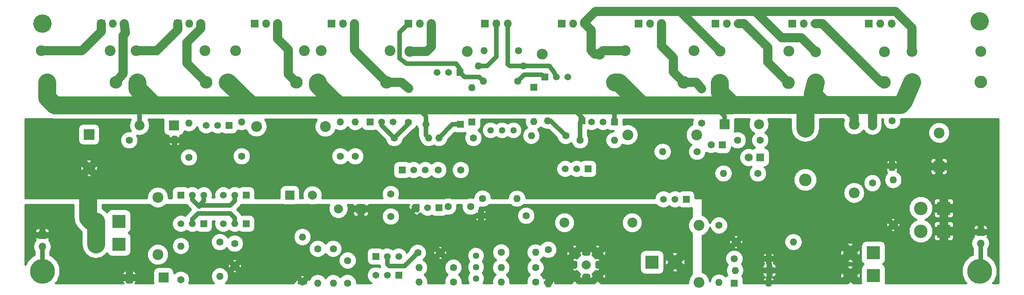
<source format=gbr>
G04 #@! TF.FileFunction,Copper,L1,Top,Signal*
%FSLAX46Y46*%
G04 Gerber Fmt 4.6, Leading zero omitted, Abs format (unit mm)*
G04 Created by KiCad (PCBNEW 4.0.7) date 06/24/21 20:00:13*
%MOMM*%
%LPD*%
G01*
G04 APERTURE LIST*
%ADD10C,0.100000*%
%ADD11C,1.600000*%
%ADD12O,1.600000X1.600000*%
%ADD13C,2.400000*%
%ADD14O,2.400000X2.400000*%
%ADD15C,1.520000*%
%ADD16R,1.520000X1.520000*%
%ADD17R,2.200000X2.200000*%
%ADD18O,2.200000X2.200000*%
%ADD19R,2.400000X2.400000*%
%ADD20C,2.200000*%
%ADD21C,2.000000*%
%ADD22R,1.600000X1.600000*%
%ADD23R,2.000000X2.000000*%
%ADD24R,1.800000X1.800000*%
%ADD25C,1.800000*%
%ADD26C,1.440000*%
%ADD27C,5.500000*%
%ADD28C,4.064000*%
%ADD29O,1.800000X1.800000*%
%ADD30C,2.800000*%
%ADD31R,1.700000X1.700000*%
%ADD32O,1.700000X1.700000*%
%ADD33R,3.000000X3.000000*%
%ADD34C,3.000000*%
%ADD35O,2.800000X2.800000*%
%ADD36C,4.000000*%
%ADD37C,1.000000*%
%ADD38C,2.000000*%
%ADD39C,0.500000*%
G04 APERTURE END LIST*
D10*
D11*
X120142000Y-84836000D03*
X120142000Y-89836000D03*
X138430000Y-72390000D03*
D12*
X130810000Y-72390000D03*
D13*
X166350000Y-53725000D03*
D14*
X153650000Y-53725000D03*
D15*
X85598000Y-91440000D03*
X83058000Y-91440000D03*
D16*
X88138000Y-91440000D03*
D11*
X73660000Y-103886000D03*
D12*
X73660000Y-96386000D03*
D13*
X172000000Y-53000000D03*
D14*
X187240000Y-53000000D03*
D15*
X183060000Y-86000000D03*
X180520000Y-86000000D03*
D16*
X185600000Y-86000000D03*
D15*
X76200000Y-85090000D03*
X78740000Y-85090000D03*
D16*
X73660000Y-85090000D03*
D17*
X194056000Y-69342000D03*
D18*
X201676000Y-69342000D03*
D19*
X53340000Y-71628000D03*
D13*
X53340000Y-79128000D03*
D20*
X160880000Y-103070000D03*
X160880000Y-97990000D03*
X165960000Y-97990000D03*
X165960000Y-103070000D03*
D21*
X163420000Y-100530000D03*
D22*
X193548000Y-73914000D03*
D11*
X191048000Y-73914000D03*
D15*
X119340000Y-98700000D03*
X121880000Y-98700000D03*
D16*
X116800000Y-98700000D03*
D11*
X162052000Y-72898000D03*
D12*
X169672000Y-72898000D03*
D11*
X85598000Y-100838000D03*
X85598000Y-95838000D03*
X201930000Y-72898000D03*
X196930000Y-72898000D03*
X110600000Y-104600000D03*
X110600000Y-99600000D03*
D23*
X97790000Y-85090000D03*
D21*
X102790000Y-85090000D03*
D23*
X113538000Y-88138000D03*
D21*
X108538000Y-88138000D03*
D11*
X132842000Y-87630000D03*
X137842000Y-87630000D03*
X149500000Y-56400000D03*
D12*
X139500000Y-56400000D03*
D11*
X231394000Y-91694000D03*
D12*
X231394000Y-81694000D03*
D11*
X62230000Y-72898000D03*
D12*
X72230000Y-72898000D03*
D19*
X241554000Y-78740000D03*
D13*
X241554000Y-71240000D03*
D11*
X231140000Y-68580000D03*
D12*
X231140000Y-78580000D03*
D17*
X69850000Y-103378000D03*
D18*
X62230000Y-103378000D03*
D24*
X201930000Y-76708000D03*
D25*
X199390000Y-76708000D03*
D22*
X138100000Y-68800000D03*
D12*
X138100000Y-61180000D03*
D22*
X151825000Y-61100000D03*
D12*
X151825000Y-68720000D03*
D17*
X72136000Y-69596000D03*
D18*
X64516000Y-69596000D03*
D11*
X144600000Y-97800000D03*
D12*
X152220000Y-97800000D03*
D11*
X155000000Y-97200000D03*
D12*
X155000000Y-104820000D03*
D11*
X87122000Y-76454000D03*
D12*
X87122000Y-68834000D03*
D11*
X75438000Y-76708000D03*
D12*
X75438000Y-69088000D03*
D11*
X82296000Y-95504000D03*
D12*
X82296000Y-103124000D03*
D11*
X134000000Y-101200000D03*
D12*
X126380000Y-101200000D03*
D11*
X134000000Y-104400000D03*
D12*
X126380000Y-104400000D03*
D11*
X152200000Y-101200000D03*
D12*
X144580000Y-101200000D03*
D11*
X152200000Y-104400000D03*
D12*
X144580000Y-104400000D03*
D26*
X139000000Y-103600000D03*
X139000000Y-101060000D03*
X139000000Y-98520000D03*
D13*
X188400000Y-91800000D03*
D14*
X188400000Y-104500000D03*
D11*
X201422000Y-80264000D03*
D12*
X193802000Y-80264000D03*
D13*
X68580000Y-98298000D03*
D14*
X68580000Y-85598000D03*
D11*
X107400000Y-97000000D03*
D12*
X107400000Y-104620000D03*
D11*
X104000000Y-97000000D03*
D12*
X104000000Y-104620000D03*
D11*
X192800000Y-91800000D03*
D12*
X192800000Y-104500000D03*
D11*
X112268000Y-76454000D03*
D12*
X112268000Y-68834000D03*
D26*
X147300000Y-70700000D03*
X144760000Y-70700000D03*
X142220000Y-70700000D03*
D11*
X158875000Y-71900000D03*
D12*
X151255000Y-71900000D03*
D11*
X187960000Y-75438000D03*
D12*
X180340000Y-75438000D03*
D11*
X120904000Y-72390000D03*
D12*
X128524000Y-72390000D03*
D13*
X187825000Y-71700000D03*
D14*
X172585000Y-71700000D03*
D11*
X124050000Y-68900000D03*
D12*
X124050000Y-61280000D03*
D11*
X188925000Y-69075000D03*
D12*
X188925000Y-61455000D03*
D13*
X137050000Y-53150000D03*
D14*
X124350000Y-53150000D03*
D11*
X226800000Y-82400000D03*
D12*
X226800000Y-69700000D03*
D27*
X250500000Y-102000000D03*
D28*
X250500000Y-46500000D03*
D27*
X43000000Y-102000000D03*
D28*
X43000000Y-47000000D03*
D13*
X105664000Y-69850000D03*
D14*
X90424000Y-69850000D03*
D20*
X158600000Y-91200000D03*
X173600000Y-91200000D03*
D24*
X141000000Y-47000000D03*
D29*
X143540000Y-47000000D03*
X146080000Y-47000000D03*
D24*
X124000000Y-47000000D03*
D29*
X126540000Y-47000000D03*
X129080000Y-47000000D03*
D24*
X158000000Y-47000000D03*
D29*
X160540000Y-47000000D03*
X163080000Y-47000000D03*
D30*
X211950000Y-81690000D03*
X211950000Y-70260000D03*
D13*
X222758000Y-69342000D03*
D14*
X222758000Y-84582000D03*
D15*
X119360000Y-102900000D03*
X116820000Y-102900000D03*
D16*
X121900000Y-102900000D03*
D15*
X85598000Y-85090000D03*
X83058000Y-85090000D03*
D16*
X88138000Y-85090000D03*
D15*
X76200000Y-91440000D03*
X73660000Y-91440000D03*
D16*
X78740000Y-91440000D03*
D15*
X128270000Y-87884000D03*
X125730000Y-87884000D03*
D16*
X130810000Y-87884000D03*
D15*
X118110000Y-68834000D03*
X120650000Y-68834000D03*
D16*
X115570000Y-68834000D03*
D15*
X167132000Y-68834000D03*
X164592000Y-68834000D03*
D16*
X169672000Y-68834000D03*
D11*
X100584000Y-104394000D03*
D12*
X100584000Y-94394000D03*
D11*
X196596000Y-95504000D03*
D12*
X209296000Y-95504000D03*
D11*
X150114000Y-89662000D03*
D12*
X140114000Y-89662000D03*
D11*
X135636000Y-79502000D03*
X130636000Y-79502000D03*
X140462000Y-85852000D03*
D12*
X148082000Y-85852000D03*
D31*
X250750000Y-93250000D03*
D32*
X250750000Y-95790000D03*
D31*
X43000000Y-94000000D03*
D32*
X43000000Y-96540000D03*
D33*
X227000000Y-97900000D03*
D34*
X221920000Y-97900000D03*
D33*
X227000000Y-102980000D03*
D34*
X221920000Y-102980000D03*
D33*
X242600000Y-88000000D03*
D34*
X237520000Y-88000000D03*
D33*
X242600000Y-93080000D03*
D34*
X237520000Y-93080000D03*
D33*
X59944000Y-90932000D03*
D34*
X54864000Y-90932000D03*
D33*
X59944000Y-96012000D03*
D34*
X54864000Y-96012000D03*
D33*
X178000000Y-100000000D03*
D34*
X183080000Y-100000000D03*
D22*
X196200000Y-104600000D03*
D12*
X203820000Y-104600000D03*
D22*
X204000000Y-101800000D03*
D12*
X196380000Y-101800000D03*
D11*
X196200000Y-99200000D03*
D12*
X203820000Y-99200000D03*
D13*
X120000000Y-53000000D03*
D14*
X104760000Y-53000000D03*
D13*
X101000000Y-53000000D03*
D14*
X85760000Y-53000000D03*
D13*
X79000000Y-53000000D03*
D14*
X63760000Y-53000000D03*
D13*
X58000000Y-53000000D03*
D14*
X42760000Y-53000000D03*
D13*
X235500000Y-53150000D03*
D14*
X250740000Y-53150000D03*
D13*
X214225000Y-53275000D03*
D14*
X229465000Y-53275000D03*
D13*
X193000000Y-53100000D03*
D14*
X208240000Y-53100000D03*
D11*
X131100000Y-97900000D03*
X126100000Y-97900000D03*
X148450000Y-52950000D03*
D12*
X140830000Y-52950000D03*
D22*
X135500000Y-69300000D03*
D12*
X127880000Y-69300000D03*
D22*
X162425000Y-68575000D03*
D12*
X154805000Y-68575000D03*
D15*
X81788000Y-69596000D03*
X79248000Y-69596000D03*
D16*
X84328000Y-69596000D03*
D15*
X125222000Y-79502000D03*
X127762000Y-79502000D03*
D16*
X122682000Y-79502000D03*
D15*
X161290000Y-79248000D03*
X158750000Y-79248000D03*
D16*
X163830000Y-79248000D03*
D24*
X56000000Y-47000000D03*
D29*
X58540000Y-47000000D03*
X61080000Y-47000000D03*
D24*
X226000000Y-47000000D03*
D29*
X228540000Y-47000000D03*
X231080000Y-47000000D03*
D24*
X73000000Y-47000000D03*
D29*
X75540000Y-47000000D03*
X78080000Y-47000000D03*
D24*
X209000000Y-47000000D03*
D29*
X211540000Y-47000000D03*
X214080000Y-47000000D03*
D24*
X90000000Y-47000000D03*
D29*
X92540000Y-47000000D03*
X95080000Y-47000000D03*
D24*
X192000000Y-47000000D03*
D29*
X194540000Y-47000000D03*
X197080000Y-47000000D03*
D24*
X107000000Y-47000000D03*
D29*
X109540000Y-47000000D03*
X112080000Y-47000000D03*
D24*
X175000000Y-47000000D03*
D29*
X177540000Y-47000000D03*
X180080000Y-47000000D03*
D15*
X132910000Y-57800000D03*
X130370000Y-57800000D03*
D16*
X135450000Y-57800000D03*
D15*
X156790000Y-58800000D03*
X159330000Y-58800000D03*
D16*
X154250000Y-58800000D03*
D11*
X108966000Y-76454000D03*
D12*
X108966000Y-68834000D03*
D30*
X44000000Y-60000000D03*
D35*
X59240000Y-60000000D03*
D30*
X250750000Y-59900000D03*
D35*
X235510000Y-59900000D03*
D30*
X64000000Y-60000000D03*
D35*
X79240000Y-60000000D03*
D30*
X229450000Y-59975000D03*
D35*
X214210000Y-59975000D03*
D30*
X84000000Y-60000000D03*
D35*
X99240000Y-60000000D03*
D30*
X208200000Y-60100000D03*
D35*
X192960000Y-60100000D03*
D30*
X104000000Y-60000000D03*
D35*
X119240000Y-60000000D03*
D30*
X185000000Y-60000000D03*
D35*
X169760000Y-60000000D03*
D11*
X148250000Y-59750000D03*
D12*
X140630000Y-59750000D03*
D36*
X54864000Y-96012000D02*
X54864000Y-90932000D01*
X54864000Y-90932000D02*
X53848000Y-90932000D01*
X53848000Y-90932000D02*
X53086000Y-90170000D01*
X53086000Y-90170000D02*
X53086000Y-83820000D01*
D37*
X119340000Y-98700000D02*
X119340000Y-100400000D01*
X123160000Y-100840000D02*
X126100000Y-97900000D01*
X119780000Y-100840000D02*
X123160000Y-100840000D01*
X119340000Y-100400000D02*
X119780000Y-100840000D01*
X78740000Y-85090000D02*
X78740000Y-86360000D01*
X77724000Y-87376000D02*
X77724000Y-87630000D01*
X78740000Y-86360000D02*
X77724000Y-87376000D01*
X85598000Y-85090000D02*
X85598000Y-86360000D01*
X76200000Y-86106000D02*
X76200000Y-85090000D01*
X77470000Y-87376000D02*
X77724000Y-87630000D01*
X77724000Y-87630000D02*
X76200000Y-86106000D01*
X84582000Y-87376000D02*
X77470000Y-87376000D01*
X85598000Y-86360000D02*
X84582000Y-87376000D01*
X76200000Y-91440000D02*
X76200000Y-90424000D01*
X85598000Y-90170000D02*
X85598000Y-91440000D01*
X84582000Y-89154000D02*
X85598000Y-90170000D01*
X77470000Y-89154000D02*
X84582000Y-89154000D01*
X76200000Y-90424000D02*
X77470000Y-89154000D01*
X118110000Y-68834000D02*
X118110000Y-69596000D01*
X118110000Y-69596000D02*
X120904000Y-72390000D01*
X124050000Y-68900000D02*
X124050000Y-69244000D01*
X124050000Y-69244000D02*
X120904000Y-72390000D01*
X169418000Y-72898000D02*
X169672000Y-72898000D01*
D38*
X61080000Y-47000000D02*
X61334000Y-49112000D01*
X60879000Y-58107000D02*
X59240000Y-60000000D01*
X60879000Y-49567000D02*
X60879000Y-58107000D01*
X61334000Y-49112000D02*
X60879000Y-49567000D01*
X78080000Y-47000000D02*
X78080000Y-48045000D01*
X75025000Y-55785000D02*
X79240000Y-60000000D01*
X75025000Y-51100000D02*
X75025000Y-55785000D01*
X78080000Y-48045000D02*
X75025000Y-51100000D01*
X229450000Y-59975000D02*
X228675000Y-59975000D01*
X228675000Y-59975000D02*
X215700000Y-47000000D01*
X215700000Y-47000000D02*
X214080000Y-47000000D01*
X95080000Y-47000000D02*
X95080000Y-50330000D01*
X97475000Y-58235000D02*
X99240000Y-60000000D01*
X97475000Y-52725000D02*
X97475000Y-58235000D01*
X95080000Y-50330000D02*
X97475000Y-52725000D01*
X197080000Y-47000000D02*
X198375000Y-47000000D01*
X203600000Y-55500000D02*
X208200000Y-60100000D01*
X203600000Y-52225000D02*
X203600000Y-55500000D01*
X198375000Y-47000000D02*
X203600000Y-52225000D01*
X112080000Y-47000000D02*
X112080000Y-52840000D01*
X112080000Y-52840000D02*
X119240000Y-60000000D01*
X119240000Y-60000000D02*
X122475000Y-60000000D01*
X124100000Y-61375000D02*
X124050000Y-61280000D01*
X122475000Y-60000000D02*
X124100000Y-61375000D01*
X185000000Y-60000000D02*
X187770000Y-60000000D01*
X187770000Y-60000000D02*
X188925000Y-61455000D01*
X180080000Y-47000000D02*
X180080000Y-51930000D01*
X182725000Y-57725000D02*
X185000000Y-60000000D01*
X182725000Y-54575000D02*
X182725000Y-57725000D01*
X180080000Y-51930000D02*
X182725000Y-54575000D01*
X129080000Y-47000000D02*
X129080000Y-52120000D01*
X128050000Y-53150000D02*
X124350000Y-53150000D01*
X129080000Y-52120000D02*
X128050000Y-53150000D01*
X58000000Y-52975000D02*
X58000000Y-53000000D01*
D37*
X120000000Y-53000000D02*
X120000000Y-53550000D01*
D38*
X200350000Y-44300000D02*
X231875000Y-44300000D01*
X235500000Y-47925000D02*
X235500000Y-53150000D01*
X231875000Y-44300000D02*
X235500000Y-47925000D01*
X184200000Y-44300000D02*
X200350000Y-44300000D01*
X200350000Y-44300000D02*
X200850000Y-44300000D01*
X211100000Y-50150000D02*
X214225000Y-53275000D01*
X206700000Y-50150000D02*
X211100000Y-50150000D01*
X200850000Y-44300000D02*
X206700000Y-50150000D01*
X163080000Y-47000000D02*
X163080000Y-46620000D01*
X163080000Y-46620000D02*
X165400000Y-44300000D01*
X184200000Y-44300000D02*
X193000000Y-53100000D01*
X165400000Y-44300000D02*
X184200000Y-44300000D01*
X172000000Y-53000000D02*
X167075000Y-53000000D01*
X167075000Y-53000000D02*
X166350000Y-53725000D01*
X166350000Y-53725000D02*
X165300000Y-53725000D01*
X165300000Y-53725000D02*
X164475000Y-52900000D01*
X164475000Y-52900000D02*
X164475000Y-48395000D01*
X164475000Y-48395000D02*
X163080000Y-47000000D01*
D37*
X250750000Y-95790000D02*
X250750000Y-101750000D01*
X250750000Y-101750000D02*
X250500000Y-102000000D01*
X43000000Y-96540000D02*
X43000000Y-102000000D01*
D38*
X222758000Y-69342000D02*
X222758000Y-67564000D01*
X222758000Y-67564000D02*
X220169000Y-64975000D01*
D37*
X64516000Y-69596000D02*
X64516000Y-65100000D01*
X64262000Y-66548000D02*
X64262000Y-65100000D01*
X64262000Y-65354000D02*
X64262000Y-66548000D01*
X64516000Y-65100000D02*
X64262000Y-65354000D01*
X127880000Y-69300000D02*
X127880000Y-71746000D01*
X127880000Y-71746000D02*
X128524000Y-72390000D01*
X162052000Y-72898000D02*
X162052000Y-68948000D01*
X162052000Y-68948000D02*
X162425000Y-68575000D01*
X120142000Y-65100000D02*
X120142000Y-66294000D01*
X120142000Y-66294000D02*
X120142000Y-65100000D01*
X169672000Y-68834000D02*
X169672000Y-65100000D01*
X169418000Y-66802000D02*
X169418000Y-65100000D01*
X169418000Y-65354000D02*
X169418000Y-66802000D01*
X169672000Y-65100000D02*
X169418000Y-65354000D01*
D38*
X226800000Y-69700000D02*
X226800000Y-64975000D01*
X226568000Y-66040000D02*
X226568000Y-64975000D01*
X226568000Y-65207000D02*
X226568000Y-66040000D01*
X226800000Y-64975000D02*
X226568000Y-65207000D01*
D36*
X211950000Y-70260000D02*
X211950000Y-65680000D01*
X211950000Y-65680000D02*
X211245000Y-64975000D01*
D37*
X194056000Y-69342000D02*
X194056000Y-67564000D01*
X194056000Y-67564000D02*
X191592000Y-65100000D01*
X162425000Y-68575000D02*
X162425000Y-67775000D01*
X162425000Y-67775000D02*
X159750000Y-65100000D01*
X127880000Y-69300000D02*
X127880000Y-67530000D01*
X127880000Y-67530000D02*
X125450000Y-65100000D01*
D36*
X192960000Y-60100000D02*
X192960000Y-62210000D01*
X192960000Y-62210000D02*
X195725000Y-64975000D01*
X214210000Y-59975000D02*
X213560000Y-62660000D01*
X213560000Y-62660000D02*
X215875000Y-64975000D01*
X195725000Y-64975000D02*
X211245000Y-64975000D01*
X211245000Y-64975000D02*
X215875000Y-64975000D01*
X215875000Y-64975000D02*
X220169000Y-64975000D01*
X220169000Y-64975000D02*
X226568000Y-64975000D01*
X226568000Y-64975000D02*
X232975000Y-64975000D01*
X233660000Y-64290000D02*
X235510000Y-59900000D01*
X232975000Y-64975000D02*
X233660000Y-64290000D01*
X169760000Y-60000000D02*
X170600000Y-60000000D01*
X170600000Y-60000000D02*
X175700000Y-65100000D01*
X104000000Y-60000000D02*
X104000000Y-60600000D01*
X104000000Y-60600000D02*
X108500000Y-65100000D01*
X84000000Y-60000000D02*
X84100000Y-60000000D01*
X84100000Y-60000000D02*
X89200000Y-65100000D01*
X64000000Y-60000000D02*
X64000000Y-61400000D01*
X64000000Y-61400000D02*
X67700000Y-65100000D01*
X44000000Y-60000000D02*
X44000000Y-63400000D01*
X195600000Y-65100000D02*
X195725000Y-64975000D01*
X195725000Y-64975000D02*
X195850000Y-64850000D01*
X45700000Y-65100000D02*
X64262000Y-65100000D01*
X64262000Y-65100000D02*
X67700000Y-65100000D01*
X67700000Y-65100000D02*
X89200000Y-65100000D01*
X89200000Y-65100000D02*
X108500000Y-65100000D01*
X108500000Y-65100000D02*
X120142000Y-65100000D01*
X120142000Y-65100000D02*
X125450000Y-65100000D01*
X125450000Y-65100000D02*
X159750000Y-65100000D01*
X159750000Y-65100000D02*
X163700000Y-65100000D01*
X163700000Y-65100000D02*
X169418000Y-65100000D01*
X169418000Y-65100000D02*
X175700000Y-65100000D01*
X175700000Y-65100000D02*
X191592000Y-65100000D01*
X191592000Y-65100000D02*
X195600000Y-65100000D01*
X44000000Y-63400000D02*
X45700000Y-65100000D01*
D37*
X160880000Y-103070000D02*
X156750000Y-103070000D01*
X156750000Y-103070000D02*
X155000000Y-104820000D01*
D38*
X56000000Y-47000000D02*
X56000000Y-48750000D01*
X51750000Y-53000000D02*
X42760000Y-53000000D01*
X56000000Y-48750000D02*
X51750000Y-53000000D01*
X73000000Y-47000000D02*
X73000000Y-48300000D01*
X73000000Y-48300000D02*
X68300000Y-53000000D01*
X68300000Y-53000000D02*
X63760000Y-53000000D01*
D37*
X154805000Y-68575000D02*
X155550000Y-68575000D01*
X155550000Y-68575000D02*
X158875000Y-71900000D01*
X146080000Y-47000000D02*
X146080000Y-56030000D01*
X146450000Y-56400000D02*
X149500000Y-56400000D01*
X146080000Y-56030000D02*
X146450000Y-56400000D01*
X149500000Y-56400000D02*
X155225000Y-56350000D01*
X156400000Y-57900000D02*
X156790000Y-58800000D01*
X155225000Y-56350000D02*
X156400000Y-57900000D01*
X135500000Y-69300000D02*
X133780000Y-69300000D01*
X133780000Y-69300000D02*
X130810000Y-72390000D01*
X143540000Y-47000000D02*
X143540000Y-54360000D01*
X141500000Y-56400000D02*
X139500000Y-56400000D01*
X143540000Y-54360000D02*
X141500000Y-56400000D01*
X140630000Y-59750000D02*
X140630000Y-59700000D01*
X140630000Y-59700000D02*
X139730000Y-58800000D01*
X139730000Y-58800000D02*
X136450000Y-58800000D01*
X136450000Y-58800000D02*
X135450000Y-57800000D01*
X135450000Y-57800000D02*
X135450000Y-57020000D01*
X122040000Y-48960000D02*
X124000000Y-47000000D01*
X122040000Y-54650000D02*
X122040000Y-48960000D01*
X123580000Y-55840000D02*
X122040000Y-54650000D01*
X134620000Y-55840000D02*
X123580000Y-55840000D01*
X135450000Y-57020000D02*
X134620000Y-55840000D01*
X135450000Y-57800000D02*
X135450000Y-57400000D01*
X154250000Y-58800000D02*
X154050000Y-58800000D01*
X154050000Y-58800000D02*
X153600000Y-58350000D01*
X153600000Y-58350000D02*
X149700000Y-58300000D01*
X149700000Y-58300000D02*
X148250000Y-59750000D01*
D39*
G36*
X49836000Y-90170000D02*
X50083392Y-91413721D01*
X50787903Y-92468097D01*
X51549903Y-93230097D01*
X51614000Y-93272925D01*
X51614000Y-96012000D01*
X51861392Y-97255721D01*
X52565903Y-98310097D01*
X53620279Y-99014608D01*
X54864000Y-99262000D01*
X56107721Y-99014608D01*
X57162097Y-98310097D01*
X57320047Y-98073708D01*
X57530437Y-98400663D01*
X57948153Y-98686076D01*
X58444000Y-98786488D01*
X61444000Y-98786488D01*
X61461490Y-98783197D01*
X66129576Y-98783197D01*
X66501780Y-99684000D01*
X67190375Y-100373798D01*
X68090527Y-100747573D01*
X69065197Y-100748424D01*
X69966000Y-100376220D01*
X70655798Y-99687625D01*
X70689195Y-99607195D01*
X84932881Y-99607195D01*
X85598000Y-100272315D01*
X85864333Y-100005981D01*
X108549645Y-100005981D01*
X108861081Y-100759715D01*
X109437252Y-101336892D01*
X110190441Y-101649643D01*
X111005981Y-101650355D01*
X111759715Y-101338919D01*
X112336892Y-100762748D01*
X112649643Y-100009559D01*
X112650355Y-99194019D01*
X112338919Y-98440285D01*
X111762748Y-97863108D01*
X111009559Y-97550357D01*
X110194019Y-97549645D01*
X109440285Y-97861081D01*
X108863108Y-98437252D01*
X108550357Y-99190441D01*
X108549645Y-100005981D01*
X85864333Y-100005981D01*
X86263119Y-99607195D01*
X86178017Y-99359154D01*
X85567936Y-99249761D01*
X85017983Y-99359154D01*
X84932881Y-99607195D01*
X70689195Y-99607195D01*
X71029573Y-98787473D01*
X71030424Y-97812803D01*
X70658220Y-96912000D01*
X70093046Y-96345838D01*
X71610000Y-96345838D01*
X71610000Y-96426162D01*
X71766047Y-97210663D01*
X72210431Y-97875731D01*
X72875499Y-98320115D01*
X73660000Y-98476162D01*
X74444501Y-98320115D01*
X75109569Y-97875731D01*
X75553953Y-97210663D01*
X75710000Y-96426162D01*
X75710000Y-96345838D01*
X75623303Y-95909981D01*
X80245645Y-95909981D01*
X80557081Y-96663715D01*
X81133252Y-97240892D01*
X81886441Y-97553643D01*
X82701981Y-97554355D01*
X83455715Y-97242919D01*
X83813019Y-96886237D01*
X83859081Y-96997715D01*
X84435252Y-97574892D01*
X85188441Y-97887643D01*
X86003981Y-97888355D01*
X86757715Y-97576919D01*
X86928951Y-97405981D01*
X101949645Y-97405981D01*
X102261081Y-98159715D01*
X102837252Y-98736892D01*
X103590441Y-99049643D01*
X104405981Y-99050355D01*
X105159715Y-98738919D01*
X105700437Y-98199140D01*
X106237252Y-98736892D01*
X106990441Y-99049643D01*
X107805981Y-99050355D01*
X108559715Y-98738919D01*
X109136892Y-98162748D01*
X109449643Y-97409559D01*
X109450355Y-96594019D01*
X109138919Y-95840285D01*
X108562748Y-95263108D01*
X107809559Y-94950357D01*
X106994019Y-94949645D01*
X106240285Y-95261081D01*
X105699563Y-95800860D01*
X105162748Y-95263108D01*
X104409559Y-94950357D01*
X103594019Y-94949645D01*
X102840285Y-95261081D01*
X102263108Y-95837252D01*
X101950357Y-96590441D01*
X101949645Y-97405981D01*
X86928951Y-97405981D01*
X87334892Y-97000748D01*
X87647643Y-96247559D01*
X87648355Y-95432019D01*
X87336919Y-94678285D01*
X87013038Y-94353838D01*
X98534000Y-94353838D01*
X98534000Y-94434162D01*
X98690047Y-95218663D01*
X99134431Y-95883731D01*
X99799499Y-96328115D01*
X100584000Y-96484162D01*
X101368501Y-96328115D01*
X102033569Y-95883731D01*
X102477953Y-95218663D01*
X102634000Y-94434162D01*
X102634000Y-94353838D01*
X102477953Y-93569337D01*
X102033569Y-92904269D01*
X101368501Y-92459885D01*
X100584000Y-92303838D01*
X99799499Y-92459885D01*
X99134431Y-92904269D01*
X98690047Y-93569337D01*
X98534000Y-94353838D01*
X87013038Y-94353838D01*
X86760748Y-94101108D01*
X86007559Y-93788357D01*
X85192019Y-93787645D01*
X84438285Y-94099081D01*
X84080981Y-94455763D01*
X84034919Y-94344285D01*
X83458748Y-93767108D01*
X82705559Y-93454357D01*
X81890019Y-93453645D01*
X81136285Y-93765081D01*
X80559108Y-94341252D01*
X80246357Y-95094441D01*
X80245645Y-95909981D01*
X75623303Y-95909981D01*
X75553953Y-95561337D01*
X75109569Y-94896269D01*
X74444501Y-94451885D01*
X73660000Y-94295838D01*
X72875499Y-94451885D01*
X72210431Y-94896269D01*
X71766047Y-95561337D01*
X71610000Y-96345838D01*
X70093046Y-96345838D01*
X69969625Y-96222202D01*
X69069473Y-95848427D01*
X68094803Y-95847576D01*
X67194000Y-96219780D01*
X66504202Y-96908375D01*
X66130427Y-97808527D01*
X66129576Y-98783197D01*
X61461490Y-98783197D01*
X61907222Y-98699327D01*
X62332663Y-98425563D01*
X62618076Y-98007847D01*
X62718488Y-97512000D01*
X62718488Y-94512000D01*
X62631327Y-94048778D01*
X62357563Y-93623337D01*
X62136123Y-93472033D01*
X62332663Y-93345563D01*
X62618076Y-92927847D01*
X62718488Y-92432000D01*
X62718488Y-89432000D01*
X62631327Y-88968778D01*
X62357563Y-88543337D01*
X61939847Y-88257924D01*
X61444000Y-88157512D01*
X58444000Y-88157512D01*
X57980778Y-88244673D01*
X57555337Y-88518437D01*
X57317515Y-88866502D01*
X57162097Y-88633903D01*
X56336000Y-88081923D01*
X56336000Y-87250000D01*
X66761787Y-87250000D01*
X66847588Y-87378410D01*
X67642426Y-87909503D01*
X68580000Y-88095998D01*
X69517574Y-87909503D01*
X70312412Y-87378410D01*
X70398213Y-87250000D01*
X74900130Y-87250000D01*
X74962563Y-87343437D01*
X75884126Y-88265000D01*
X74962563Y-89186563D01*
X74639360Y-89670271D01*
X74061568Y-89430350D01*
X73261940Y-89429652D01*
X72522914Y-89735012D01*
X71956999Y-90299940D01*
X71650350Y-91038432D01*
X71649652Y-91838060D01*
X71955012Y-92577086D01*
X72519940Y-93143001D01*
X73258432Y-93449650D01*
X74058060Y-93450348D01*
X74797086Y-93144988D01*
X74929736Y-93012569D01*
X75059940Y-93143001D01*
X75798432Y-93449650D01*
X76598060Y-93450348D01*
X77219798Y-93193450D01*
X77484153Y-93374076D01*
X77980000Y-93474488D01*
X79500000Y-93474488D01*
X79963222Y-93387327D01*
X80388663Y-93113563D01*
X80674076Y-92695847D01*
X80774488Y-92200000D01*
X80774488Y-90904000D01*
X81104171Y-90904000D01*
X81048350Y-91038432D01*
X81047652Y-91838060D01*
X81353012Y-92577086D01*
X81917940Y-93143001D01*
X82656432Y-93449650D01*
X83456060Y-93450348D01*
X84195086Y-93144988D01*
X84327736Y-93012569D01*
X84457940Y-93143001D01*
X85196432Y-93449650D01*
X85996060Y-93450348D01*
X86617798Y-93193450D01*
X86882153Y-93374076D01*
X87378000Y-93474488D01*
X88898000Y-93474488D01*
X89361222Y-93387327D01*
X89786663Y-93113563D01*
X90072076Y-92695847D01*
X90172488Y-92200000D01*
X90172488Y-90680000D01*
X90085327Y-90216778D01*
X89811563Y-89791337D01*
X89393847Y-89505924D01*
X88898000Y-89405512D01*
X87378000Y-89405512D01*
X87176753Y-89443379D01*
X86835437Y-88932563D01*
X86167874Y-88265000D01*
X86835437Y-87597437D01*
X87067587Y-87250000D01*
X96273552Y-87250000D01*
X96294153Y-87264076D01*
X96790000Y-87364488D01*
X98790000Y-87364488D01*
X99253222Y-87277327D01*
X99295689Y-87250000D01*
X102124683Y-87250000D01*
X102340484Y-87339608D01*
X103235589Y-87340390D01*
X103454349Y-87250000D01*
X106470466Y-87250000D01*
X106288392Y-87688484D01*
X106287610Y-88583589D01*
X106629431Y-89410858D01*
X107261813Y-90044345D01*
X108088484Y-90387608D01*
X108983589Y-90388390D01*
X109337925Y-90241981D01*
X118091645Y-90241981D01*
X118403081Y-90995715D01*
X118979252Y-91572892D01*
X119732441Y-91885643D01*
X120547981Y-91886355D01*
X121301715Y-91574919D01*
X121878892Y-90998748D01*
X122172097Y-90292631D01*
X138689335Y-90292631D01*
X138986162Y-90736912D01*
X139483365Y-91086694D01*
X139714000Y-90978307D01*
X139714000Y-90062000D01*
X140514000Y-90062000D01*
X140514000Y-90978307D01*
X140744635Y-91086694D01*
X141241838Y-90736912D01*
X141538665Y-90292631D01*
X141425744Y-90067981D01*
X148063645Y-90067981D01*
X148375081Y-90821715D01*
X148951252Y-91398892D01*
X149704441Y-91711643D01*
X150519981Y-91712355D01*
X150633637Y-91665393D01*
X156249593Y-91665393D01*
X156606605Y-92529429D01*
X157267094Y-93191071D01*
X158130505Y-93549591D01*
X159065393Y-93550407D01*
X159929429Y-93193395D01*
X160591071Y-92532906D01*
X160949591Y-91669495D01*
X160949594Y-91665393D01*
X171249593Y-91665393D01*
X171606605Y-92529429D01*
X172267094Y-93191071D01*
X173130505Y-93549591D01*
X174065393Y-93550407D01*
X174929429Y-93193395D01*
X175591071Y-92532906D01*
X175949591Y-91669495D01*
X175950407Y-90734607D01*
X175593395Y-89870571D01*
X174932906Y-89208929D01*
X174069495Y-88850409D01*
X173134607Y-88849593D01*
X172270571Y-89206605D01*
X171608929Y-89867094D01*
X171250409Y-90730505D01*
X171249593Y-91665393D01*
X160949594Y-91665393D01*
X160950407Y-90734607D01*
X160593395Y-89870571D01*
X159932906Y-89208929D01*
X159069495Y-88850409D01*
X158134607Y-88849593D01*
X157270571Y-89206605D01*
X156608929Y-89867094D01*
X156250409Y-90730505D01*
X156249593Y-91665393D01*
X150633637Y-91665393D01*
X151273715Y-91400919D01*
X151850892Y-90824748D01*
X152163643Y-90071559D01*
X152164355Y-89256019D01*
X151852919Y-88502285D01*
X151276748Y-87925108D01*
X150523559Y-87612357D01*
X149708019Y-87611645D01*
X148954285Y-87923081D01*
X148377108Y-88499252D01*
X148064357Y-89252441D01*
X148063645Y-90067981D01*
X141425744Y-90067981D01*
X141422737Y-90062000D01*
X140514000Y-90062000D01*
X139714000Y-90062000D01*
X138805263Y-90062000D01*
X138689335Y-90292631D01*
X122172097Y-90292631D01*
X122191643Y-90245559D01*
X122192355Y-89430019D01*
X121880919Y-88676285D01*
X121304748Y-88099108D01*
X120551559Y-87786357D01*
X119736019Y-87785645D01*
X118982285Y-88097081D01*
X118405108Y-88673252D01*
X118092357Y-89426441D01*
X118091645Y-90241981D01*
X109337925Y-90241981D01*
X109810858Y-90046569D01*
X110444345Y-89414187D01*
X110687958Y-88827500D01*
X111780000Y-88827500D01*
X111780000Y-89288775D01*
X111895398Y-89567372D01*
X112108627Y-89780601D01*
X112387224Y-89896000D01*
X112848500Y-89896000D01*
X113038000Y-89706500D01*
X113038000Y-88638000D01*
X114038000Y-88638000D01*
X114038000Y-89706500D01*
X114227500Y-89896000D01*
X114688776Y-89896000D01*
X114967373Y-89780601D01*
X115180602Y-89567372D01*
X115296000Y-89288775D01*
X115296000Y-88827500D01*
X115106500Y-88638000D01*
X114038000Y-88638000D01*
X113038000Y-88638000D01*
X111969500Y-88638000D01*
X111780000Y-88827500D01*
X110687958Y-88827500D01*
X110787608Y-88587516D01*
X110788390Y-87692411D01*
X110605589Y-87250000D01*
X111780000Y-87250000D01*
X111780000Y-87448500D01*
X111969500Y-87638000D01*
X113038000Y-87638000D01*
X113038000Y-87250000D01*
X114038000Y-87250000D01*
X114038000Y-87638000D01*
X115106500Y-87638000D01*
X115296000Y-87448500D01*
X115296000Y-87250000D01*
X124182092Y-87250000D01*
X123755161Y-87676931D01*
X124232266Y-88154036D01*
X124292821Y-88458466D01*
X124539233Y-88537366D01*
X125192599Y-87884000D01*
X124923899Y-87615300D01*
X125289198Y-87250000D01*
X125633401Y-87250000D01*
X125730000Y-87346599D01*
X125826599Y-87250000D01*
X126170802Y-87250000D01*
X126302273Y-87381471D01*
X126260350Y-87482432D01*
X126259652Y-88282060D01*
X126302659Y-88386143D01*
X125998701Y-88690102D01*
X125730000Y-88421401D01*
X125076634Y-89074767D01*
X125155534Y-89321179D01*
X125455141Y-89376911D01*
X125937069Y-89858839D01*
X126669825Y-89126083D01*
X127129940Y-89587001D01*
X127868432Y-89893650D01*
X128668060Y-89894348D01*
X129289798Y-89637450D01*
X129554153Y-89818076D01*
X130050000Y-89918488D01*
X131570000Y-89918488D01*
X132033222Y-89831327D01*
X132333069Y-89638380D01*
X132432441Y-89679643D01*
X133247981Y-89680355D01*
X134001715Y-89368919D01*
X134578892Y-88792748D01*
X134891643Y-88039559D01*
X134892332Y-87250000D01*
X135792331Y-87250000D01*
X135791645Y-88035981D01*
X136103081Y-88789715D01*
X136679252Y-89366892D01*
X137432441Y-89679643D01*
X138247981Y-89680355D01*
X139001715Y-89368919D01*
X139108821Y-89262000D01*
X139714000Y-89262000D01*
X139714000Y-88467371D01*
X139764525Y-88345693D01*
X140514000Y-88345693D01*
X140514000Y-89262000D01*
X141422737Y-89262000D01*
X141538665Y-89031369D01*
X141241838Y-88587088D01*
X140744635Y-88237306D01*
X140514000Y-88345693D01*
X139764525Y-88345693D01*
X139891643Y-88039559D01*
X139891822Y-87834948D01*
X140052441Y-87901643D01*
X140867981Y-87902355D01*
X141621715Y-87590919D01*
X141963229Y-87250000D01*
X146557812Y-87250000D01*
X146592269Y-87301569D01*
X147257337Y-87745953D01*
X148041838Y-87902000D01*
X148122162Y-87902000D01*
X148906663Y-87745953D01*
X149571731Y-87301569D01*
X149606188Y-87250000D01*
X178927729Y-87250000D01*
X179379940Y-87703001D01*
X180118432Y-88009650D01*
X180918060Y-88010348D01*
X181657086Y-87704988D01*
X181789736Y-87572569D01*
X181919940Y-87703001D01*
X182658432Y-88009650D01*
X183458060Y-88010348D01*
X184079798Y-87753450D01*
X184344153Y-87934076D01*
X184840000Y-88034488D01*
X186360000Y-88034488D01*
X186750000Y-87961105D01*
X186750000Y-89985320D01*
X186324202Y-90410375D01*
X185950427Y-91310527D01*
X185949576Y-92285197D01*
X186321780Y-93186000D01*
X186750000Y-93614968D01*
X186750000Y-102664524D01*
X186667588Y-102719590D01*
X186136495Y-103514428D01*
X185950000Y-104452002D01*
X185950000Y-104547998D01*
X185975262Y-104675000D01*
X166674202Y-104675000D01*
X166712183Y-104600001D01*
X165960000Y-103847817D01*
X165207817Y-104600001D01*
X165245798Y-104675000D01*
X161594202Y-104675000D01*
X161632183Y-104600001D01*
X160880000Y-103847817D01*
X160127817Y-104600001D01*
X160165798Y-104675000D01*
X156558000Y-104675000D01*
X156558000Y-103569998D01*
X155892061Y-103569998D01*
X155630631Y-103395335D01*
X155400000Y-103511263D01*
X155400000Y-104420000D01*
X155800000Y-104420000D01*
X155800000Y-104675000D01*
X154249760Y-104675000D01*
X154249983Y-104420000D01*
X154600000Y-104420000D01*
X154600000Y-103511263D01*
X154369369Y-103395335D01*
X154107939Y-103569998D01*
X154075153Y-103569998D01*
X153938919Y-103240285D01*
X153880350Y-103181613D01*
X158988892Y-103181613D01*
X159090131Y-103690579D01*
X159349999Y-103822183D01*
X160102183Y-103070000D01*
X159349999Y-102317817D01*
X159090131Y-102449421D01*
X158988892Y-103181613D01*
X153880350Y-103181613D01*
X153499139Y-102799738D01*
X153936892Y-102362748D01*
X154249643Y-101609559D01*
X154250355Y-100794019D01*
X153938919Y-100040285D01*
X153419542Y-99520001D01*
X160127817Y-99520001D01*
X160259421Y-99779869D01*
X160991613Y-99881108D01*
X161001393Y-99879163D01*
X161179875Y-100057645D01*
X161170392Y-100080484D01*
X161169610Y-100975589D01*
X161180437Y-101001793D01*
X160974798Y-101207432D01*
X160768387Y-101178892D01*
X160259421Y-101280131D01*
X160127817Y-101539999D01*
X160880000Y-102292183D01*
X161268909Y-101903274D01*
X162046726Y-102681091D01*
X161657817Y-103070000D01*
X162410001Y-103822183D01*
X162669869Y-103690579D01*
X162771108Y-102958387D01*
X162769163Y-102948607D01*
X162947645Y-102770125D01*
X162970484Y-102779608D01*
X163865589Y-102780390D01*
X163891793Y-102769563D01*
X164097432Y-102975202D01*
X164068892Y-103181613D01*
X164170131Y-103690579D01*
X164429999Y-103822183D01*
X165182183Y-103070000D01*
X166737817Y-103070000D01*
X167490001Y-103822183D01*
X167749869Y-103690579D01*
X167851108Y-102958387D01*
X167749869Y-102449421D01*
X167490001Y-102317817D01*
X166737817Y-103070000D01*
X165182183Y-103070000D01*
X164793274Y-102681091D01*
X165571091Y-101903274D01*
X165960000Y-102292183D01*
X166712183Y-101539999D01*
X166580579Y-101280131D01*
X165848387Y-101178892D01*
X165838607Y-101180837D01*
X165660125Y-101002355D01*
X165669608Y-100979516D01*
X165670390Y-100084411D01*
X165659563Y-100058207D01*
X165865202Y-99852568D01*
X166071613Y-99881108D01*
X166580579Y-99779869D01*
X166712183Y-99520001D01*
X165960000Y-98767817D01*
X165571091Y-99156726D01*
X164793274Y-98378909D01*
X165182183Y-97990000D01*
X166737817Y-97990000D01*
X167490001Y-98742183D01*
X167749869Y-98610579D01*
X167765158Y-98500000D01*
X175225512Y-98500000D01*
X175225512Y-101500000D01*
X175312673Y-101963222D01*
X175586437Y-102388663D01*
X176004153Y-102674076D01*
X176500000Y-102774488D01*
X179500000Y-102774488D01*
X179963222Y-102687327D01*
X180388663Y-102413563D01*
X180674076Y-101995847D01*
X180688025Y-101926961D01*
X182213699Y-101926961D01*
X182407361Y-102201784D01*
X183301149Y-102291592D01*
X183752639Y-102201784D01*
X183946301Y-101926961D01*
X183080000Y-101060660D01*
X182213699Y-101926961D01*
X180688025Y-101926961D01*
X180774488Y-101500000D01*
X180774488Y-100221149D01*
X180788408Y-100221149D01*
X180878216Y-100672639D01*
X181153039Y-100866301D01*
X182019340Y-100000000D01*
X184140660Y-100000000D01*
X185006961Y-100866301D01*
X185281784Y-100672639D01*
X185371592Y-99778851D01*
X185281784Y-99327361D01*
X185006961Y-99133699D01*
X184140660Y-100000000D01*
X182019340Y-100000000D01*
X181153039Y-99133699D01*
X180878216Y-99327361D01*
X180788408Y-100221149D01*
X180774488Y-100221149D01*
X180774488Y-98500000D01*
X180694150Y-98073039D01*
X182213699Y-98073039D01*
X183080000Y-98939340D01*
X183946301Y-98073039D01*
X183752639Y-97798216D01*
X182858851Y-97708408D01*
X182407361Y-97798216D01*
X182213699Y-98073039D01*
X180694150Y-98073039D01*
X180687327Y-98036778D01*
X180413563Y-97611337D01*
X179995847Y-97325924D01*
X179500000Y-97225512D01*
X176500000Y-97225512D01*
X176036778Y-97312673D01*
X175611337Y-97586437D01*
X175325924Y-98004153D01*
X175225512Y-98500000D01*
X167765158Y-98500000D01*
X167851108Y-97878387D01*
X167749869Y-97369421D01*
X167490001Y-97237817D01*
X166737817Y-97990000D01*
X165182183Y-97990000D01*
X164429999Y-97237817D01*
X164170131Y-97369421D01*
X164068892Y-98101613D01*
X164070837Y-98111393D01*
X163892355Y-98289875D01*
X163869516Y-98280392D01*
X162974411Y-98279610D01*
X162948207Y-98290437D01*
X162742568Y-98084798D01*
X162771108Y-97878387D01*
X162669869Y-97369421D01*
X162410001Y-97237817D01*
X161657817Y-97990000D01*
X162046726Y-98378909D01*
X161268909Y-99156726D01*
X160880000Y-98767817D01*
X160127817Y-99520001D01*
X153419542Y-99520001D01*
X153373711Y-99474090D01*
X153709731Y-99249569D01*
X153900975Y-98963352D01*
X154590441Y-99249643D01*
X155405981Y-99250355D01*
X156159715Y-98938919D01*
X156736892Y-98362748D01*
X156845324Y-98101613D01*
X158988892Y-98101613D01*
X159090131Y-98610579D01*
X159349999Y-98742183D01*
X160102183Y-97990000D01*
X159349999Y-97237817D01*
X159090131Y-97369421D01*
X158988892Y-98101613D01*
X156845324Y-98101613D01*
X157049643Y-97609559D01*
X157050355Y-96794019D01*
X156912341Y-96459999D01*
X160127817Y-96459999D01*
X160880000Y-97212183D01*
X161632183Y-96459999D01*
X165207817Y-96459999D01*
X165960000Y-97212183D01*
X166712183Y-96459999D01*
X166580579Y-96200131D01*
X165848387Y-96098892D01*
X165339421Y-96200131D01*
X165207817Y-96459999D01*
X161632183Y-96459999D01*
X161500579Y-96200131D01*
X160768387Y-96098892D01*
X160259421Y-96200131D01*
X160127817Y-96459999D01*
X156912341Y-96459999D01*
X156738919Y-96040285D01*
X156162748Y-95463108D01*
X155409559Y-95150357D01*
X154594019Y-95149645D01*
X153840285Y-95461081D01*
X153263108Y-96037252D01*
X153258312Y-96048803D01*
X153044663Y-95906047D01*
X152260162Y-95750000D01*
X152179838Y-95750000D01*
X151395337Y-95906047D01*
X150730269Y-96350431D01*
X150285885Y-97015499D01*
X150129838Y-97800000D01*
X150285885Y-98584501D01*
X150730269Y-99249569D01*
X151044323Y-99459413D01*
X151040285Y-99461081D01*
X150463108Y-100037252D01*
X150150357Y-100790441D01*
X150149645Y-101605981D01*
X150461081Y-102359715D01*
X150900861Y-102800262D01*
X150463108Y-103237252D01*
X150150357Y-103990441D01*
X150149759Y-104675000D01*
X146615461Y-104675000D01*
X146670162Y-104400000D01*
X146514115Y-103615499D01*
X146069731Y-102950431D01*
X145844595Y-102800000D01*
X146069731Y-102649569D01*
X146514115Y-101984501D01*
X146670162Y-101200000D01*
X146514115Y-100415499D01*
X146069731Y-99750431D01*
X145755677Y-99540587D01*
X145759715Y-99538919D01*
X146336892Y-98962748D01*
X146649643Y-98209559D01*
X146650355Y-97394019D01*
X146338919Y-96640285D01*
X145762748Y-96063108D01*
X145009559Y-95750357D01*
X144194019Y-95749645D01*
X143440285Y-96061081D01*
X142863108Y-96637252D01*
X142550357Y-97390441D01*
X142549645Y-98205981D01*
X142861081Y-98959715D01*
X143426289Y-99525910D01*
X143090269Y-99750431D01*
X142645885Y-100415499D01*
X142489838Y-101200000D01*
X142645885Y-101984501D01*
X143090269Y-102649569D01*
X143315405Y-102800000D01*
X143090269Y-102950431D01*
X142645885Y-103615499D01*
X142489838Y-104400000D01*
X142544539Y-104675000D01*
X140686706Y-104675000D01*
X140969658Y-103993576D01*
X140970342Y-103209862D01*
X140671059Y-102485542D01*
X140516002Y-102330215D01*
X140669111Y-102177373D01*
X140969658Y-101453576D01*
X140970342Y-100669862D01*
X140671059Y-99945542D01*
X140516002Y-99790215D01*
X140669111Y-99637373D01*
X140969658Y-98913576D01*
X140970342Y-98129862D01*
X140671059Y-97405542D01*
X140117373Y-96850889D01*
X139393576Y-96550342D01*
X138609862Y-96549658D01*
X137885542Y-96848941D01*
X137330889Y-97402627D01*
X137030342Y-98126424D01*
X137029658Y-98910138D01*
X137328941Y-99634458D01*
X137483998Y-99789785D01*
X137330889Y-99942627D01*
X137030342Y-100666424D01*
X137029658Y-101450138D01*
X137328941Y-102174458D01*
X137483998Y-102329785D01*
X137330889Y-102482627D01*
X137030342Y-103206424D01*
X137029658Y-103990138D01*
X137312637Y-104675000D01*
X136049760Y-104675000D01*
X136050355Y-103994019D01*
X135738919Y-103240285D01*
X135299139Y-102799738D01*
X135736892Y-102362748D01*
X136049643Y-101609559D01*
X136050355Y-100794019D01*
X135738919Y-100040285D01*
X135162748Y-99463108D01*
X134409559Y-99150357D01*
X133594019Y-99149645D01*
X132840285Y-99461081D01*
X132263108Y-100037252D01*
X131950357Y-100790441D01*
X131949645Y-101605981D01*
X132261081Y-102359715D01*
X132700861Y-102800262D01*
X132263108Y-103237252D01*
X131950357Y-103990441D01*
X131949759Y-104675000D01*
X128415461Y-104675000D01*
X128470162Y-104400000D01*
X128314115Y-103615499D01*
X127869731Y-102950431D01*
X127644595Y-102800000D01*
X127869731Y-102649569D01*
X128314115Y-101984501D01*
X128470162Y-101200000D01*
X128314115Y-100415499D01*
X127869731Y-99750431D01*
X127437392Y-99461552D01*
X127768716Y-99130805D01*
X130434881Y-99130805D01*
X130519983Y-99378846D01*
X131130064Y-99488239D01*
X131680017Y-99378846D01*
X131765119Y-99130805D01*
X131100000Y-98465685D01*
X130434881Y-99130805D01*
X127768716Y-99130805D01*
X127836892Y-99062748D01*
X128149643Y-98309559D01*
X128149974Y-97930064D01*
X129511761Y-97930064D01*
X129621154Y-98480017D01*
X129869195Y-98565119D01*
X130534315Y-97900000D01*
X131665685Y-97900000D01*
X132330805Y-98565119D01*
X132578846Y-98480017D01*
X132688239Y-97869936D01*
X132578846Y-97319983D01*
X132330805Y-97234881D01*
X131665685Y-97900000D01*
X130534315Y-97900000D01*
X129869195Y-97234881D01*
X129621154Y-97319983D01*
X129511761Y-97930064D01*
X128149974Y-97930064D01*
X128150355Y-97494019D01*
X127838919Y-96740285D01*
X127767953Y-96669195D01*
X130434881Y-96669195D01*
X131100000Y-97334315D01*
X131765119Y-96669195D01*
X131680017Y-96421154D01*
X131069936Y-96311761D01*
X130519983Y-96421154D01*
X130434881Y-96669195D01*
X127767953Y-96669195D01*
X127262748Y-96163108D01*
X126509559Y-95850357D01*
X125694019Y-95849645D01*
X124940285Y-96161081D01*
X124363108Y-96737252D01*
X124061486Y-97463640D01*
X123695282Y-97829844D01*
X123584988Y-97562914D01*
X123020060Y-96996999D01*
X122281568Y-96690350D01*
X121481940Y-96689652D01*
X120742914Y-96995012D01*
X120610264Y-97127431D01*
X120480060Y-96996999D01*
X119741568Y-96690350D01*
X118941940Y-96689652D01*
X118320202Y-96946550D01*
X118055847Y-96765924D01*
X117560000Y-96665512D01*
X116040000Y-96665512D01*
X115576778Y-96752673D01*
X115151337Y-97026437D01*
X114865924Y-97444153D01*
X114765512Y-97940000D01*
X114765512Y-99460000D01*
X114852673Y-99923222D01*
X115126437Y-100348663D01*
X115544153Y-100634076D01*
X116040000Y-100734488D01*
X117560000Y-100734488D01*
X117653051Y-100716979D01*
X117723211Y-101069696D01*
X117749987Y-101109769D01*
X117221568Y-100890350D01*
X116421940Y-100889652D01*
X115682914Y-101195012D01*
X115116999Y-101759940D01*
X114810350Y-102498432D01*
X114809652Y-103298060D01*
X115115012Y-104037086D01*
X115679940Y-104603001D01*
X115853333Y-104675000D01*
X112649935Y-104675000D01*
X112650355Y-104194019D01*
X112338919Y-103440285D01*
X111762748Y-102863108D01*
X111009559Y-102550357D01*
X110194019Y-102549645D01*
X109440285Y-102861081D01*
X108978032Y-103322528D01*
X108849569Y-103130269D01*
X108184501Y-102685885D01*
X107400000Y-102529838D01*
X106615499Y-102685885D01*
X105950431Y-103130269D01*
X105700000Y-103505066D01*
X105449569Y-103130269D01*
X104784501Y-102685885D01*
X104000000Y-102529838D01*
X103215499Y-102685885D01*
X102550431Y-103130269D01*
X102106047Y-103795337D01*
X102082592Y-103913253D01*
X102062846Y-103813983D01*
X101814805Y-103728881D01*
X101149685Y-104394000D01*
X101430685Y-104675000D01*
X99737315Y-104675000D01*
X100018315Y-104394000D01*
X99353195Y-103728881D01*
X99105154Y-103813983D01*
X99041554Y-104168677D01*
X98580323Y-104629907D01*
X98625416Y-104675000D01*
X83653873Y-104675000D01*
X83745569Y-104613731D01*
X84189953Y-103948663D01*
X84346000Y-103164162D01*
X84346000Y-103163195D01*
X99918881Y-103163195D01*
X100584000Y-103828315D01*
X101249119Y-103163195D01*
X101164017Y-102915154D01*
X100553936Y-102805761D01*
X100003983Y-102915154D01*
X99918881Y-103163195D01*
X84346000Y-103163195D01*
X84346000Y-103083838D01*
X84189953Y-102299337D01*
X84035917Y-102068805D01*
X84932881Y-102068805D01*
X85017983Y-102316846D01*
X85628064Y-102426239D01*
X86178017Y-102316846D01*
X86263119Y-102068805D01*
X85598000Y-101403685D01*
X84932881Y-102068805D01*
X84035917Y-102068805D01*
X83745569Y-101634269D01*
X83080501Y-101189885D01*
X82296000Y-101033838D01*
X81511499Y-101189885D01*
X80846431Y-101634269D01*
X80402047Y-102299337D01*
X80246000Y-103083838D01*
X80246000Y-103164162D01*
X80402047Y-103948663D01*
X80846431Y-104613731D01*
X80938127Y-104675000D01*
X75552086Y-104675000D01*
X75709643Y-104295559D01*
X75710355Y-103480019D01*
X75398919Y-102726285D01*
X74822748Y-102149108D01*
X74069559Y-101836357D01*
X73254019Y-101835645D01*
X72500285Y-102147081D01*
X72224488Y-102422397D01*
X72224488Y-102278000D01*
X72137327Y-101814778D01*
X71863563Y-101389337D01*
X71445847Y-101103924D01*
X70950000Y-101003512D01*
X68750000Y-101003512D01*
X68286778Y-101090673D01*
X67861337Y-101364437D01*
X67575924Y-101782153D01*
X67475512Y-102278000D01*
X67475512Y-104478000D01*
X67512580Y-104675000D01*
X63533447Y-104675000D01*
X63626264Y-104603861D01*
X63896840Y-104198857D01*
X63805244Y-103928000D01*
X62780000Y-103928000D01*
X62780000Y-104478000D01*
X61680000Y-104478000D01*
X61680000Y-103928000D01*
X60654756Y-103928000D01*
X60563160Y-104198857D01*
X60833736Y-104603861D01*
X60926553Y-104675000D01*
X45982125Y-104675000D01*
X46389058Y-104268777D01*
X46999305Y-102799140D01*
X46999516Y-102557143D01*
X60563160Y-102557143D01*
X60654756Y-102828000D01*
X61680000Y-102828000D01*
X61680000Y-101792736D01*
X62780000Y-101792736D01*
X62780000Y-102828000D01*
X63805244Y-102828000D01*
X63896840Y-102557143D01*
X63626264Y-102152139D01*
X63050863Y-101711125D01*
X62780000Y-101792736D01*
X61680000Y-101792736D01*
X61409137Y-101711125D01*
X60833736Y-102152139D01*
X60563160Y-102557143D01*
X46999516Y-102557143D01*
X47000693Y-101207841D01*
X46860301Y-100868064D01*
X84009761Y-100868064D01*
X84119154Y-101418017D01*
X84367195Y-101503119D01*
X85032315Y-100838000D01*
X86163685Y-100838000D01*
X86828805Y-101503119D01*
X87076846Y-101418017D01*
X87186239Y-100807936D01*
X87076846Y-100257983D01*
X86828805Y-100172881D01*
X86163685Y-100838000D01*
X85032315Y-100838000D01*
X84367195Y-100172881D01*
X84119154Y-100257983D01*
X84009761Y-100868064D01*
X46860301Y-100868064D01*
X46393013Y-99737142D01*
X45268777Y-98610942D01*
X44750000Y-98395527D01*
X44750000Y-97689782D01*
X44981288Y-97343635D01*
X45141141Y-96540000D01*
X44981288Y-95736365D01*
X44562760Y-95109994D01*
X44608000Y-95000775D01*
X44608000Y-94614500D01*
X44418500Y-94425000D01*
X43425000Y-94425000D01*
X43425000Y-94516354D01*
X43041141Y-94440000D01*
X42958859Y-94440000D01*
X42575000Y-94516354D01*
X42575000Y-94425000D01*
X41581500Y-94425000D01*
X41392000Y-94614500D01*
X41392000Y-95000775D01*
X41437240Y-95109994D01*
X41018712Y-95736365D01*
X40858859Y-96540000D01*
X41018712Y-97343635D01*
X41250000Y-97689782D01*
X41250000Y-98395079D01*
X40737142Y-98606987D01*
X39610942Y-99731223D01*
X39250000Y-100600467D01*
X39250000Y-92999225D01*
X41392000Y-92999225D01*
X41392000Y-93385500D01*
X41581500Y-93575000D01*
X42575000Y-93575000D01*
X42575000Y-92581500D01*
X43425000Y-92581500D01*
X43425000Y-93575000D01*
X44418500Y-93575000D01*
X44608000Y-93385500D01*
X44608000Y-92999225D01*
X44492602Y-92720628D01*
X44279373Y-92507399D01*
X44000776Y-92392000D01*
X43614500Y-92392000D01*
X43425000Y-92581500D01*
X42575000Y-92581500D01*
X42385500Y-92392000D01*
X41999224Y-92392000D01*
X41720627Y-92507399D01*
X41507398Y-92720628D01*
X41392000Y-92999225D01*
X39250000Y-92999225D01*
X39250000Y-87250000D01*
X49836000Y-87250000D01*
X49836000Y-90170000D01*
X49836000Y-90170000D01*
G37*
X49836000Y-90170000D02*
X50083392Y-91413721D01*
X50787903Y-92468097D01*
X51549903Y-93230097D01*
X51614000Y-93272925D01*
X51614000Y-96012000D01*
X51861392Y-97255721D01*
X52565903Y-98310097D01*
X53620279Y-99014608D01*
X54864000Y-99262000D01*
X56107721Y-99014608D01*
X57162097Y-98310097D01*
X57320047Y-98073708D01*
X57530437Y-98400663D01*
X57948153Y-98686076D01*
X58444000Y-98786488D01*
X61444000Y-98786488D01*
X61461490Y-98783197D01*
X66129576Y-98783197D01*
X66501780Y-99684000D01*
X67190375Y-100373798D01*
X68090527Y-100747573D01*
X69065197Y-100748424D01*
X69966000Y-100376220D01*
X70655798Y-99687625D01*
X70689195Y-99607195D01*
X84932881Y-99607195D01*
X85598000Y-100272315D01*
X85864333Y-100005981D01*
X108549645Y-100005981D01*
X108861081Y-100759715D01*
X109437252Y-101336892D01*
X110190441Y-101649643D01*
X111005981Y-101650355D01*
X111759715Y-101338919D01*
X112336892Y-100762748D01*
X112649643Y-100009559D01*
X112650355Y-99194019D01*
X112338919Y-98440285D01*
X111762748Y-97863108D01*
X111009559Y-97550357D01*
X110194019Y-97549645D01*
X109440285Y-97861081D01*
X108863108Y-98437252D01*
X108550357Y-99190441D01*
X108549645Y-100005981D01*
X85864333Y-100005981D01*
X86263119Y-99607195D01*
X86178017Y-99359154D01*
X85567936Y-99249761D01*
X85017983Y-99359154D01*
X84932881Y-99607195D01*
X70689195Y-99607195D01*
X71029573Y-98787473D01*
X71030424Y-97812803D01*
X70658220Y-96912000D01*
X70093046Y-96345838D01*
X71610000Y-96345838D01*
X71610000Y-96426162D01*
X71766047Y-97210663D01*
X72210431Y-97875731D01*
X72875499Y-98320115D01*
X73660000Y-98476162D01*
X74444501Y-98320115D01*
X75109569Y-97875731D01*
X75553953Y-97210663D01*
X75710000Y-96426162D01*
X75710000Y-96345838D01*
X75623303Y-95909981D01*
X80245645Y-95909981D01*
X80557081Y-96663715D01*
X81133252Y-97240892D01*
X81886441Y-97553643D01*
X82701981Y-97554355D01*
X83455715Y-97242919D01*
X83813019Y-96886237D01*
X83859081Y-96997715D01*
X84435252Y-97574892D01*
X85188441Y-97887643D01*
X86003981Y-97888355D01*
X86757715Y-97576919D01*
X86928951Y-97405981D01*
X101949645Y-97405981D01*
X102261081Y-98159715D01*
X102837252Y-98736892D01*
X103590441Y-99049643D01*
X104405981Y-99050355D01*
X105159715Y-98738919D01*
X105700437Y-98199140D01*
X106237252Y-98736892D01*
X106990441Y-99049643D01*
X107805981Y-99050355D01*
X108559715Y-98738919D01*
X109136892Y-98162748D01*
X109449643Y-97409559D01*
X109450355Y-96594019D01*
X109138919Y-95840285D01*
X108562748Y-95263108D01*
X107809559Y-94950357D01*
X106994019Y-94949645D01*
X106240285Y-95261081D01*
X105699563Y-95800860D01*
X105162748Y-95263108D01*
X104409559Y-94950357D01*
X103594019Y-94949645D01*
X102840285Y-95261081D01*
X102263108Y-95837252D01*
X101950357Y-96590441D01*
X101949645Y-97405981D01*
X86928951Y-97405981D01*
X87334892Y-97000748D01*
X87647643Y-96247559D01*
X87648355Y-95432019D01*
X87336919Y-94678285D01*
X87013038Y-94353838D01*
X98534000Y-94353838D01*
X98534000Y-94434162D01*
X98690047Y-95218663D01*
X99134431Y-95883731D01*
X99799499Y-96328115D01*
X100584000Y-96484162D01*
X101368501Y-96328115D01*
X102033569Y-95883731D01*
X102477953Y-95218663D01*
X102634000Y-94434162D01*
X102634000Y-94353838D01*
X102477953Y-93569337D01*
X102033569Y-92904269D01*
X101368501Y-92459885D01*
X100584000Y-92303838D01*
X99799499Y-92459885D01*
X99134431Y-92904269D01*
X98690047Y-93569337D01*
X98534000Y-94353838D01*
X87013038Y-94353838D01*
X86760748Y-94101108D01*
X86007559Y-93788357D01*
X85192019Y-93787645D01*
X84438285Y-94099081D01*
X84080981Y-94455763D01*
X84034919Y-94344285D01*
X83458748Y-93767108D01*
X82705559Y-93454357D01*
X81890019Y-93453645D01*
X81136285Y-93765081D01*
X80559108Y-94341252D01*
X80246357Y-95094441D01*
X80245645Y-95909981D01*
X75623303Y-95909981D01*
X75553953Y-95561337D01*
X75109569Y-94896269D01*
X74444501Y-94451885D01*
X73660000Y-94295838D01*
X72875499Y-94451885D01*
X72210431Y-94896269D01*
X71766047Y-95561337D01*
X71610000Y-96345838D01*
X70093046Y-96345838D01*
X69969625Y-96222202D01*
X69069473Y-95848427D01*
X68094803Y-95847576D01*
X67194000Y-96219780D01*
X66504202Y-96908375D01*
X66130427Y-97808527D01*
X66129576Y-98783197D01*
X61461490Y-98783197D01*
X61907222Y-98699327D01*
X62332663Y-98425563D01*
X62618076Y-98007847D01*
X62718488Y-97512000D01*
X62718488Y-94512000D01*
X62631327Y-94048778D01*
X62357563Y-93623337D01*
X62136123Y-93472033D01*
X62332663Y-93345563D01*
X62618076Y-92927847D01*
X62718488Y-92432000D01*
X62718488Y-89432000D01*
X62631327Y-88968778D01*
X62357563Y-88543337D01*
X61939847Y-88257924D01*
X61444000Y-88157512D01*
X58444000Y-88157512D01*
X57980778Y-88244673D01*
X57555337Y-88518437D01*
X57317515Y-88866502D01*
X57162097Y-88633903D01*
X56336000Y-88081923D01*
X56336000Y-87250000D01*
X66761787Y-87250000D01*
X66847588Y-87378410D01*
X67642426Y-87909503D01*
X68580000Y-88095998D01*
X69517574Y-87909503D01*
X70312412Y-87378410D01*
X70398213Y-87250000D01*
X74900130Y-87250000D01*
X74962563Y-87343437D01*
X75884126Y-88265000D01*
X74962563Y-89186563D01*
X74639360Y-89670271D01*
X74061568Y-89430350D01*
X73261940Y-89429652D01*
X72522914Y-89735012D01*
X71956999Y-90299940D01*
X71650350Y-91038432D01*
X71649652Y-91838060D01*
X71955012Y-92577086D01*
X72519940Y-93143001D01*
X73258432Y-93449650D01*
X74058060Y-93450348D01*
X74797086Y-93144988D01*
X74929736Y-93012569D01*
X75059940Y-93143001D01*
X75798432Y-93449650D01*
X76598060Y-93450348D01*
X77219798Y-93193450D01*
X77484153Y-93374076D01*
X77980000Y-93474488D01*
X79500000Y-93474488D01*
X79963222Y-93387327D01*
X80388663Y-93113563D01*
X80674076Y-92695847D01*
X80774488Y-92200000D01*
X80774488Y-90904000D01*
X81104171Y-90904000D01*
X81048350Y-91038432D01*
X81047652Y-91838060D01*
X81353012Y-92577086D01*
X81917940Y-93143001D01*
X82656432Y-93449650D01*
X83456060Y-93450348D01*
X84195086Y-93144988D01*
X84327736Y-93012569D01*
X84457940Y-93143001D01*
X85196432Y-93449650D01*
X85996060Y-93450348D01*
X86617798Y-93193450D01*
X86882153Y-93374076D01*
X87378000Y-93474488D01*
X88898000Y-93474488D01*
X89361222Y-93387327D01*
X89786663Y-93113563D01*
X90072076Y-92695847D01*
X90172488Y-92200000D01*
X90172488Y-90680000D01*
X90085327Y-90216778D01*
X89811563Y-89791337D01*
X89393847Y-89505924D01*
X88898000Y-89405512D01*
X87378000Y-89405512D01*
X87176753Y-89443379D01*
X86835437Y-88932563D01*
X86167874Y-88265000D01*
X86835437Y-87597437D01*
X87067587Y-87250000D01*
X96273552Y-87250000D01*
X96294153Y-87264076D01*
X96790000Y-87364488D01*
X98790000Y-87364488D01*
X99253222Y-87277327D01*
X99295689Y-87250000D01*
X102124683Y-87250000D01*
X102340484Y-87339608D01*
X103235589Y-87340390D01*
X103454349Y-87250000D01*
X106470466Y-87250000D01*
X106288392Y-87688484D01*
X106287610Y-88583589D01*
X106629431Y-89410858D01*
X107261813Y-90044345D01*
X108088484Y-90387608D01*
X108983589Y-90388390D01*
X109337925Y-90241981D01*
X118091645Y-90241981D01*
X118403081Y-90995715D01*
X118979252Y-91572892D01*
X119732441Y-91885643D01*
X120547981Y-91886355D01*
X121301715Y-91574919D01*
X121878892Y-90998748D01*
X122172097Y-90292631D01*
X138689335Y-90292631D01*
X138986162Y-90736912D01*
X139483365Y-91086694D01*
X139714000Y-90978307D01*
X139714000Y-90062000D01*
X140514000Y-90062000D01*
X140514000Y-90978307D01*
X140744635Y-91086694D01*
X141241838Y-90736912D01*
X141538665Y-90292631D01*
X141425744Y-90067981D01*
X148063645Y-90067981D01*
X148375081Y-90821715D01*
X148951252Y-91398892D01*
X149704441Y-91711643D01*
X150519981Y-91712355D01*
X150633637Y-91665393D01*
X156249593Y-91665393D01*
X156606605Y-92529429D01*
X157267094Y-93191071D01*
X158130505Y-93549591D01*
X159065393Y-93550407D01*
X159929429Y-93193395D01*
X160591071Y-92532906D01*
X160949591Y-91669495D01*
X160949594Y-91665393D01*
X171249593Y-91665393D01*
X171606605Y-92529429D01*
X172267094Y-93191071D01*
X173130505Y-93549591D01*
X174065393Y-93550407D01*
X174929429Y-93193395D01*
X175591071Y-92532906D01*
X175949591Y-91669495D01*
X175950407Y-90734607D01*
X175593395Y-89870571D01*
X174932906Y-89208929D01*
X174069495Y-88850409D01*
X173134607Y-88849593D01*
X172270571Y-89206605D01*
X171608929Y-89867094D01*
X171250409Y-90730505D01*
X171249593Y-91665393D01*
X160949594Y-91665393D01*
X160950407Y-90734607D01*
X160593395Y-89870571D01*
X159932906Y-89208929D01*
X159069495Y-88850409D01*
X158134607Y-88849593D01*
X157270571Y-89206605D01*
X156608929Y-89867094D01*
X156250409Y-90730505D01*
X156249593Y-91665393D01*
X150633637Y-91665393D01*
X151273715Y-91400919D01*
X151850892Y-90824748D01*
X152163643Y-90071559D01*
X152164355Y-89256019D01*
X151852919Y-88502285D01*
X151276748Y-87925108D01*
X150523559Y-87612357D01*
X149708019Y-87611645D01*
X148954285Y-87923081D01*
X148377108Y-88499252D01*
X148064357Y-89252441D01*
X148063645Y-90067981D01*
X141425744Y-90067981D01*
X141422737Y-90062000D01*
X140514000Y-90062000D01*
X139714000Y-90062000D01*
X138805263Y-90062000D01*
X138689335Y-90292631D01*
X122172097Y-90292631D01*
X122191643Y-90245559D01*
X122192355Y-89430019D01*
X121880919Y-88676285D01*
X121304748Y-88099108D01*
X120551559Y-87786357D01*
X119736019Y-87785645D01*
X118982285Y-88097081D01*
X118405108Y-88673252D01*
X118092357Y-89426441D01*
X118091645Y-90241981D01*
X109337925Y-90241981D01*
X109810858Y-90046569D01*
X110444345Y-89414187D01*
X110687958Y-88827500D01*
X111780000Y-88827500D01*
X111780000Y-89288775D01*
X111895398Y-89567372D01*
X112108627Y-89780601D01*
X112387224Y-89896000D01*
X112848500Y-89896000D01*
X113038000Y-89706500D01*
X113038000Y-88638000D01*
X114038000Y-88638000D01*
X114038000Y-89706500D01*
X114227500Y-89896000D01*
X114688776Y-89896000D01*
X114967373Y-89780601D01*
X115180602Y-89567372D01*
X115296000Y-89288775D01*
X115296000Y-88827500D01*
X115106500Y-88638000D01*
X114038000Y-88638000D01*
X113038000Y-88638000D01*
X111969500Y-88638000D01*
X111780000Y-88827500D01*
X110687958Y-88827500D01*
X110787608Y-88587516D01*
X110788390Y-87692411D01*
X110605589Y-87250000D01*
X111780000Y-87250000D01*
X111780000Y-87448500D01*
X111969500Y-87638000D01*
X113038000Y-87638000D01*
X113038000Y-87250000D01*
X114038000Y-87250000D01*
X114038000Y-87638000D01*
X115106500Y-87638000D01*
X115296000Y-87448500D01*
X115296000Y-87250000D01*
X124182092Y-87250000D01*
X123755161Y-87676931D01*
X124232266Y-88154036D01*
X124292821Y-88458466D01*
X124539233Y-88537366D01*
X125192599Y-87884000D01*
X124923899Y-87615300D01*
X125289198Y-87250000D01*
X125633401Y-87250000D01*
X125730000Y-87346599D01*
X125826599Y-87250000D01*
X126170802Y-87250000D01*
X126302273Y-87381471D01*
X126260350Y-87482432D01*
X126259652Y-88282060D01*
X126302659Y-88386143D01*
X125998701Y-88690102D01*
X125730000Y-88421401D01*
X125076634Y-89074767D01*
X125155534Y-89321179D01*
X125455141Y-89376911D01*
X125937069Y-89858839D01*
X126669825Y-89126083D01*
X127129940Y-89587001D01*
X127868432Y-89893650D01*
X128668060Y-89894348D01*
X129289798Y-89637450D01*
X129554153Y-89818076D01*
X130050000Y-89918488D01*
X131570000Y-89918488D01*
X132033222Y-89831327D01*
X132333069Y-89638380D01*
X132432441Y-89679643D01*
X133247981Y-89680355D01*
X134001715Y-89368919D01*
X134578892Y-88792748D01*
X134891643Y-88039559D01*
X134892332Y-87250000D01*
X135792331Y-87250000D01*
X135791645Y-88035981D01*
X136103081Y-88789715D01*
X136679252Y-89366892D01*
X137432441Y-89679643D01*
X138247981Y-89680355D01*
X139001715Y-89368919D01*
X139108821Y-89262000D01*
X139714000Y-89262000D01*
X139714000Y-88467371D01*
X139764525Y-88345693D01*
X140514000Y-88345693D01*
X140514000Y-89262000D01*
X141422737Y-89262000D01*
X141538665Y-89031369D01*
X141241838Y-88587088D01*
X140744635Y-88237306D01*
X140514000Y-88345693D01*
X139764525Y-88345693D01*
X139891643Y-88039559D01*
X139891822Y-87834948D01*
X140052441Y-87901643D01*
X140867981Y-87902355D01*
X141621715Y-87590919D01*
X141963229Y-87250000D01*
X146557812Y-87250000D01*
X146592269Y-87301569D01*
X147257337Y-87745953D01*
X148041838Y-87902000D01*
X148122162Y-87902000D01*
X148906663Y-87745953D01*
X149571731Y-87301569D01*
X149606188Y-87250000D01*
X178927729Y-87250000D01*
X179379940Y-87703001D01*
X180118432Y-88009650D01*
X180918060Y-88010348D01*
X181657086Y-87704988D01*
X181789736Y-87572569D01*
X181919940Y-87703001D01*
X182658432Y-88009650D01*
X183458060Y-88010348D01*
X184079798Y-87753450D01*
X184344153Y-87934076D01*
X184840000Y-88034488D01*
X186360000Y-88034488D01*
X186750000Y-87961105D01*
X186750000Y-89985320D01*
X186324202Y-90410375D01*
X185950427Y-91310527D01*
X185949576Y-92285197D01*
X186321780Y-93186000D01*
X186750000Y-93614968D01*
X186750000Y-102664524D01*
X186667588Y-102719590D01*
X186136495Y-103514428D01*
X185950000Y-104452002D01*
X185950000Y-104547998D01*
X185975262Y-104675000D01*
X166674202Y-104675000D01*
X166712183Y-104600001D01*
X165960000Y-103847817D01*
X165207817Y-104600001D01*
X165245798Y-104675000D01*
X161594202Y-104675000D01*
X161632183Y-104600001D01*
X160880000Y-103847817D01*
X160127817Y-104600001D01*
X160165798Y-104675000D01*
X156558000Y-104675000D01*
X156558000Y-103569998D01*
X155892061Y-103569998D01*
X155630631Y-103395335D01*
X155400000Y-103511263D01*
X155400000Y-104420000D01*
X155800000Y-104420000D01*
X155800000Y-104675000D01*
X154249760Y-104675000D01*
X154249983Y-104420000D01*
X154600000Y-104420000D01*
X154600000Y-103511263D01*
X154369369Y-103395335D01*
X154107939Y-103569998D01*
X154075153Y-103569998D01*
X153938919Y-103240285D01*
X153880350Y-103181613D01*
X158988892Y-103181613D01*
X159090131Y-103690579D01*
X159349999Y-103822183D01*
X160102183Y-103070000D01*
X159349999Y-102317817D01*
X159090131Y-102449421D01*
X158988892Y-103181613D01*
X153880350Y-103181613D01*
X153499139Y-102799738D01*
X153936892Y-102362748D01*
X154249643Y-101609559D01*
X154250355Y-100794019D01*
X153938919Y-100040285D01*
X153419542Y-99520001D01*
X160127817Y-99520001D01*
X160259421Y-99779869D01*
X160991613Y-99881108D01*
X161001393Y-99879163D01*
X161179875Y-100057645D01*
X161170392Y-100080484D01*
X161169610Y-100975589D01*
X161180437Y-101001793D01*
X160974798Y-101207432D01*
X160768387Y-101178892D01*
X160259421Y-101280131D01*
X160127817Y-101539999D01*
X160880000Y-102292183D01*
X161268909Y-101903274D01*
X162046726Y-102681091D01*
X161657817Y-103070000D01*
X162410001Y-103822183D01*
X162669869Y-103690579D01*
X162771108Y-102958387D01*
X162769163Y-102948607D01*
X162947645Y-102770125D01*
X162970484Y-102779608D01*
X163865589Y-102780390D01*
X163891793Y-102769563D01*
X164097432Y-102975202D01*
X164068892Y-103181613D01*
X164170131Y-103690579D01*
X164429999Y-103822183D01*
X165182183Y-103070000D01*
X166737817Y-103070000D01*
X167490001Y-103822183D01*
X167749869Y-103690579D01*
X167851108Y-102958387D01*
X167749869Y-102449421D01*
X167490001Y-102317817D01*
X166737817Y-103070000D01*
X165182183Y-103070000D01*
X164793274Y-102681091D01*
X165571091Y-101903274D01*
X165960000Y-102292183D01*
X166712183Y-101539999D01*
X166580579Y-101280131D01*
X165848387Y-101178892D01*
X165838607Y-101180837D01*
X165660125Y-101002355D01*
X165669608Y-100979516D01*
X165670390Y-100084411D01*
X165659563Y-100058207D01*
X165865202Y-99852568D01*
X166071613Y-99881108D01*
X166580579Y-99779869D01*
X166712183Y-99520001D01*
X165960000Y-98767817D01*
X165571091Y-99156726D01*
X164793274Y-98378909D01*
X165182183Y-97990000D01*
X166737817Y-97990000D01*
X167490001Y-98742183D01*
X167749869Y-98610579D01*
X167765158Y-98500000D01*
X175225512Y-98500000D01*
X175225512Y-101500000D01*
X175312673Y-101963222D01*
X175586437Y-102388663D01*
X176004153Y-102674076D01*
X176500000Y-102774488D01*
X179500000Y-102774488D01*
X179963222Y-102687327D01*
X180388663Y-102413563D01*
X180674076Y-101995847D01*
X180688025Y-101926961D01*
X182213699Y-101926961D01*
X182407361Y-102201784D01*
X183301149Y-102291592D01*
X183752639Y-102201784D01*
X183946301Y-101926961D01*
X183080000Y-101060660D01*
X182213699Y-101926961D01*
X180688025Y-101926961D01*
X180774488Y-101500000D01*
X180774488Y-100221149D01*
X180788408Y-100221149D01*
X180878216Y-100672639D01*
X181153039Y-100866301D01*
X182019340Y-100000000D01*
X184140660Y-100000000D01*
X185006961Y-100866301D01*
X185281784Y-100672639D01*
X185371592Y-99778851D01*
X185281784Y-99327361D01*
X185006961Y-99133699D01*
X184140660Y-100000000D01*
X182019340Y-100000000D01*
X181153039Y-99133699D01*
X180878216Y-99327361D01*
X180788408Y-100221149D01*
X180774488Y-100221149D01*
X180774488Y-98500000D01*
X180694150Y-98073039D01*
X182213699Y-98073039D01*
X183080000Y-98939340D01*
X183946301Y-98073039D01*
X183752639Y-97798216D01*
X182858851Y-97708408D01*
X182407361Y-97798216D01*
X182213699Y-98073039D01*
X180694150Y-98073039D01*
X180687327Y-98036778D01*
X180413563Y-97611337D01*
X179995847Y-97325924D01*
X179500000Y-97225512D01*
X176500000Y-97225512D01*
X176036778Y-97312673D01*
X175611337Y-97586437D01*
X175325924Y-98004153D01*
X175225512Y-98500000D01*
X167765158Y-98500000D01*
X167851108Y-97878387D01*
X167749869Y-97369421D01*
X167490001Y-97237817D01*
X166737817Y-97990000D01*
X165182183Y-97990000D01*
X164429999Y-97237817D01*
X164170131Y-97369421D01*
X164068892Y-98101613D01*
X164070837Y-98111393D01*
X163892355Y-98289875D01*
X163869516Y-98280392D01*
X162974411Y-98279610D01*
X162948207Y-98290437D01*
X162742568Y-98084798D01*
X162771108Y-97878387D01*
X162669869Y-97369421D01*
X162410001Y-97237817D01*
X161657817Y-97990000D01*
X162046726Y-98378909D01*
X161268909Y-99156726D01*
X160880000Y-98767817D01*
X160127817Y-99520001D01*
X153419542Y-99520001D01*
X153373711Y-99474090D01*
X153709731Y-99249569D01*
X153900975Y-98963352D01*
X154590441Y-99249643D01*
X155405981Y-99250355D01*
X156159715Y-98938919D01*
X156736892Y-98362748D01*
X156845324Y-98101613D01*
X158988892Y-98101613D01*
X159090131Y-98610579D01*
X159349999Y-98742183D01*
X160102183Y-97990000D01*
X159349999Y-97237817D01*
X159090131Y-97369421D01*
X158988892Y-98101613D01*
X156845324Y-98101613D01*
X157049643Y-97609559D01*
X157050355Y-96794019D01*
X156912341Y-96459999D01*
X160127817Y-96459999D01*
X160880000Y-97212183D01*
X161632183Y-96459999D01*
X165207817Y-96459999D01*
X165960000Y-97212183D01*
X166712183Y-96459999D01*
X166580579Y-96200131D01*
X165848387Y-96098892D01*
X165339421Y-96200131D01*
X165207817Y-96459999D01*
X161632183Y-96459999D01*
X161500579Y-96200131D01*
X160768387Y-96098892D01*
X160259421Y-96200131D01*
X160127817Y-96459999D01*
X156912341Y-96459999D01*
X156738919Y-96040285D01*
X156162748Y-95463108D01*
X155409559Y-95150357D01*
X154594019Y-95149645D01*
X153840285Y-95461081D01*
X153263108Y-96037252D01*
X153258312Y-96048803D01*
X153044663Y-95906047D01*
X152260162Y-95750000D01*
X152179838Y-95750000D01*
X151395337Y-95906047D01*
X150730269Y-96350431D01*
X150285885Y-97015499D01*
X150129838Y-97800000D01*
X150285885Y-98584501D01*
X150730269Y-99249569D01*
X151044323Y-99459413D01*
X151040285Y-99461081D01*
X150463108Y-100037252D01*
X150150357Y-100790441D01*
X150149645Y-101605981D01*
X150461081Y-102359715D01*
X150900861Y-102800262D01*
X150463108Y-103237252D01*
X150150357Y-103990441D01*
X150149759Y-104675000D01*
X146615461Y-104675000D01*
X146670162Y-104400000D01*
X146514115Y-103615499D01*
X146069731Y-102950431D01*
X145844595Y-102800000D01*
X146069731Y-102649569D01*
X146514115Y-101984501D01*
X146670162Y-101200000D01*
X146514115Y-100415499D01*
X146069731Y-99750431D01*
X145755677Y-99540587D01*
X145759715Y-99538919D01*
X146336892Y-98962748D01*
X146649643Y-98209559D01*
X146650355Y-97394019D01*
X146338919Y-96640285D01*
X145762748Y-96063108D01*
X145009559Y-95750357D01*
X144194019Y-95749645D01*
X143440285Y-96061081D01*
X142863108Y-96637252D01*
X142550357Y-97390441D01*
X142549645Y-98205981D01*
X142861081Y-98959715D01*
X143426289Y-99525910D01*
X143090269Y-99750431D01*
X142645885Y-100415499D01*
X142489838Y-101200000D01*
X142645885Y-101984501D01*
X143090269Y-102649569D01*
X143315405Y-102800000D01*
X143090269Y-102950431D01*
X142645885Y-103615499D01*
X142489838Y-104400000D01*
X142544539Y-104675000D01*
X140686706Y-104675000D01*
X140969658Y-103993576D01*
X140970342Y-103209862D01*
X140671059Y-102485542D01*
X140516002Y-102330215D01*
X140669111Y-102177373D01*
X140969658Y-101453576D01*
X140970342Y-100669862D01*
X140671059Y-99945542D01*
X140516002Y-99790215D01*
X140669111Y-99637373D01*
X140969658Y-98913576D01*
X140970342Y-98129862D01*
X140671059Y-97405542D01*
X140117373Y-96850889D01*
X139393576Y-96550342D01*
X138609862Y-96549658D01*
X137885542Y-96848941D01*
X137330889Y-97402627D01*
X137030342Y-98126424D01*
X137029658Y-98910138D01*
X137328941Y-99634458D01*
X137483998Y-99789785D01*
X137330889Y-99942627D01*
X137030342Y-100666424D01*
X137029658Y-101450138D01*
X137328941Y-102174458D01*
X137483998Y-102329785D01*
X137330889Y-102482627D01*
X137030342Y-103206424D01*
X137029658Y-103990138D01*
X137312637Y-104675000D01*
X136049760Y-104675000D01*
X136050355Y-103994019D01*
X135738919Y-103240285D01*
X135299139Y-102799738D01*
X135736892Y-102362748D01*
X136049643Y-101609559D01*
X136050355Y-100794019D01*
X135738919Y-100040285D01*
X135162748Y-99463108D01*
X134409559Y-99150357D01*
X133594019Y-99149645D01*
X132840285Y-99461081D01*
X132263108Y-100037252D01*
X131950357Y-100790441D01*
X131949645Y-101605981D01*
X132261081Y-102359715D01*
X132700861Y-102800262D01*
X132263108Y-103237252D01*
X131950357Y-103990441D01*
X131949759Y-104675000D01*
X128415461Y-104675000D01*
X128470162Y-104400000D01*
X128314115Y-103615499D01*
X127869731Y-102950431D01*
X127644595Y-102800000D01*
X127869731Y-102649569D01*
X128314115Y-101984501D01*
X128470162Y-101200000D01*
X128314115Y-100415499D01*
X127869731Y-99750431D01*
X127437392Y-99461552D01*
X127768716Y-99130805D01*
X130434881Y-99130805D01*
X130519983Y-99378846D01*
X131130064Y-99488239D01*
X131680017Y-99378846D01*
X131765119Y-99130805D01*
X131100000Y-98465685D01*
X130434881Y-99130805D01*
X127768716Y-99130805D01*
X127836892Y-99062748D01*
X128149643Y-98309559D01*
X128149974Y-97930064D01*
X129511761Y-97930064D01*
X129621154Y-98480017D01*
X129869195Y-98565119D01*
X130534315Y-97900000D01*
X131665685Y-97900000D01*
X132330805Y-98565119D01*
X132578846Y-98480017D01*
X132688239Y-97869936D01*
X132578846Y-97319983D01*
X132330805Y-97234881D01*
X131665685Y-97900000D01*
X130534315Y-97900000D01*
X129869195Y-97234881D01*
X129621154Y-97319983D01*
X129511761Y-97930064D01*
X128149974Y-97930064D01*
X128150355Y-97494019D01*
X127838919Y-96740285D01*
X127767953Y-96669195D01*
X130434881Y-96669195D01*
X131100000Y-97334315D01*
X131765119Y-96669195D01*
X131680017Y-96421154D01*
X131069936Y-96311761D01*
X130519983Y-96421154D01*
X130434881Y-96669195D01*
X127767953Y-96669195D01*
X127262748Y-96163108D01*
X126509559Y-95850357D01*
X125694019Y-95849645D01*
X124940285Y-96161081D01*
X124363108Y-96737252D01*
X124061486Y-97463640D01*
X123695282Y-97829844D01*
X123584988Y-97562914D01*
X123020060Y-96996999D01*
X122281568Y-96690350D01*
X121481940Y-96689652D01*
X120742914Y-96995012D01*
X120610264Y-97127431D01*
X120480060Y-96996999D01*
X119741568Y-96690350D01*
X118941940Y-96689652D01*
X118320202Y-96946550D01*
X118055847Y-96765924D01*
X117560000Y-96665512D01*
X116040000Y-96665512D01*
X115576778Y-96752673D01*
X115151337Y-97026437D01*
X114865924Y-97444153D01*
X114765512Y-97940000D01*
X114765512Y-99460000D01*
X114852673Y-99923222D01*
X115126437Y-100348663D01*
X115544153Y-100634076D01*
X116040000Y-100734488D01*
X117560000Y-100734488D01*
X117653051Y-100716979D01*
X117723211Y-101069696D01*
X117749987Y-101109769D01*
X117221568Y-100890350D01*
X116421940Y-100889652D01*
X115682914Y-101195012D01*
X115116999Y-101759940D01*
X114810350Y-102498432D01*
X114809652Y-103298060D01*
X115115012Y-104037086D01*
X115679940Y-104603001D01*
X115853333Y-104675000D01*
X112649935Y-104675000D01*
X112650355Y-104194019D01*
X112338919Y-103440285D01*
X111762748Y-102863108D01*
X111009559Y-102550357D01*
X110194019Y-102549645D01*
X109440285Y-102861081D01*
X108978032Y-103322528D01*
X108849569Y-103130269D01*
X108184501Y-102685885D01*
X107400000Y-102529838D01*
X106615499Y-102685885D01*
X105950431Y-103130269D01*
X105700000Y-103505066D01*
X105449569Y-103130269D01*
X104784501Y-102685885D01*
X104000000Y-102529838D01*
X103215499Y-102685885D01*
X102550431Y-103130269D01*
X102106047Y-103795337D01*
X102082592Y-103913253D01*
X102062846Y-103813983D01*
X101814805Y-103728881D01*
X101149685Y-104394000D01*
X101430685Y-104675000D01*
X99737315Y-104675000D01*
X100018315Y-104394000D01*
X99353195Y-103728881D01*
X99105154Y-103813983D01*
X99041554Y-104168677D01*
X98580323Y-104629907D01*
X98625416Y-104675000D01*
X83653873Y-104675000D01*
X83745569Y-104613731D01*
X84189953Y-103948663D01*
X84346000Y-103164162D01*
X84346000Y-103163195D01*
X99918881Y-103163195D01*
X100584000Y-103828315D01*
X101249119Y-103163195D01*
X101164017Y-102915154D01*
X100553936Y-102805761D01*
X100003983Y-102915154D01*
X99918881Y-103163195D01*
X84346000Y-103163195D01*
X84346000Y-103083838D01*
X84189953Y-102299337D01*
X84035917Y-102068805D01*
X84932881Y-102068805D01*
X85017983Y-102316846D01*
X85628064Y-102426239D01*
X86178017Y-102316846D01*
X86263119Y-102068805D01*
X85598000Y-101403685D01*
X84932881Y-102068805D01*
X84035917Y-102068805D01*
X83745569Y-101634269D01*
X83080501Y-101189885D01*
X82296000Y-101033838D01*
X81511499Y-101189885D01*
X80846431Y-101634269D01*
X80402047Y-102299337D01*
X80246000Y-103083838D01*
X80246000Y-103164162D01*
X80402047Y-103948663D01*
X80846431Y-104613731D01*
X80938127Y-104675000D01*
X75552086Y-104675000D01*
X75709643Y-104295559D01*
X75710355Y-103480019D01*
X75398919Y-102726285D01*
X74822748Y-102149108D01*
X74069559Y-101836357D01*
X73254019Y-101835645D01*
X72500285Y-102147081D01*
X72224488Y-102422397D01*
X72224488Y-102278000D01*
X72137327Y-101814778D01*
X71863563Y-101389337D01*
X71445847Y-101103924D01*
X70950000Y-101003512D01*
X68750000Y-101003512D01*
X68286778Y-101090673D01*
X67861337Y-101364437D01*
X67575924Y-101782153D01*
X67475512Y-102278000D01*
X67475512Y-104478000D01*
X67512580Y-104675000D01*
X63533447Y-104675000D01*
X63626264Y-104603861D01*
X63896840Y-104198857D01*
X63805244Y-103928000D01*
X62780000Y-103928000D01*
X62780000Y-104478000D01*
X61680000Y-104478000D01*
X61680000Y-103928000D01*
X60654756Y-103928000D01*
X60563160Y-104198857D01*
X60833736Y-104603861D01*
X60926553Y-104675000D01*
X45982125Y-104675000D01*
X46389058Y-104268777D01*
X46999305Y-102799140D01*
X46999516Y-102557143D01*
X60563160Y-102557143D01*
X60654756Y-102828000D01*
X61680000Y-102828000D01*
X61680000Y-101792736D01*
X62780000Y-101792736D01*
X62780000Y-102828000D01*
X63805244Y-102828000D01*
X63896840Y-102557143D01*
X63626264Y-102152139D01*
X63050863Y-101711125D01*
X62780000Y-101792736D01*
X61680000Y-101792736D01*
X61409137Y-101711125D01*
X60833736Y-102152139D01*
X60563160Y-102557143D01*
X46999516Y-102557143D01*
X47000693Y-101207841D01*
X46860301Y-100868064D01*
X84009761Y-100868064D01*
X84119154Y-101418017D01*
X84367195Y-101503119D01*
X85032315Y-100838000D01*
X86163685Y-100838000D01*
X86828805Y-101503119D01*
X87076846Y-101418017D01*
X87186239Y-100807936D01*
X87076846Y-100257983D01*
X86828805Y-100172881D01*
X86163685Y-100838000D01*
X85032315Y-100838000D01*
X84367195Y-100172881D01*
X84119154Y-100257983D01*
X84009761Y-100868064D01*
X46860301Y-100868064D01*
X46393013Y-99737142D01*
X45268777Y-98610942D01*
X44750000Y-98395527D01*
X44750000Y-97689782D01*
X44981288Y-97343635D01*
X45141141Y-96540000D01*
X44981288Y-95736365D01*
X44562760Y-95109994D01*
X44608000Y-95000775D01*
X44608000Y-94614500D01*
X44418500Y-94425000D01*
X43425000Y-94425000D01*
X43425000Y-94516354D01*
X43041141Y-94440000D01*
X42958859Y-94440000D01*
X42575000Y-94516354D01*
X42575000Y-94425000D01*
X41581500Y-94425000D01*
X41392000Y-94614500D01*
X41392000Y-95000775D01*
X41437240Y-95109994D01*
X41018712Y-95736365D01*
X40858859Y-96540000D01*
X41018712Y-97343635D01*
X41250000Y-97689782D01*
X41250000Y-98395079D01*
X40737142Y-98606987D01*
X39610942Y-99731223D01*
X39250000Y-100600467D01*
X39250000Y-92999225D01*
X41392000Y-92999225D01*
X41392000Y-93385500D01*
X41581500Y-93575000D01*
X42575000Y-93575000D01*
X42575000Y-92581500D01*
X43425000Y-92581500D01*
X43425000Y-93575000D01*
X44418500Y-93575000D01*
X44608000Y-93385500D01*
X44608000Y-92999225D01*
X44492602Y-92720628D01*
X44279373Y-92507399D01*
X44000776Y-92392000D01*
X43614500Y-92392000D01*
X43425000Y-92581500D01*
X42575000Y-92581500D01*
X42385500Y-92392000D01*
X41999224Y-92392000D01*
X41720627Y-92507399D01*
X41507398Y-92720628D01*
X41392000Y-92999225D01*
X39250000Y-92999225D01*
X39250000Y-87250000D01*
X49836000Y-87250000D01*
X49836000Y-90170000D01*
G36*
X45700000Y-68350000D02*
X62530498Y-68350000D01*
X62298844Y-68696694D01*
X62119961Y-69596000D01*
X62298844Y-70495306D01*
X62534684Y-70848265D01*
X61824019Y-70847645D01*
X61070285Y-71159081D01*
X60493108Y-71735252D01*
X60180357Y-72488441D01*
X60179645Y-73303981D01*
X60491081Y-74057715D01*
X61067252Y-74634892D01*
X61820441Y-74947643D01*
X62635981Y-74948355D01*
X63389715Y-74636919D01*
X63966892Y-74060748D01*
X64187846Y-73528631D01*
X70805335Y-73528631D01*
X71102162Y-73972912D01*
X71599365Y-74322694D01*
X71830000Y-74214307D01*
X71830000Y-73298000D01*
X72630000Y-73298000D01*
X72630000Y-74214307D01*
X72860635Y-74322694D01*
X73357838Y-73972912D01*
X73654665Y-73528631D01*
X73538737Y-73298000D01*
X72630000Y-73298000D01*
X71830000Y-73298000D01*
X70921263Y-73298000D01*
X70805335Y-73528631D01*
X64187846Y-73528631D01*
X64279643Y-73307559D01*
X64280355Y-72492019D01*
X64017563Y-71856012D01*
X64469961Y-71946000D01*
X64562039Y-71946000D01*
X65461345Y-71767117D01*
X66223740Y-71257701D01*
X66733156Y-70495306D01*
X66912039Y-69596000D01*
X66733156Y-68696694D01*
X66501502Y-68350000D01*
X69791078Y-68350000D01*
X69761512Y-68496000D01*
X69761512Y-70696000D01*
X69848673Y-71159222D01*
X70122437Y-71584663D01*
X70540153Y-71870076D01*
X70979998Y-71959148D01*
X70979998Y-72005939D01*
X70805335Y-72267369D01*
X70921263Y-72498000D01*
X71830000Y-72498000D01*
X71830000Y-72098000D01*
X72630000Y-72098000D01*
X72630000Y-72498000D01*
X73538737Y-72498000D01*
X73654665Y-72267369D01*
X73480002Y-72005939D01*
X73480002Y-71924576D01*
X73699222Y-71883327D01*
X74124663Y-71609563D01*
X74410076Y-71191847D01*
X74469363Y-70899079D01*
X74653499Y-71022115D01*
X75438000Y-71178162D01*
X76222501Y-71022115D01*
X76887569Y-70577731D01*
X77252903Y-70030970D01*
X77543012Y-70733086D01*
X78107940Y-71299001D01*
X78846432Y-71605650D01*
X79646060Y-71606348D01*
X80385086Y-71300988D01*
X80517736Y-71168569D01*
X80647940Y-71299001D01*
X81386432Y-71605650D01*
X82186060Y-71606348D01*
X82807798Y-71349450D01*
X83072153Y-71530076D01*
X83568000Y-71630488D01*
X85088000Y-71630488D01*
X85551222Y-71543327D01*
X85976663Y-71269563D01*
X86262076Y-70851847D01*
X86286001Y-70733705D01*
X86337499Y-70768115D01*
X87122000Y-70924162D01*
X87906501Y-70768115D01*
X88084914Y-70648903D01*
X88112497Y-70787574D01*
X88643590Y-71582412D01*
X89438428Y-72113505D01*
X90376002Y-72300000D01*
X90471998Y-72300000D01*
X91409572Y-72113505D01*
X92204410Y-71582412D01*
X92735503Y-70787574D01*
X92921998Y-69850000D01*
X92735503Y-68912426D01*
X92359703Y-68350000D01*
X103698770Y-68350000D01*
X103588202Y-68460375D01*
X103214427Y-69360527D01*
X103213576Y-70335197D01*
X103585780Y-71236000D01*
X104274375Y-71925798D01*
X105174527Y-72299573D01*
X106149197Y-72300424D01*
X107050000Y-71928220D01*
X107739798Y-71239625D01*
X107988996Y-70639489D01*
X108181499Y-70768115D01*
X108966000Y-70924162D01*
X109750501Y-70768115D01*
X110415569Y-70323731D01*
X110617000Y-70022268D01*
X110818431Y-70323731D01*
X111483499Y-70768115D01*
X112268000Y-70924162D01*
X113052501Y-70768115D01*
X113717569Y-70323731D01*
X113756589Y-70265333D01*
X113896437Y-70482663D01*
X114314153Y-70768076D01*
X114810000Y-70868488D01*
X116330000Y-70868488D01*
X116793222Y-70781327D01*
X116824357Y-70761292D01*
X116872563Y-70833437D01*
X118866698Y-72827572D01*
X119165081Y-73549715D01*
X119741252Y-74126892D01*
X120494441Y-74439643D01*
X121309981Y-74440355D01*
X122063715Y-74128919D01*
X122640892Y-73552748D01*
X122942514Y-72826360D01*
X125073793Y-70695081D01*
X125209715Y-70638919D01*
X125786892Y-70062748D01*
X125891464Y-69810910D01*
X125945885Y-70084501D01*
X126130000Y-70360049D01*
X126130000Y-71746000D01*
X126263211Y-72415696D01*
X126513441Y-72790192D01*
X126589885Y-73174501D01*
X127034269Y-73839569D01*
X127699337Y-74283953D01*
X128483838Y-74440000D01*
X128564162Y-74440000D01*
X129348663Y-74283953D01*
X129667000Y-74071247D01*
X129985337Y-74283953D01*
X130769838Y-74440000D01*
X130850162Y-74440000D01*
X131634663Y-74283953D01*
X132299731Y-73839569D01*
X132744115Y-73174501D01*
X132812186Y-72832283D01*
X134292655Y-71291998D01*
X134700000Y-71374488D01*
X136300000Y-71374488D01*
X136660106Y-71306730D01*
X136380357Y-71980441D01*
X136379645Y-72795981D01*
X136691081Y-73549715D01*
X137267252Y-74126892D01*
X138020441Y-74439643D01*
X138835981Y-74440355D01*
X139589715Y-74128919D01*
X140166892Y-73552748D01*
X140479643Y-72799559D01*
X140480355Y-71984019D01*
X140168919Y-71230285D01*
X140029017Y-71090138D01*
X140249658Y-71090138D01*
X140548941Y-71814458D01*
X141102627Y-72369111D01*
X141826424Y-72669658D01*
X142610138Y-72670342D01*
X143334458Y-72371059D01*
X143489785Y-72216002D01*
X143642627Y-72369111D01*
X144366424Y-72669658D01*
X145150138Y-72670342D01*
X145874458Y-72371059D01*
X146029785Y-72216002D01*
X146182627Y-72369111D01*
X146906424Y-72669658D01*
X147690138Y-72670342D01*
X148414458Y-72371059D01*
X148969111Y-71817373D01*
X149269658Y-71093576D01*
X149270342Y-70309862D01*
X148971059Y-69585542D01*
X148417373Y-69030889D01*
X147693576Y-68730342D01*
X146909862Y-68729658D01*
X146185542Y-69028941D01*
X146030215Y-69183998D01*
X145877373Y-69030889D01*
X145153576Y-68730342D01*
X144369862Y-68729658D01*
X143645542Y-69028941D01*
X143490215Y-69183998D01*
X143337373Y-69030889D01*
X142613576Y-68730342D01*
X141829862Y-68729658D01*
X141105542Y-69028941D01*
X140550889Y-69582627D01*
X140250342Y-70306424D01*
X140249658Y-71090138D01*
X140029017Y-71090138D01*
X139592748Y-70653108D01*
X139580018Y-70647822D01*
X139788663Y-70513563D01*
X140074076Y-70095847D01*
X140174488Y-69600000D01*
X140174488Y-68350000D01*
X149840609Y-68350000D01*
X149775000Y-68679838D01*
X149775000Y-68760162D01*
X149931047Y-69544663D01*
X150298288Y-70094279D01*
X149765269Y-70450431D01*
X149320885Y-71115499D01*
X149164838Y-71900000D01*
X149320885Y-72684501D01*
X149765269Y-73349569D01*
X150430337Y-73793953D01*
X151214838Y-73950000D01*
X151295162Y-73950000D01*
X152079663Y-73793953D01*
X152744731Y-73349569D01*
X153189115Y-72684501D01*
X153345162Y-71900000D01*
X153189115Y-71115499D01*
X152797081Y-70528778D01*
X153274569Y-70209731D01*
X153372665Y-70062920D01*
X153980337Y-70468953D01*
X154764838Y-70625000D01*
X154845162Y-70625000D01*
X155078677Y-70578551D01*
X156837698Y-72337572D01*
X157136081Y-73059715D01*
X157712252Y-73636892D01*
X158465441Y-73949643D01*
X159280981Y-73950355D01*
X160034715Y-73638919D01*
X160109282Y-73564482D01*
X160313081Y-74057715D01*
X160889252Y-74634892D01*
X161642441Y-74947643D01*
X162457981Y-74948355D01*
X163211715Y-74636919D01*
X163788892Y-74060748D01*
X164101643Y-73307559D01*
X164102355Y-72492019D01*
X163802000Y-71765103D01*
X163802000Y-70682359D01*
X164190432Y-70843650D01*
X164990060Y-70844348D01*
X165729086Y-70538988D01*
X165861736Y-70406569D01*
X165991940Y-70537001D01*
X166730432Y-70843650D01*
X167530060Y-70844348D01*
X168151798Y-70587450D01*
X168416153Y-70768076D01*
X168912000Y-70868488D01*
X169528838Y-70868488D01*
X168847337Y-71004047D01*
X168182269Y-71448431D01*
X167737885Y-72113499D01*
X167581838Y-72898000D01*
X167737885Y-73682501D01*
X168182269Y-74347569D01*
X168847337Y-74791953D01*
X169631838Y-74948000D01*
X169712162Y-74948000D01*
X170496663Y-74791953D01*
X171161731Y-74347569D01*
X171474244Y-73879860D01*
X171599428Y-73963505D01*
X172537002Y-74150000D01*
X172632998Y-74150000D01*
X173570572Y-73963505D01*
X174365410Y-73432412D01*
X174896503Y-72637574D01*
X175082998Y-71700000D01*
X174896503Y-70762426D01*
X174365410Y-69967588D01*
X173570572Y-69436495D01*
X172632998Y-69250000D01*
X172537002Y-69250000D01*
X171706488Y-69415199D01*
X171706488Y-68350000D01*
X187006339Y-68350000D01*
X186875357Y-68665441D01*
X186874679Y-69441761D01*
X186439000Y-69621780D01*
X185749202Y-70310375D01*
X185375427Y-71210527D01*
X185374576Y-72185197D01*
X185746780Y-73086000D01*
X186435375Y-73775798D01*
X186638812Y-73860272D01*
X186223108Y-74275252D01*
X185910357Y-75028441D01*
X185909645Y-75843981D01*
X186221081Y-76597715D01*
X186797252Y-77174892D01*
X187550441Y-77487643D01*
X188365981Y-77488355D01*
X189119715Y-77176919D01*
X189696892Y-76600748D01*
X190009643Y-75847559D01*
X190009770Y-75702596D01*
X190638441Y-75963643D01*
X191453981Y-75964355D01*
X192020938Y-75730094D01*
X192252153Y-75888076D01*
X192748000Y-75988488D01*
X194348000Y-75988488D01*
X194811222Y-75901327D01*
X195236663Y-75627563D01*
X195522076Y-75209847D01*
X195622488Y-74714000D01*
X195622488Y-74489875D01*
X195767252Y-74634892D01*
X196520441Y-74947643D01*
X197335981Y-74948355D01*
X198089715Y-74636919D01*
X198666892Y-74060748D01*
X198979643Y-73307559D01*
X198980355Y-72492019D01*
X198668919Y-71738285D01*
X198092748Y-71161108D01*
X197339559Y-70848357D01*
X196524019Y-70847645D01*
X196332301Y-70926861D01*
X196430488Y-70442000D01*
X196430488Y-68250000D01*
X199587598Y-68250000D01*
X199458844Y-68442694D01*
X199279961Y-69342000D01*
X199458844Y-70241306D01*
X199968260Y-71003701D01*
X200541944Y-71387024D01*
X200193108Y-71735252D01*
X199880357Y-72488441D01*
X199879645Y-73303981D01*
X200191081Y-74057715D01*
X200723601Y-74591165D01*
X200566778Y-74620673D01*
X200332550Y-74771395D01*
X199819538Y-74558374D01*
X198964215Y-74557628D01*
X198173714Y-74884256D01*
X197568381Y-75488533D01*
X197240374Y-76278462D01*
X197239628Y-77133785D01*
X197566256Y-77924286D01*
X198170533Y-78529619D01*
X198960462Y-78857626D01*
X199815785Y-78858372D01*
X200007953Y-78778970D01*
X199685108Y-79101252D01*
X199372357Y-79854441D01*
X199371645Y-80669981D01*
X199683081Y-81423715D01*
X200259252Y-82000892D01*
X201012441Y-82313643D01*
X201827981Y-82314355D01*
X202068910Y-82214805D01*
X209299541Y-82214805D01*
X209702129Y-83189144D01*
X210446935Y-83935251D01*
X211420570Y-84339539D01*
X212474805Y-84340459D01*
X213449144Y-83937871D01*
X214195251Y-83193065D01*
X214599539Y-82219430D01*
X214600459Y-81165195D01*
X214197871Y-80190856D01*
X213453065Y-79444749D01*
X212479430Y-79040461D01*
X211425195Y-79039541D01*
X210450856Y-79442129D01*
X209704749Y-80186935D01*
X209300461Y-81160570D01*
X209299541Y-82214805D01*
X202068910Y-82214805D01*
X202581715Y-82002919D01*
X203158892Y-81426748D01*
X203471643Y-80673559D01*
X203472355Y-79858019D01*
X203160919Y-79104285D01*
X202922192Y-78865141D01*
X203293222Y-78795327D01*
X203718663Y-78521563D01*
X204004076Y-78103847D01*
X204035359Y-77949365D01*
X229715306Y-77949365D01*
X229823693Y-78180000D01*
X230740000Y-78180000D01*
X230740000Y-77271263D01*
X231540000Y-77271263D01*
X231540000Y-78180000D01*
X232456307Y-78180000D01*
X232564694Y-77949365D01*
X232214912Y-77452162D01*
X232120709Y-77389224D01*
X239596000Y-77389224D01*
X239596000Y-77950500D01*
X239785500Y-78140000D01*
X240954000Y-78140000D01*
X240954000Y-76971500D01*
X242154000Y-76971500D01*
X242154000Y-78140000D01*
X243322500Y-78140000D01*
X243512000Y-77950500D01*
X243512000Y-77389224D01*
X243396601Y-77110627D01*
X243183372Y-76897398D01*
X242904775Y-76782000D01*
X242343500Y-76782000D01*
X242154000Y-76971500D01*
X240954000Y-76971500D01*
X240764500Y-76782000D01*
X240203225Y-76782000D01*
X239924628Y-76897398D01*
X239711399Y-77110627D01*
X239596000Y-77389224D01*
X232120709Y-77389224D01*
X231770631Y-77155335D01*
X231540000Y-77271263D01*
X230740000Y-77271263D01*
X230509369Y-77155335D01*
X230065088Y-77452162D01*
X229715306Y-77949365D01*
X204035359Y-77949365D01*
X204104488Y-77608000D01*
X204104488Y-75808000D01*
X204017327Y-75344778D01*
X203743563Y-74919337D01*
X203325847Y-74633924D01*
X203132032Y-74594675D01*
X203666892Y-74060748D01*
X203979643Y-73307559D01*
X203980355Y-72492019D01*
X203668919Y-71738285D01*
X203114921Y-71183320D01*
X203383740Y-71003701D01*
X203893156Y-70241306D01*
X204072039Y-69342000D01*
X203893156Y-68442694D01*
X203764402Y-68250000D01*
X208700000Y-68250000D01*
X208700000Y-70260000D01*
X208947392Y-71503721D01*
X209651903Y-72558097D01*
X210706279Y-73262608D01*
X211950000Y-73510000D01*
X213193721Y-73262608D01*
X214248097Y-72558097D01*
X214952608Y-71503721D01*
X215200000Y-70260000D01*
X215200000Y-68250000D01*
X220262020Y-68250000D01*
X220471595Y-68459575D01*
X220308427Y-68852527D01*
X220307576Y-69827197D01*
X220679780Y-70728000D01*
X221368375Y-71417798D01*
X222268527Y-71791573D01*
X223243197Y-71792424D01*
X224144000Y-71420220D01*
X224833798Y-70731625D01*
X224834356Y-70730281D01*
X225209010Y-71290990D01*
X225938962Y-71778729D01*
X226800000Y-71950000D01*
X227661038Y-71778729D01*
X227741154Y-71725197D01*
X239103576Y-71725197D01*
X239475780Y-72626000D01*
X240164375Y-73315798D01*
X241064527Y-73689573D01*
X242039197Y-73690424D01*
X242940000Y-73318220D01*
X243629798Y-72629625D01*
X244003573Y-71729473D01*
X244004424Y-70754803D01*
X243632220Y-69854000D01*
X242943625Y-69164202D01*
X242043473Y-68790427D01*
X241068803Y-68789576D01*
X240168000Y-69161780D01*
X239478202Y-69850375D01*
X239104427Y-70750527D01*
X239103576Y-71725197D01*
X227741154Y-71725197D01*
X228390990Y-71290990D01*
X228878729Y-70561038D01*
X229050000Y-69700000D01*
X229050000Y-68250000D01*
X229090287Y-68250000D01*
X229089645Y-68985981D01*
X229401081Y-69739715D01*
X229977252Y-70316892D01*
X230730441Y-70629643D01*
X231545981Y-70630355D01*
X232299715Y-70318919D01*
X232876892Y-69742748D01*
X233189643Y-68989559D01*
X233190289Y-68250000D01*
X254675000Y-68250000D01*
X254675000Y-104675000D01*
X253482125Y-104675000D01*
X253889058Y-104268777D01*
X254499305Y-102799140D01*
X254500693Y-101207841D01*
X253893013Y-99737142D01*
X252768777Y-98610942D01*
X252500000Y-98499336D01*
X252500000Y-96939782D01*
X252731288Y-96593635D01*
X252891141Y-95790000D01*
X252731288Y-94986365D01*
X252312760Y-94359994D01*
X252358000Y-94250775D01*
X252358000Y-93864500D01*
X252168500Y-93675000D01*
X251175000Y-93675000D01*
X251175000Y-93766354D01*
X250791141Y-93690000D01*
X250708859Y-93690000D01*
X250325000Y-93766354D01*
X250325000Y-93675000D01*
X249331500Y-93675000D01*
X249142000Y-93864500D01*
X249142000Y-94250775D01*
X249187240Y-94359994D01*
X248768712Y-94986365D01*
X248608859Y-95790000D01*
X248768712Y-96593635D01*
X249000000Y-96939782D01*
X249000000Y-98291781D01*
X248237142Y-98606987D01*
X247110942Y-99731223D01*
X246500695Y-101200860D01*
X246499307Y-102792159D01*
X247106987Y-104262858D01*
X247518410Y-104675000D01*
X229734999Y-104675000D01*
X229774488Y-104480000D01*
X229774488Y-101480000D01*
X229687327Y-101016778D01*
X229413563Y-100591337D01*
X229192123Y-100440033D01*
X229388663Y-100313563D01*
X229674076Y-99895847D01*
X229774488Y-99400000D01*
X229774488Y-96400000D01*
X229687327Y-95936778D01*
X229413563Y-95511337D01*
X228995847Y-95225924D01*
X228500000Y-95125512D01*
X225500000Y-95125512D01*
X225036778Y-95212673D01*
X224611337Y-95486437D01*
X224325924Y-95904153D01*
X224225512Y-96400000D01*
X224225512Y-99400000D01*
X224312673Y-99863222D01*
X224586437Y-100288663D01*
X224807877Y-100439967D01*
X224611337Y-100566437D01*
X224325924Y-100984153D01*
X224225512Y-101480000D01*
X224225512Y-104480000D01*
X224262204Y-104675000D01*
X222554340Y-104675000D01*
X221920000Y-104040660D01*
X221285660Y-104675000D01*
X198274488Y-104675000D01*
X198274488Y-103969369D01*
X202395335Y-103969369D01*
X202511263Y-104200000D01*
X203420000Y-104200000D01*
X203420000Y-103348500D01*
X203484807Y-103283693D01*
X204220000Y-103283693D01*
X204220000Y-104200000D01*
X205128737Y-104200000D01*
X205244665Y-103969369D01*
X204947838Y-103525088D01*
X204710328Y-103358000D01*
X204950776Y-103358000D01*
X205229373Y-103242601D01*
X205270825Y-103201149D01*
X219628408Y-103201149D01*
X219718216Y-103652639D01*
X219993039Y-103846301D01*
X220859340Y-102980000D01*
X222980660Y-102980000D01*
X223846961Y-103846301D01*
X224121784Y-103652639D01*
X224211592Y-102758851D01*
X224121784Y-102307361D01*
X223846961Y-102113699D01*
X222980660Y-102980000D01*
X220859340Y-102980000D01*
X219993039Y-102113699D01*
X219718216Y-102307361D01*
X219628408Y-103201149D01*
X205270825Y-103201149D01*
X205442602Y-103029372D01*
X205558000Y-102750775D01*
X205558000Y-102389500D01*
X205368500Y-102200000D01*
X204400000Y-102200000D01*
X204400000Y-103168500D01*
X204420818Y-103189318D01*
X204220000Y-103283693D01*
X203484807Y-103283693D01*
X203600000Y-103168500D01*
X203600000Y-102200000D01*
X202631500Y-102200000D01*
X202442000Y-102389500D01*
X202442000Y-102750775D01*
X202557398Y-103029372D01*
X202770627Y-103242601D01*
X202973977Y-103326831D01*
X202692162Y-103525088D01*
X202395335Y-103969369D01*
X198274488Y-103969369D01*
X198274488Y-103800000D01*
X198187327Y-103336778D01*
X198002932Y-103050220D01*
X198314115Y-102584501D01*
X198470162Y-101800000D01*
X198314115Y-101015499D01*
X197901541Y-100398038D01*
X197936892Y-100362748D01*
X198157846Y-99830631D01*
X202395335Y-99830631D01*
X202692162Y-100274912D01*
X202795040Y-100347287D01*
X202770627Y-100357399D01*
X202557398Y-100570628D01*
X202442000Y-100849225D01*
X202442000Y-101210500D01*
X202631500Y-101400000D01*
X203600000Y-101400000D01*
X203600000Y-100431500D01*
X203420000Y-100251500D01*
X203420000Y-99600000D01*
X204220000Y-99600000D01*
X204220000Y-100516307D01*
X204400000Y-100600898D01*
X204400000Y-101400000D01*
X205368500Y-101400000D01*
X205558000Y-101210500D01*
X205558000Y-101053039D01*
X221053699Y-101053039D01*
X221920000Y-101919340D01*
X222786301Y-101053039D01*
X222592639Y-100778216D01*
X221698851Y-100688408D01*
X221247361Y-100778216D01*
X221053699Y-101053039D01*
X205558000Y-101053039D01*
X205558000Y-100849225D01*
X205442602Y-100570628D01*
X205229373Y-100357399D01*
X204965697Y-100248181D01*
X205244665Y-99830631D01*
X205242821Y-99826961D01*
X221053699Y-99826961D01*
X221247361Y-100101784D01*
X222141149Y-100191592D01*
X222592639Y-100101784D01*
X222786301Y-99826961D01*
X221920000Y-98960660D01*
X221053699Y-99826961D01*
X205242821Y-99826961D01*
X205128737Y-99600000D01*
X204220000Y-99600000D01*
X203420000Y-99600000D01*
X202511263Y-99600000D01*
X202395335Y-99830631D01*
X198157846Y-99830631D01*
X198249643Y-99609559D01*
X198250355Y-98794019D01*
X198157532Y-98569369D01*
X202395335Y-98569369D01*
X202511263Y-98800000D01*
X203420000Y-98800000D01*
X203420000Y-97883693D01*
X204220000Y-97883693D01*
X204220000Y-98800000D01*
X205128737Y-98800000D01*
X205244665Y-98569369D01*
X204947838Y-98125088D01*
X204942239Y-98121149D01*
X219628408Y-98121149D01*
X219718216Y-98572639D01*
X219993039Y-98766301D01*
X220859340Y-97900000D01*
X222980660Y-97900000D01*
X223846961Y-98766301D01*
X224121784Y-98572639D01*
X224211592Y-97678851D01*
X224121784Y-97227361D01*
X223846961Y-97033699D01*
X222980660Y-97900000D01*
X220859340Y-97900000D01*
X219993039Y-97033699D01*
X219718216Y-97227361D01*
X219628408Y-98121149D01*
X204942239Y-98121149D01*
X204450635Y-97775306D01*
X204220000Y-97883693D01*
X203420000Y-97883693D01*
X203189365Y-97775306D01*
X202692162Y-98125088D01*
X202395335Y-98569369D01*
X198157532Y-98569369D01*
X197938919Y-98040285D01*
X197362748Y-97463108D01*
X196609559Y-97150357D01*
X195794019Y-97149645D01*
X195040285Y-97461081D01*
X194463108Y-98037252D01*
X194150357Y-98790441D01*
X194149645Y-99605981D01*
X194461081Y-100359715D01*
X194714465Y-100613541D01*
X194445885Y-101015499D01*
X194289838Y-101800000D01*
X194445885Y-102584501D01*
X194606651Y-102825104D01*
X194511337Y-102886437D01*
X194337158Y-103141356D01*
X194249569Y-103010269D01*
X193584501Y-102565885D01*
X192800000Y-102409838D01*
X192015499Y-102565885D01*
X191350431Y-103010269D01*
X190906047Y-103675337D01*
X190800779Y-104204553D01*
X190663505Y-103514428D01*
X190132412Y-102719590D01*
X189337574Y-102188497D01*
X189250000Y-102171077D01*
X189250000Y-96734805D01*
X195930881Y-96734805D01*
X196015983Y-96982846D01*
X196626064Y-97092239D01*
X197176017Y-96982846D01*
X197261119Y-96734805D01*
X196596000Y-96069685D01*
X195930881Y-96734805D01*
X189250000Y-96734805D01*
X189250000Y-95534064D01*
X195007761Y-95534064D01*
X195117154Y-96084017D01*
X195365195Y-96169119D01*
X196030315Y-95504000D01*
X197161685Y-95504000D01*
X197826805Y-96169119D01*
X198074846Y-96084017D01*
X198178848Y-95504000D01*
X207205838Y-95504000D01*
X207361885Y-96288501D01*
X207806269Y-96953569D01*
X208471337Y-97397953D01*
X209255838Y-97554000D01*
X209336162Y-97554000D01*
X210120663Y-97397953D01*
X210785731Y-96953569D01*
X211230115Y-96288501D01*
X211292864Y-95973039D01*
X221053699Y-95973039D01*
X221920000Y-96839340D01*
X222786301Y-95973039D01*
X222592639Y-95698216D01*
X221698851Y-95608408D01*
X221247361Y-95698216D01*
X221053699Y-95973039D01*
X211292864Y-95973039D01*
X211386162Y-95504000D01*
X211230115Y-94719499D01*
X210785731Y-94054431D01*
X210120663Y-93610047D01*
X209336162Y-93454000D01*
X209255838Y-93454000D01*
X208471337Y-93610047D01*
X207806269Y-94054431D01*
X207361885Y-94719499D01*
X207205838Y-95504000D01*
X198178848Y-95504000D01*
X198184239Y-95473936D01*
X198074846Y-94923983D01*
X197826805Y-94838881D01*
X197161685Y-95504000D01*
X196030315Y-95504000D01*
X195365195Y-94838881D01*
X195117154Y-94923983D01*
X195007761Y-95534064D01*
X189250000Y-95534064D01*
X189250000Y-94273195D01*
X195930881Y-94273195D01*
X196596000Y-94938315D01*
X197261119Y-94273195D01*
X197176017Y-94025154D01*
X196565936Y-93915761D01*
X196015983Y-94025154D01*
X195930881Y-94273195D01*
X189250000Y-94273195D01*
X189250000Y-94099691D01*
X189786000Y-93878220D01*
X190475798Y-93189625D01*
X190816777Y-92368454D01*
X191061081Y-92959715D01*
X191637252Y-93536892D01*
X192390441Y-93849643D01*
X193205981Y-93850355D01*
X193959715Y-93538919D01*
X194536892Y-92962748D01*
X194552647Y-92924805D01*
X230728881Y-92924805D01*
X230813983Y-93172846D01*
X231424064Y-93282239D01*
X231974017Y-93172846D01*
X232059119Y-92924805D01*
X231394000Y-92259685D01*
X230728881Y-92924805D01*
X194552647Y-92924805D01*
X194849643Y-92209559D01*
X194850066Y-91724064D01*
X229805761Y-91724064D01*
X229915154Y-92274017D01*
X230163195Y-92359119D01*
X230828315Y-91694000D01*
X231959685Y-91694000D01*
X232624805Y-92359119D01*
X232872846Y-92274017D01*
X232982239Y-91663936D01*
X232872846Y-91113983D01*
X232624805Y-91028881D01*
X231959685Y-91694000D01*
X230828315Y-91694000D01*
X230163195Y-91028881D01*
X229915154Y-91113983D01*
X229805761Y-91724064D01*
X194850066Y-91724064D01*
X194850355Y-91394019D01*
X194538919Y-90640285D01*
X194362138Y-90463195D01*
X230728881Y-90463195D01*
X231394000Y-91128315D01*
X232059119Y-90463195D01*
X231974017Y-90215154D01*
X231363936Y-90105761D01*
X230813983Y-90215154D01*
X230728881Y-90463195D01*
X194362138Y-90463195D01*
X193962748Y-90063108D01*
X193209559Y-89750357D01*
X192394019Y-89749645D01*
X191640285Y-90061081D01*
X191063108Y-90637252D01*
X190816179Y-91231924D01*
X190478220Y-90414000D01*
X189789625Y-89724202D01*
X189250000Y-89500131D01*
X189250000Y-88544609D01*
X234769523Y-88544609D01*
X235187304Y-89555715D01*
X235960216Y-90329977D01*
X236466003Y-90539998D01*
X235964285Y-90747304D01*
X235190023Y-91520216D01*
X234770478Y-92530591D01*
X234769523Y-93624609D01*
X235187304Y-94635715D01*
X235960216Y-95409977D01*
X236970591Y-95829522D01*
X238064609Y-95830477D01*
X239075715Y-95412696D01*
X239849977Y-94639784D01*
X240107541Y-94019500D01*
X240342000Y-94019500D01*
X240342000Y-94730775D01*
X240457398Y-95009372D01*
X240670627Y-95222601D01*
X240949224Y-95338000D01*
X241660500Y-95338000D01*
X241850000Y-95148500D01*
X241850000Y-93830000D01*
X243350000Y-93830000D01*
X243350000Y-95148500D01*
X243539500Y-95338000D01*
X244250776Y-95338000D01*
X244529373Y-95222601D01*
X244742602Y-95009372D01*
X244858000Y-94730775D01*
X244858000Y-94019500D01*
X244668500Y-93830000D01*
X243350000Y-93830000D01*
X241850000Y-93830000D01*
X240531500Y-93830000D01*
X240342000Y-94019500D01*
X240107541Y-94019500D01*
X240269522Y-93629409D01*
X240270477Y-92535391D01*
X239852696Y-91524285D01*
X239757802Y-91429225D01*
X240342000Y-91429225D01*
X240342000Y-92140500D01*
X240531500Y-92330000D01*
X241850000Y-92330000D01*
X241850000Y-91011500D01*
X243350000Y-91011500D01*
X243350000Y-92330000D01*
X244668500Y-92330000D01*
X244749275Y-92249225D01*
X249142000Y-92249225D01*
X249142000Y-92635500D01*
X249331500Y-92825000D01*
X250325000Y-92825000D01*
X250325000Y-91831500D01*
X251175000Y-91831500D01*
X251175000Y-92825000D01*
X252168500Y-92825000D01*
X252358000Y-92635500D01*
X252358000Y-92249225D01*
X252242602Y-91970628D01*
X252029373Y-91757399D01*
X251750776Y-91642000D01*
X251364500Y-91642000D01*
X251175000Y-91831500D01*
X250325000Y-91831500D01*
X250135500Y-91642000D01*
X249749224Y-91642000D01*
X249470627Y-91757399D01*
X249257398Y-91970628D01*
X249142000Y-92249225D01*
X244749275Y-92249225D01*
X244858000Y-92140500D01*
X244858000Y-91429225D01*
X244742602Y-91150628D01*
X244529373Y-90937399D01*
X244250776Y-90822000D01*
X243539500Y-90822000D01*
X243350000Y-91011500D01*
X241850000Y-91011500D01*
X241660500Y-90822000D01*
X240949224Y-90822000D01*
X240670627Y-90937399D01*
X240457398Y-91150628D01*
X240342000Y-91429225D01*
X239757802Y-91429225D01*
X239079784Y-90750023D01*
X238573997Y-90540002D01*
X239075715Y-90332696D01*
X239849977Y-89559784D01*
X240107541Y-88939500D01*
X240342000Y-88939500D01*
X240342000Y-89650775D01*
X240457398Y-89929372D01*
X240670627Y-90142601D01*
X240949224Y-90258000D01*
X241660500Y-90258000D01*
X241850000Y-90068500D01*
X241850000Y-88750000D01*
X243350000Y-88750000D01*
X243350000Y-90068500D01*
X243539500Y-90258000D01*
X244250776Y-90258000D01*
X244529373Y-90142601D01*
X244742602Y-89929372D01*
X244858000Y-89650775D01*
X244858000Y-88939500D01*
X244668500Y-88750000D01*
X243350000Y-88750000D01*
X241850000Y-88750000D01*
X240531500Y-88750000D01*
X240342000Y-88939500D01*
X240107541Y-88939500D01*
X240269522Y-88549409D01*
X240270477Y-87455391D01*
X239852696Y-86444285D01*
X239757802Y-86349225D01*
X240342000Y-86349225D01*
X240342000Y-87060500D01*
X240531500Y-87250000D01*
X241850000Y-87250000D01*
X241850000Y-85931500D01*
X243350000Y-85931500D01*
X243350000Y-87250000D01*
X244668500Y-87250000D01*
X244858000Y-87060500D01*
X244858000Y-86349225D01*
X244742602Y-86070628D01*
X244529373Y-85857399D01*
X244250776Y-85742000D01*
X243539500Y-85742000D01*
X243350000Y-85931500D01*
X241850000Y-85931500D01*
X241660500Y-85742000D01*
X240949224Y-85742000D01*
X240670627Y-85857399D01*
X240457398Y-86070628D01*
X240342000Y-86349225D01*
X239757802Y-86349225D01*
X239079784Y-85670023D01*
X238069409Y-85250478D01*
X236975391Y-85249523D01*
X235964285Y-85667304D01*
X235190023Y-86440216D01*
X234770478Y-87450591D01*
X234769523Y-88544609D01*
X189250000Y-88544609D01*
X189250000Y-86000000D01*
X189230304Y-85902736D01*
X189174318Y-85820798D01*
X189090864Y-85767097D01*
X189000000Y-85750000D01*
X187634488Y-85750000D01*
X187634488Y-85240000D01*
X187547327Y-84776778D01*
X187391105Y-84534002D01*
X220308000Y-84534002D01*
X220308000Y-84629998D01*
X220494495Y-85567572D01*
X221025588Y-86362410D01*
X221820426Y-86893503D01*
X222758000Y-87079998D01*
X223695574Y-86893503D01*
X224490412Y-86362410D01*
X225021505Y-85567572D01*
X225208000Y-84629998D01*
X225208000Y-84534002D01*
X225021505Y-83596428D01*
X224493346Y-82805981D01*
X224749645Y-82805981D01*
X225061081Y-83559715D01*
X225637252Y-84136892D01*
X226390441Y-84449643D01*
X227205981Y-84450355D01*
X227959715Y-84138919D01*
X228536892Y-83562748D01*
X228849643Y-82809559D01*
X228850355Y-81994019D01*
X228709796Y-81653838D01*
X229344000Y-81653838D01*
X229344000Y-81734162D01*
X229500047Y-82518663D01*
X229944431Y-83183731D01*
X230609499Y-83628115D01*
X231394000Y-83784162D01*
X232178501Y-83628115D01*
X232843569Y-83183731D01*
X233287953Y-82518663D01*
X233444000Y-81734162D01*
X233444000Y-81653838D01*
X233287953Y-80869337D01*
X232843569Y-80204269D01*
X232390002Y-79901205D01*
X232390002Y-79529500D01*
X239596000Y-79529500D01*
X239596000Y-80090776D01*
X239711399Y-80369373D01*
X239924628Y-80582602D01*
X240203225Y-80698000D01*
X240764500Y-80698000D01*
X240954000Y-80508500D01*
X240954000Y-79340000D01*
X242154000Y-79340000D01*
X242154000Y-80508500D01*
X242343500Y-80698000D01*
X242904775Y-80698000D01*
X243183372Y-80582602D01*
X243396601Y-80369373D01*
X243512000Y-80090776D01*
X243512000Y-79529500D01*
X243322500Y-79340000D01*
X242154000Y-79340000D01*
X240954000Y-79340000D01*
X239785500Y-79340000D01*
X239596000Y-79529500D01*
X232390002Y-79529500D01*
X232390002Y-79458954D01*
X232564694Y-79210635D01*
X232456307Y-78980000D01*
X231540000Y-78980000D01*
X231540000Y-79380000D01*
X230740000Y-79380000D01*
X230740000Y-78980000D01*
X229823693Y-78980000D01*
X229715306Y-79210635D01*
X229889998Y-79458954D01*
X229889998Y-80138000D01*
X230043610Y-80138000D01*
X229944431Y-80204269D01*
X229500047Y-80869337D01*
X229344000Y-81653838D01*
X228709796Y-81653838D01*
X228538919Y-81240285D01*
X227962748Y-80663108D01*
X227209559Y-80350357D01*
X226394019Y-80349645D01*
X225640285Y-80661081D01*
X225063108Y-81237252D01*
X224750357Y-81990441D01*
X224749645Y-82805981D01*
X224493346Y-82805981D01*
X224490412Y-82801590D01*
X223695574Y-82270497D01*
X222758000Y-82084002D01*
X221820426Y-82270497D01*
X221025588Y-82801590D01*
X220494495Y-83596428D01*
X220308000Y-84534002D01*
X187391105Y-84534002D01*
X187273563Y-84351337D01*
X186855847Y-84065924D01*
X186360000Y-83965512D01*
X184840000Y-83965512D01*
X184376778Y-84052673D01*
X184076693Y-84245773D01*
X183461568Y-83990350D01*
X182661940Y-83989652D01*
X181922914Y-84295012D01*
X181790264Y-84427431D01*
X181660060Y-84296999D01*
X180921568Y-83990350D01*
X180121940Y-83989652D01*
X179382914Y-84295012D01*
X178816999Y-84859940D01*
X178510350Y-85598432D01*
X178510218Y-85750000D01*
X150151873Y-85750000D01*
X150016115Y-85067499D01*
X149571731Y-84402431D01*
X148906663Y-83958047D01*
X148122162Y-83802000D01*
X148041838Y-83802000D01*
X147257337Y-83958047D01*
X146592269Y-84402431D01*
X146147885Y-85067499D01*
X146012127Y-85750000D01*
X142512090Y-85750000D01*
X142512355Y-85446019D01*
X142200919Y-84692285D01*
X141624748Y-84115108D01*
X140871559Y-83802357D01*
X140056019Y-83801645D01*
X139302285Y-84113081D01*
X138725108Y-84689252D01*
X138412357Y-85442441D01*
X138412178Y-85647052D01*
X138251559Y-85580357D01*
X137436019Y-85579645D01*
X137023728Y-85750000D01*
X133660105Y-85750000D01*
X133251559Y-85580357D01*
X132436019Y-85579645D01*
X132023728Y-85750000D01*
X121982181Y-85750000D01*
X122191643Y-85245559D01*
X122192355Y-84430019D01*
X121880919Y-83676285D01*
X121304748Y-83099108D01*
X120551559Y-82786357D01*
X119736019Y-82785645D01*
X118982285Y-83097081D01*
X118405108Y-83673252D01*
X118092357Y-84426441D01*
X118091645Y-85241981D01*
X118301554Y-85750000D01*
X104952208Y-85750000D01*
X105039608Y-85539516D01*
X105040390Y-84644411D01*
X104698569Y-83817142D01*
X104066187Y-83183655D01*
X103239516Y-82840392D01*
X102344411Y-82839610D01*
X101517142Y-83181431D01*
X100883655Y-83813813D01*
X100540392Y-84640484D01*
X100539610Y-85535589D01*
X100628203Y-85750000D01*
X100064488Y-85750000D01*
X100064488Y-84090000D01*
X99977327Y-83626778D01*
X99703563Y-83201337D01*
X99285847Y-82915924D01*
X98790000Y-82815512D01*
X96790000Y-82815512D01*
X96326778Y-82902673D01*
X95901337Y-83176437D01*
X95615924Y-83594153D01*
X95515512Y-84090000D01*
X95515512Y-85750000D01*
X90172488Y-85750000D01*
X90172488Y-84330000D01*
X90085327Y-83866778D01*
X89811563Y-83441337D01*
X89393847Y-83155924D01*
X88898000Y-83055512D01*
X87378000Y-83055512D01*
X86914778Y-83142673D01*
X86614693Y-83335773D01*
X85999568Y-83080350D01*
X85199940Y-83079652D01*
X84460914Y-83385012D01*
X84328264Y-83517431D01*
X84198060Y-83386999D01*
X83459568Y-83080350D01*
X82659940Y-83079652D01*
X81920914Y-83385012D01*
X81354999Y-83949940D01*
X81048350Y-84688432D01*
X81047652Y-85488060D01*
X81104648Y-85626000D01*
X80693829Y-85626000D01*
X80749650Y-85491568D01*
X80750348Y-84691940D01*
X80444988Y-83952914D01*
X79880060Y-83386999D01*
X79141568Y-83080350D01*
X78341940Y-83079652D01*
X77602914Y-83385012D01*
X77470264Y-83517431D01*
X77340060Y-83386999D01*
X76601568Y-83080350D01*
X75801940Y-83079652D01*
X75180202Y-83336550D01*
X74915847Y-83155924D01*
X74420000Y-83055512D01*
X72900000Y-83055512D01*
X72436778Y-83142673D01*
X72011337Y-83416437D01*
X71725924Y-83834153D01*
X71625512Y-84330000D01*
X71625512Y-85750000D01*
X71009313Y-85750000D01*
X71030000Y-85645998D01*
X71030000Y-85550002D01*
X70843505Y-84612428D01*
X70312412Y-83817590D01*
X69517574Y-83286497D01*
X68580000Y-83100002D01*
X67642426Y-83286497D01*
X66847588Y-83817590D01*
X66316495Y-84612428D01*
X66130000Y-85550002D01*
X66130000Y-85645998D01*
X66150687Y-85750000D01*
X39250000Y-85750000D01*
X39250000Y-80757407D01*
X52559121Y-80757407D01*
X52706232Y-81021089D01*
X53478928Y-81119518D01*
X53973768Y-81021089D01*
X54120879Y-80757407D01*
X53340000Y-79976528D01*
X52559121Y-80757407D01*
X39250000Y-80757407D01*
X39250000Y-79266928D01*
X51348482Y-79266928D01*
X51446911Y-79761768D01*
X51710593Y-79908879D01*
X52491472Y-79128000D01*
X54188528Y-79128000D01*
X54969407Y-79908879D01*
X55233089Y-79761768D01*
X55331518Y-78989072D01*
X55233089Y-78494232D01*
X54969407Y-78347121D01*
X54188528Y-79128000D01*
X52491472Y-79128000D01*
X51710593Y-78347121D01*
X51446911Y-78494232D01*
X51348482Y-79266928D01*
X39250000Y-79266928D01*
X39250000Y-77498593D01*
X52559121Y-77498593D01*
X53340000Y-78279472D01*
X54120879Y-77498593D01*
X53973768Y-77234911D01*
X53201072Y-77136482D01*
X52706232Y-77234911D01*
X52559121Y-77498593D01*
X39250000Y-77498593D01*
X39250000Y-77113981D01*
X73387645Y-77113981D01*
X73699081Y-77867715D01*
X74275252Y-78444892D01*
X75028441Y-78757643D01*
X75843981Y-78758355D01*
X75883563Y-78742000D01*
X120647512Y-78742000D01*
X120647512Y-80262000D01*
X120734673Y-80725222D01*
X121008437Y-81150663D01*
X121426153Y-81436076D01*
X121922000Y-81536488D01*
X123442000Y-81536488D01*
X123905222Y-81449327D01*
X124205307Y-81256227D01*
X124820432Y-81511650D01*
X125620060Y-81512348D01*
X126359086Y-81206988D01*
X126491736Y-81074569D01*
X126621940Y-81205001D01*
X127360432Y-81511650D01*
X128160060Y-81512348D01*
X128899086Y-81206988D01*
X129170718Y-80935830D01*
X129473252Y-81238892D01*
X130226441Y-81551643D01*
X131041981Y-81552355D01*
X131795715Y-81240919D01*
X132372892Y-80664748D01*
X132685643Y-79911559D01*
X132685646Y-79907981D01*
X133585645Y-79907981D01*
X133897081Y-80661715D01*
X134473252Y-81238892D01*
X135226441Y-81551643D01*
X136041981Y-81552355D01*
X136795715Y-81240919D01*
X137372892Y-80664748D01*
X137685643Y-79911559D01*
X137685874Y-79646060D01*
X156739652Y-79646060D01*
X157045012Y-80385086D01*
X157609940Y-80951001D01*
X158348432Y-81257650D01*
X159148060Y-81258348D01*
X159887086Y-80952988D01*
X160019736Y-80820569D01*
X160149940Y-80951001D01*
X160888432Y-81257650D01*
X161688060Y-81258348D01*
X162309798Y-81001450D01*
X162574153Y-81182076D01*
X163070000Y-81282488D01*
X164590000Y-81282488D01*
X165053222Y-81195327D01*
X165478663Y-80921563D01*
X165764076Y-80503847D01*
X165812646Y-80264000D01*
X191711838Y-80264000D01*
X191867885Y-81048501D01*
X192312269Y-81713569D01*
X192977337Y-82157953D01*
X193761838Y-82314000D01*
X193842162Y-82314000D01*
X194626663Y-82157953D01*
X195291731Y-81713569D01*
X195736115Y-81048501D01*
X195892162Y-80264000D01*
X195736115Y-79479499D01*
X195291731Y-78814431D01*
X194626663Y-78370047D01*
X193842162Y-78214000D01*
X193761838Y-78214000D01*
X192977337Y-78370047D01*
X192312269Y-78814431D01*
X191867885Y-79479499D01*
X191711838Y-80264000D01*
X165812646Y-80264000D01*
X165864488Y-80008000D01*
X165864488Y-78488000D01*
X165777327Y-78024778D01*
X165503563Y-77599337D01*
X165085847Y-77313924D01*
X164590000Y-77213512D01*
X163070000Y-77213512D01*
X162606778Y-77300673D01*
X162306693Y-77493773D01*
X161691568Y-77238350D01*
X160891940Y-77237652D01*
X160152914Y-77543012D01*
X160020264Y-77675431D01*
X159890060Y-77544999D01*
X159151568Y-77238350D01*
X158351940Y-77237652D01*
X157612914Y-77543012D01*
X157046999Y-78107940D01*
X156740350Y-78846432D01*
X156739652Y-79646060D01*
X137685874Y-79646060D01*
X137686355Y-79096019D01*
X137374919Y-78342285D01*
X136798748Y-77765108D01*
X136045559Y-77452357D01*
X135230019Y-77451645D01*
X134476285Y-77763081D01*
X133899108Y-78339252D01*
X133586357Y-79092441D01*
X133585645Y-79907981D01*
X132685646Y-79907981D01*
X132686355Y-79096019D01*
X132374919Y-78342285D01*
X131798748Y-77765108D01*
X131045559Y-77452357D01*
X130230019Y-77451645D01*
X129476285Y-77763081D01*
X129170713Y-78068121D01*
X128902060Y-77798999D01*
X128163568Y-77492350D01*
X127363940Y-77491652D01*
X126624914Y-77797012D01*
X126492264Y-77929431D01*
X126362060Y-77798999D01*
X125623568Y-77492350D01*
X124823940Y-77491652D01*
X124202202Y-77748550D01*
X123937847Y-77567924D01*
X123442000Y-77467512D01*
X121922000Y-77467512D01*
X121458778Y-77554673D01*
X121033337Y-77828437D01*
X120747924Y-78246153D01*
X120647512Y-78742000D01*
X75883563Y-78742000D01*
X76597715Y-78446919D01*
X77174892Y-77870748D01*
X77487643Y-77117559D01*
X77487867Y-76859981D01*
X85071645Y-76859981D01*
X85383081Y-77613715D01*
X85959252Y-78190892D01*
X86712441Y-78503643D01*
X87527981Y-78504355D01*
X88281715Y-78192919D01*
X88858892Y-77616748D01*
X89171643Y-76863559D01*
X89171646Y-76859981D01*
X106915645Y-76859981D01*
X107227081Y-77613715D01*
X107803252Y-78190892D01*
X108556441Y-78503643D01*
X109371981Y-78504355D01*
X110125715Y-78192919D01*
X110617351Y-77702140D01*
X111105252Y-78190892D01*
X111858441Y-78503643D01*
X112673981Y-78504355D01*
X113427715Y-78192919D01*
X114004892Y-77616748D01*
X114317643Y-76863559D01*
X114318355Y-76048019D01*
X114066301Y-75438000D01*
X178249838Y-75438000D01*
X178405885Y-76222501D01*
X178850269Y-76887569D01*
X179515337Y-77331953D01*
X180299838Y-77488000D01*
X180380162Y-77488000D01*
X181164663Y-77331953D01*
X181829731Y-76887569D01*
X182274115Y-76222501D01*
X182430162Y-75438000D01*
X182274115Y-74653499D01*
X181829731Y-73988431D01*
X181164663Y-73544047D01*
X180380162Y-73388000D01*
X180299838Y-73388000D01*
X179515337Y-73544047D01*
X178850269Y-73988431D01*
X178405885Y-74653499D01*
X178249838Y-75438000D01*
X114066301Y-75438000D01*
X114006919Y-75294285D01*
X113430748Y-74717108D01*
X112677559Y-74404357D01*
X111862019Y-74403645D01*
X111108285Y-74715081D01*
X110616649Y-75205860D01*
X110128748Y-74717108D01*
X109375559Y-74404357D01*
X108560019Y-74403645D01*
X107806285Y-74715081D01*
X107229108Y-75291252D01*
X106916357Y-76044441D01*
X106915645Y-76859981D01*
X89171646Y-76859981D01*
X89172355Y-76048019D01*
X88860919Y-75294285D01*
X88284748Y-74717108D01*
X87531559Y-74404357D01*
X86716019Y-74403645D01*
X85962285Y-74715081D01*
X85385108Y-75291252D01*
X85072357Y-76044441D01*
X85071645Y-76859981D01*
X77487867Y-76859981D01*
X77488355Y-76302019D01*
X77176919Y-75548285D01*
X76600748Y-74971108D01*
X75847559Y-74658357D01*
X75032019Y-74657645D01*
X74278285Y-74969081D01*
X73701108Y-75545252D01*
X73388357Y-76298441D01*
X73387645Y-77113981D01*
X39250000Y-77113981D01*
X39250000Y-70428000D01*
X50865512Y-70428000D01*
X50865512Y-72828000D01*
X50952673Y-73291222D01*
X51226437Y-73716663D01*
X51644153Y-74002076D01*
X52140000Y-74102488D01*
X54540000Y-74102488D01*
X55003222Y-74015327D01*
X55428663Y-73741563D01*
X55714076Y-73323847D01*
X55814488Y-72828000D01*
X55814488Y-70428000D01*
X55727327Y-69964778D01*
X55453563Y-69539337D01*
X55035847Y-69253924D01*
X54540000Y-69153512D01*
X52140000Y-69153512D01*
X51676778Y-69240673D01*
X51251337Y-69514437D01*
X50965924Y-69932153D01*
X50865512Y-70428000D01*
X39250000Y-70428000D01*
X39250000Y-68250000D01*
X45197267Y-68250000D01*
X45700000Y-68350000D01*
X45700000Y-68350000D01*
G37*
X45700000Y-68350000D02*
X62530498Y-68350000D01*
X62298844Y-68696694D01*
X62119961Y-69596000D01*
X62298844Y-70495306D01*
X62534684Y-70848265D01*
X61824019Y-70847645D01*
X61070285Y-71159081D01*
X60493108Y-71735252D01*
X60180357Y-72488441D01*
X60179645Y-73303981D01*
X60491081Y-74057715D01*
X61067252Y-74634892D01*
X61820441Y-74947643D01*
X62635981Y-74948355D01*
X63389715Y-74636919D01*
X63966892Y-74060748D01*
X64187846Y-73528631D01*
X70805335Y-73528631D01*
X71102162Y-73972912D01*
X71599365Y-74322694D01*
X71830000Y-74214307D01*
X71830000Y-73298000D01*
X72630000Y-73298000D01*
X72630000Y-74214307D01*
X72860635Y-74322694D01*
X73357838Y-73972912D01*
X73654665Y-73528631D01*
X73538737Y-73298000D01*
X72630000Y-73298000D01*
X71830000Y-73298000D01*
X70921263Y-73298000D01*
X70805335Y-73528631D01*
X64187846Y-73528631D01*
X64279643Y-73307559D01*
X64280355Y-72492019D01*
X64017563Y-71856012D01*
X64469961Y-71946000D01*
X64562039Y-71946000D01*
X65461345Y-71767117D01*
X66223740Y-71257701D01*
X66733156Y-70495306D01*
X66912039Y-69596000D01*
X66733156Y-68696694D01*
X66501502Y-68350000D01*
X69791078Y-68350000D01*
X69761512Y-68496000D01*
X69761512Y-70696000D01*
X69848673Y-71159222D01*
X70122437Y-71584663D01*
X70540153Y-71870076D01*
X70979998Y-71959148D01*
X70979998Y-72005939D01*
X70805335Y-72267369D01*
X70921263Y-72498000D01*
X71830000Y-72498000D01*
X71830000Y-72098000D01*
X72630000Y-72098000D01*
X72630000Y-72498000D01*
X73538737Y-72498000D01*
X73654665Y-72267369D01*
X73480002Y-72005939D01*
X73480002Y-71924576D01*
X73699222Y-71883327D01*
X74124663Y-71609563D01*
X74410076Y-71191847D01*
X74469363Y-70899079D01*
X74653499Y-71022115D01*
X75438000Y-71178162D01*
X76222501Y-71022115D01*
X76887569Y-70577731D01*
X77252903Y-70030970D01*
X77543012Y-70733086D01*
X78107940Y-71299001D01*
X78846432Y-71605650D01*
X79646060Y-71606348D01*
X80385086Y-71300988D01*
X80517736Y-71168569D01*
X80647940Y-71299001D01*
X81386432Y-71605650D01*
X82186060Y-71606348D01*
X82807798Y-71349450D01*
X83072153Y-71530076D01*
X83568000Y-71630488D01*
X85088000Y-71630488D01*
X85551222Y-71543327D01*
X85976663Y-71269563D01*
X86262076Y-70851847D01*
X86286001Y-70733705D01*
X86337499Y-70768115D01*
X87122000Y-70924162D01*
X87906501Y-70768115D01*
X88084914Y-70648903D01*
X88112497Y-70787574D01*
X88643590Y-71582412D01*
X89438428Y-72113505D01*
X90376002Y-72300000D01*
X90471998Y-72300000D01*
X91409572Y-72113505D01*
X92204410Y-71582412D01*
X92735503Y-70787574D01*
X92921998Y-69850000D01*
X92735503Y-68912426D01*
X92359703Y-68350000D01*
X103698770Y-68350000D01*
X103588202Y-68460375D01*
X103214427Y-69360527D01*
X103213576Y-70335197D01*
X103585780Y-71236000D01*
X104274375Y-71925798D01*
X105174527Y-72299573D01*
X106149197Y-72300424D01*
X107050000Y-71928220D01*
X107739798Y-71239625D01*
X107988996Y-70639489D01*
X108181499Y-70768115D01*
X108966000Y-70924162D01*
X109750501Y-70768115D01*
X110415569Y-70323731D01*
X110617000Y-70022268D01*
X110818431Y-70323731D01*
X111483499Y-70768115D01*
X112268000Y-70924162D01*
X113052501Y-70768115D01*
X113717569Y-70323731D01*
X113756589Y-70265333D01*
X113896437Y-70482663D01*
X114314153Y-70768076D01*
X114810000Y-70868488D01*
X116330000Y-70868488D01*
X116793222Y-70781327D01*
X116824357Y-70761292D01*
X116872563Y-70833437D01*
X118866698Y-72827572D01*
X119165081Y-73549715D01*
X119741252Y-74126892D01*
X120494441Y-74439643D01*
X121309981Y-74440355D01*
X122063715Y-74128919D01*
X122640892Y-73552748D01*
X122942514Y-72826360D01*
X125073793Y-70695081D01*
X125209715Y-70638919D01*
X125786892Y-70062748D01*
X125891464Y-69810910D01*
X125945885Y-70084501D01*
X126130000Y-70360049D01*
X126130000Y-71746000D01*
X126263211Y-72415696D01*
X126513441Y-72790192D01*
X126589885Y-73174501D01*
X127034269Y-73839569D01*
X127699337Y-74283953D01*
X128483838Y-74440000D01*
X128564162Y-74440000D01*
X129348663Y-74283953D01*
X129667000Y-74071247D01*
X129985337Y-74283953D01*
X130769838Y-74440000D01*
X130850162Y-74440000D01*
X131634663Y-74283953D01*
X132299731Y-73839569D01*
X132744115Y-73174501D01*
X132812186Y-72832283D01*
X134292655Y-71291998D01*
X134700000Y-71374488D01*
X136300000Y-71374488D01*
X136660106Y-71306730D01*
X136380357Y-71980441D01*
X136379645Y-72795981D01*
X136691081Y-73549715D01*
X137267252Y-74126892D01*
X138020441Y-74439643D01*
X138835981Y-74440355D01*
X139589715Y-74128919D01*
X140166892Y-73552748D01*
X140479643Y-72799559D01*
X140480355Y-71984019D01*
X140168919Y-71230285D01*
X140029017Y-71090138D01*
X140249658Y-71090138D01*
X140548941Y-71814458D01*
X141102627Y-72369111D01*
X141826424Y-72669658D01*
X142610138Y-72670342D01*
X143334458Y-72371059D01*
X143489785Y-72216002D01*
X143642627Y-72369111D01*
X144366424Y-72669658D01*
X145150138Y-72670342D01*
X145874458Y-72371059D01*
X146029785Y-72216002D01*
X146182627Y-72369111D01*
X146906424Y-72669658D01*
X147690138Y-72670342D01*
X148414458Y-72371059D01*
X148969111Y-71817373D01*
X149269658Y-71093576D01*
X149270342Y-70309862D01*
X148971059Y-69585542D01*
X148417373Y-69030889D01*
X147693576Y-68730342D01*
X146909862Y-68729658D01*
X146185542Y-69028941D01*
X146030215Y-69183998D01*
X145877373Y-69030889D01*
X145153576Y-68730342D01*
X144369862Y-68729658D01*
X143645542Y-69028941D01*
X143490215Y-69183998D01*
X143337373Y-69030889D01*
X142613576Y-68730342D01*
X141829862Y-68729658D01*
X141105542Y-69028941D01*
X140550889Y-69582627D01*
X140250342Y-70306424D01*
X140249658Y-71090138D01*
X140029017Y-71090138D01*
X139592748Y-70653108D01*
X139580018Y-70647822D01*
X139788663Y-70513563D01*
X140074076Y-70095847D01*
X140174488Y-69600000D01*
X140174488Y-68350000D01*
X149840609Y-68350000D01*
X149775000Y-68679838D01*
X149775000Y-68760162D01*
X149931047Y-69544663D01*
X150298288Y-70094279D01*
X149765269Y-70450431D01*
X149320885Y-71115499D01*
X149164838Y-71900000D01*
X149320885Y-72684501D01*
X149765269Y-73349569D01*
X150430337Y-73793953D01*
X151214838Y-73950000D01*
X151295162Y-73950000D01*
X152079663Y-73793953D01*
X152744731Y-73349569D01*
X153189115Y-72684501D01*
X153345162Y-71900000D01*
X153189115Y-71115499D01*
X152797081Y-70528778D01*
X153274569Y-70209731D01*
X153372665Y-70062920D01*
X153980337Y-70468953D01*
X154764838Y-70625000D01*
X154845162Y-70625000D01*
X155078677Y-70578551D01*
X156837698Y-72337572D01*
X157136081Y-73059715D01*
X157712252Y-73636892D01*
X158465441Y-73949643D01*
X159280981Y-73950355D01*
X160034715Y-73638919D01*
X160109282Y-73564482D01*
X160313081Y-74057715D01*
X160889252Y-74634892D01*
X161642441Y-74947643D01*
X162457981Y-74948355D01*
X163211715Y-74636919D01*
X163788892Y-74060748D01*
X164101643Y-73307559D01*
X164102355Y-72492019D01*
X163802000Y-71765103D01*
X163802000Y-70682359D01*
X164190432Y-70843650D01*
X164990060Y-70844348D01*
X165729086Y-70538988D01*
X165861736Y-70406569D01*
X165991940Y-70537001D01*
X166730432Y-70843650D01*
X167530060Y-70844348D01*
X168151798Y-70587450D01*
X168416153Y-70768076D01*
X168912000Y-70868488D01*
X169528838Y-70868488D01*
X168847337Y-71004047D01*
X168182269Y-71448431D01*
X167737885Y-72113499D01*
X167581838Y-72898000D01*
X167737885Y-73682501D01*
X168182269Y-74347569D01*
X168847337Y-74791953D01*
X169631838Y-74948000D01*
X169712162Y-74948000D01*
X170496663Y-74791953D01*
X171161731Y-74347569D01*
X171474244Y-73879860D01*
X171599428Y-73963505D01*
X172537002Y-74150000D01*
X172632998Y-74150000D01*
X173570572Y-73963505D01*
X174365410Y-73432412D01*
X174896503Y-72637574D01*
X175082998Y-71700000D01*
X174896503Y-70762426D01*
X174365410Y-69967588D01*
X173570572Y-69436495D01*
X172632998Y-69250000D01*
X172537002Y-69250000D01*
X171706488Y-69415199D01*
X171706488Y-68350000D01*
X187006339Y-68350000D01*
X186875357Y-68665441D01*
X186874679Y-69441761D01*
X186439000Y-69621780D01*
X185749202Y-70310375D01*
X185375427Y-71210527D01*
X185374576Y-72185197D01*
X185746780Y-73086000D01*
X186435375Y-73775798D01*
X186638812Y-73860272D01*
X186223108Y-74275252D01*
X185910357Y-75028441D01*
X185909645Y-75843981D01*
X186221081Y-76597715D01*
X186797252Y-77174892D01*
X187550441Y-77487643D01*
X188365981Y-77488355D01*
X189119715Y-77176919D01*
X189696892Y-76600748D01*
X190009643Y-75847559D01*
X190009770Y-75702596D01*
X190638441Y-75963643D01*
X191453981Y-75964355D01*
X192020938Y-75730094D01*
X192252153Y-75888076D01*
X192748000Y-75988488D01*
X194348000Y-75988488D01*
X194811222Y-75901327D01*
X195236663Y-75627563D01*
X195522076Y-75209847D01*
X195622488Y-74714000D01*
X195622488Y-74489875D01*
X195767252Y-74634892D01*
X196520441Y-74947643D01*
X197335981Y-74948355D01*
X198089715Y-74636919D01*
X198666892Y-74060748D01*
X198979643Y-73307559D01*
X198980355Y-72492019D01*
X198668919Y-71738285D01*
X198092748Y-71161108D01*
X197339559Y-70848357D01*
X196524019Y-70847645D01*
X196332301Y-70926861D01*
X196430488Y-70442000D01*
X196430488Y-68250000D01*
X199587598Y-68250000D01*
X199458844Y-68442694D01*
X199279961Y-69342000D01*
X199458844Y-70241306D01*
X199968260Y-71003701D01*
X200541944Y-71387024D01*
X200193108Y-71735252D01*
X199880357Y-72488441D01*
X199879645Y-73303981D01*
X200191081Y-74057715D01*
X200723601Y-74591165D01*
X200566778Y-74620673D01*
X200332550Y-74771395D01*
X199819538Y-74558374D01*
X198964215Y-74557628D01*
X198173714Y-74884256D01*
X197568381Y-75488533D01*
X197240374Y-76278462D01*
X197239628Y-77133785D01*
X197566256Y-77924286D01*
X198170533Y-78529619D01*
X198960462Y-78857626D01*
X199815785Y-78858372D01*
X200007953Y-78778970D01*
X199685108Y-79101252D01*
X199372357Y-79854441D01*
X199371645Y-80669981D01*
X199683081Y-81423715D01*
X200259252Y-82000892D01*
X201012441Y-82313643D01*
X201827981Y-82314355D01*
X202068910Y-82214805D01*
X209299541Y-82214805D01*
X209702129Y-83189144D01*
X210446935Y-83935251D01*
X211420570Y-84339539D01*
X212474805Y-84340459D01*
X213449144Y-83937871D01*
X214195251Y-83193065D01*
X214599539Y-82219430D01*
X214600459Y-81165195D01*
X214197871Y-80190856D01*
X213453065Y-79444749D01*
X212479430Y-79040461D01*
X211425195Y-79039541D01*
X210450856Y-79442129D01*
X209704749Y-80186935D01*
X209300461Y-81160570D01*
X209299541Y-82214805D01*
X202068910Y-82214805D01*
X202581715Y-82002919D01*
X203158892Y-81426748D01*
X203471643Y-80673559D01*
X203472355Y-79858019D01*
X203160919Y-79104285D01*
X202922192Y-78865141D01*
X203293222Y-78795327D01*
X203718663Y-78521563D01*
X204004076Y-78103847D01*
X204035359Y-77949365D01*
X229715306Y-77949365D01*
X229823693Y-78180000D01*
X230740000Y-78180000D01*
X230740000Y-77271263D01*
X231540000Y-77271263D01*
X231540000Y-78180000D01*
X232456307Y-78180000D01*
X232564694Y-77949365D01*
X232214912Y-77452162D01*
X232120709Y-77389224D01*
X239596000Y-77389224D01*
X239596000Y-77950500D01*
X239785500Y-78140000D01*
X240954000Y-78140000D01*
X240954000Y-76971500D01*
X242154000Y-76971500D01*
X242154000Y-78140000D01*
X243322500Y-78140000D01*
X243512000Y-77950500D01*
X243512000Y-77389224D01*
X243396601Y-77110627D01*
X243183372Y-76897398D01*
X242904775Y-76782000D01*
X242343500Y-76782000D01*
X242154000Y-76971500D01*
X240954000Y-76971500D01*
X240764500Y-76782000D01*
X240203225Y-76782000D01*
X239924628Y-76897398D01*
X239711399Y-77110627D01*
X239596000Y-77389224D01*
X232120709Y-77389224D01*
X231770631Y-77155335D01*
X231540000Y-77271263D01*
X230740000Y-77271263D01*
X230509369Y-77155335D01*
X230065088Y-77452162D01*
X229715306Y-77949365D01*
X204035359Y-77949365D01*
X204104488Y-77608000D01*
X204104488Y-75808000D01*
X204017327Y-75344778D01*
X203743563Y-74919337D01*
X203325847Y-74633924D01*
X203132032Y-74594675D01*
X203666892Y-74060748D01*
X203979643Y-73307559D01*
X203980355Y-72492019D01*
X203668919Y-71738285D01*
X203114921Y-71183320D01*
X203383740Y-71003701D01*
X203893156Y-70241306D01*
X204072039Y-69342000D01*
X203893156Y-68442694D01*
X203764402Y-68250000D01*
X208700000Y-68250000D01*
X208700000Y-70260000D01*
X208947392Y-71503721D01*
X209651903Y-72558097D01*
X210706279Y-73262608D01*
X211950000Y-73510000D01*
X213193721Y-73262608D01*
X214248097Y-72558097D01*
X214952608Y-71503721D01*
X215200000Y-70260000D01*
X215200000Y-68250000D01*
X220262020Y-68250000D01*
X220471595Y-68459575D01*
X220308427Y-68852527D01*
X220307576Y-69827197D01*
X220679780Y-70728000D01*
X221368375Y-71417798D01*
X222268527Y-71791573D01*
X223243197Y-71792424D01*
X224144000Y-71420220D01*
X224833798Y-70731625D01*
X224834356Y-70730281D01*
X225209010Y-71290990D01*
X225938962Y-71778729D01*
X226800000Y-71950000D01*
X227661038Y-71778729D01*
X227741154Y-71725197D01*
X239103576Y-71725197D01*
X239475780Y-72626000D01*
X240164375Y-73315798D01*
X241064527Y-73689573D01*
X242039197Y-73690424D01*
X242940000Y-73318220D01*
X243629798Y-72629625D01*
X244003573Y-71729473D01*
X244004424Y-70754803D01*
X243632220Y-69854000D01*
X242943625Y-69164202D01*
X242043473Y-68790427D01*
X241068803Y-68789576D01*
X240168000Y-69161780D01*
X239478202Y-69850375D01*
X239104427Y-70750527D01*
X239103576Y-71725197D01*
X227741154Y-71725197D01*
X228390990Y-71290990D01*
X228878729Y-70561038D01*
X229050000Y-69700000D01*
X229050000Y-68250000D01*
X229090287Y-68250000D01*
X229089645Y-68985981D01*
X229401081Y-69739715D01*
X229977252Y-70316892D01*
X230730441Y-70629643D01*
X231545981Y-70630355D01*
X232299715Y-70318919D01*
X232876892Y-69742748D01*
X233189643Y-68989559D01*
X233190289Y-68250000D01*
X254675000Y-68250000D01*
X254675000Y-104675000D01*
X253482125Y-104675000D01*
X253889058Y-104268777D01*
X254499305Y-102799140D01*
X254500693Y-101207841D01*
X253893013Y-99737142D01*
X252768777Y-98610942D01*
X252500000Y-98499336D01*
X252500000Y-96939782D01*
X252731288Y-96593635D01*
X252891141Y-95790000D01*
X252731288Y-94986365D01*
X252312760Y-94359994D01*
X252358000Y-94250775D01*
X252358000Y-93864500D01*
X252168500Y-93675000D01*
X251175000Y-93675000D01*
X251175000Y-93766354D01*
X250791141Y-93690000D01*
X250708859Y-93690000D01*
X250325000Y-93766354D01*
X250325000Y-93675000D01*
X249331500Y-93675000D01*
X249142000Y-93864500D01*
X249142000Y-94250775D01*
X249187240Y-94359994D01*
X248768712Y-94986365D01*
X248608859Y-95790000D01*
X248768712Y-96593635D01*
X249000000Y-96939782D01*
X249000000Y-98291781D01*
X248237142Y-98606987D01*
X247110942Y-99731223D01*
X246500695Y-101200860D01*
X246499307Y-102792159D01*
X247106987Y-104262858D01*
X247518410Y-104675000D01*
X229734999Y-104675000D01*
X229774488Y-104480000D01*
X229774488Y-101480000D01*
X229687327Y-101016778D01*
X229413563Y-100591337D01*
X229192123Y-100440033D01*
X229388663Y-100313563D01*
X229674076Y-99895847D01*
X229774488Y-99400000D01*
X229774488Y-96400000D01*
X229687327Y-95936778D01*
X229413563Y-95511337D01*
X228995847Y-95225924D01*
X228500000Y-95125512D01*
X225500000Y-95125512D01*
X225036778Y-95212673D01*
X224611337Y-95486437D01*
X224325924Y-95904153D01*
X224225512Y-96400000D01*
X224225512Y-99400000D01*
X224312673Y-99863222D01*
X224586437Y-100288663D01*
X224807877Y-100439967D01*
X224611337Y-100566437D01*
X224325924Y-100984153D01*
X224225512Y-101480000D01*
X224225512Y-104480000D01*
X224262204Y-104675000D01*
X222554340Y-104675000D01*
X221920000Y-104040660D01*
X221285660Y-104675000D01*
X198274488Y-104675000D01*
X198274488Y-103969369D01*
X202395335Y-103969369D01*
X202511263Y-104200000D01*
X203420000Y-104200000D01*
X203420000Y-103348500D01*
X203484807Y-103283693D01*
X204220000Y-103283693D01*
X204220000Y-104200000D01*
X205128737Y-104200000D01*
X205244665Y-103969369D01*
X204947838Y-103525088D01*
X204710328Y-103358000D01*
X204950776Y-103358000D01*
X205229373Y-103242601D01*
X205270825Y-103201149D01*
X219628408Y-103201149D01*
X219718216Y-103652639D01*
X219993039Y-103846301D01*
X220859340Y-102980000D01*
X222980660Y-102980000D01*
X223846961Y-103846301D01*
X224121784Y-103652639D01*
X224211592Y-102758851D01*
X224121784Y-102307361D01*
X223846961Y-102113699D01*
X222980660Y-102980000D01*
X220859340Y-102980000D01*
X219993039Y-102113699D01*
X219718216Y-102307361D01*
X219628408Y-103201149D01*
X205270825Y-103201149D01*
X205442602Y-103029372D01*
X205558000Y-102750775D01*
X205558000Y-102389500D01*
X205368500Y-102200000D01*
X204400000Y-102200000D01*
X204400000Y-103168500D01*
X204420818Y-103189318D01*
X204220000Y-103283693D01*
X203484807Y-103283693D01*
X203600000Y-103168500D01*
X203600000Y-102200000D01*
X202631500Y-102200000D01*
X202442000Y-102389500D01*
X202442000Y-102750775D01*
X202557398Y-103029372D01*
X202770627Y-103242601D01*
X202973977Y-103326831D01*
X202692162Y-103525088D01*
X202395335Y-103969369D01*
X198274488Y-103969369D01*
X198274488Y-103800000D01*
X198187327Y-103336778D01*
X198002932Y-103050220D01*
X198314115Y-102584501D01*
X198470162Y-101800000D01*
X198314115Y-101015499D01*
X197901541Y-100398038D01*
X197936892Y-100362748D01*
X198157846Y-99830631D01*
X202395335Y-99830631D01*
X202692162Y-100274912D01*
X202795040Y-100347287D01*
X202770627Y-100357399D01*
X202557398Y-100570628D01*
X202442000Y-100849225D01*
X202442000Y-101210500D01*
X202631500Y-101400000D01*
X203600000Y-101400000D01*
X203600000Y-100431500D01*
X203420000Y-100251500D01*
X203420000Y-99600000D01*
X204220000Y-99600000D01*
X204220000Y-100516307D01*
X204400000Y-100600898D01*
X204400000Y-101400000D01*
X205368500Y-101400000D01*
X205558000Y-101210500D01*
X205558000Y-101053039D01*
X221053699Y-101053039D01*
X221920000Y-101919340D01*
X222786301Y-101053039D01*
X222592639Y-100778216D01*
X221698851Y-100688408D01*
X221247361Y-100778216D01*
X221053699Y-101053039D01*
X205558000Y-101053039D01*
X205558000Y-100849225D01*
X205442602Y-100570628D01*
X205229373Y-100357399D01*
X204965697Y-100248181D01*
X205244665Y-99830631D01*
X205242821Y-99826961D01*
X221053699Y-99826961D01*
X221247361Y-100101784D01*
X222141149Y-100191592D01*
X222592639Y-100101784D01*
X222786301Y-99826961D01*
X221920000Y-98960660D01*
X221053699Y-99826961D01*
X205242821Y-99826961D01*
X205128737Y-99600000D01*
X204220000Y-99600000D01*
X203420000Y-99600000D01*
X202511263Y-99600000D01*
X202395335Y-99830631D01*
X198157846Y-99830631D01*
X198249643Y-99609559D01*
X198250355Y-98794019D01*
X198157532Y-98569369D01*
X202395335Y-98569369D01*
X202511263Y-98800000D01*
X203420000Y-98800000D01*
X203420000Y-97883693D01*
X204220000Y-97883693D01*
X204220000Y-98800000D01*
X205128737Y-98800000D01*
X205244665Y-98569369D01*
X204947838Y-98125088D01*
X204942239Y-98121149D01*
X219628408Y-98121149D01*
X219718216Y-98572639D01*
X219993039Y-98766301D01*
X220859340Y-97900000D01*
X222980660Y-97900000D01*
X223846961Y-98766301D01*
X224121784Y-98572639D01*
X224211592Y-97678851D01*
X224121784Y-97227361D01*
X223846961Y-97033699D01*
X222980660Y-97900000D01*
X220859340Y-97900000D01*
X219993039Y-97033699D01*
X219718216Y-97227361D01*
X219628408Y-98121149D01*
X204942239Y-98121149D01*
X204450635Y-97775306D01*
X204220000Y-97883693D01*
X203420000Y-97883693D01*
X203189365Y-97775306D01*
X202692162Y-98125088D01*
X202395335Y-98569369D01*
X198157532Y-98569369D01*
X197938919Y-98040285D01*
X197362748Y-97463108D01*
X196609559Y-97150357D01*
X195794019Y-97149645D01*
X195040285Y-97461081D01*
X194463108Y-98037252D01*
X194150357Y-98790441D01*
X194149645Y-99605981D01*
X194461081Y-100359715D01*
X194714465Y-100613541D01*
X194445885Y-101015499D01*
X194289838Y-101800000D01*
X194445885Y-102584501D01*
X194606651Y-102825104D01*
X194511337Y-102886437D01*
X194337158Y-103141356D01*
X194249569Y-103010269D01*
X193584501Y-102565885D01*
X192800000Y-102409838D01*
X192015499Y-102565885D01*
X191350431Y-103010269D01*
X190906047Y-103675337D01*
X190800779Y-104204553D01*
X190663505Y-103514428D01*
X190132412Y-102719590D01*
X189337574Y-102188497D01*
X189250000Y-102171077D01*
X189250000Y-96734805D01*
X195930881Y-96734805D01*
X196015983Y-96982846D01*
X196626064Y-97092239D01*
X197176017Y-96982846D01*
X197261119Y-96734805D01*
X196596000Y-96069685D01*
X195930881Y-96734805D01*
X189250000Y-96734805D01*
X189250000Y-95534064D01*
X195007761Y-95534064D01*
X195117154Y-96084017D01*
X195365195Y-96169119D01*
X196030315Y-95504000D01*
X197161685Y-95504000D01*
X197826805Y-96169119D01*
X198074846Y-96084017D01*
X198178848Y-95504000D01*
X207205838Y-95504000D01*
X207361885Y-96288501D01*
X207806269Y-96953569D01*
X208471337Y-97397953D01*
X209255838Y-97554000D01*
X209336162Y-97554000D01*
X210120663Y-97397953D01*
X210785731Y-96953569D01*
X211230115Y-96288501D01*
X211292864Y-95973039D01*
X221053699Y-95973039D01*
X221920000Y-96839340D01*
X222786301Y-95973039D01*
X222592639Y-95698216D01*
X221698851Y-95608408D01*
X221247361Y-95698216D01*
X221053699Y-95973039D01*
X211292864Y-95973039D01*
X211386162Y-95504000D01*
X211230115Y-94719499D01*
X210785731Y-94054431D01*
X210120663Y-93610047D01*
X209336162Y-93454000D01*
X209255838Y-93454000D01*
X208471337Y-93610047D01*
X207806269Y-94054431D01*
X207361885Y-94719499D01*
X207205838Y-95504000D01*
X198178848Y-95504000D01*
X198184239Y-95473936D01*
X198074846Y-94923983D01*
X197826805Y-94838881D01*
X197161685Y-95504000D01*
X196030315Y-95504000D01*
X195365195Y-94838881D01*
X195117154Y-94923983D01*
X195007761Y-95534064D01*
X189250000Y-95534064D01*
X189250000Y-94273195D01*
X195930881Y-94273195D01*
X196596000Y-94938315D01*
X197261119Y-94273195D01*
X197176017Y-94025154D01*
X196565936Y-93915761D01*
X196015983Y-94025154D01*
X195930881Y-94273195D01*
X189250000Y-94273195D01*
X189250000Y-94099691D01*
X189786000Y-93878220D01*
X190475798Y-93189625D01*
X190816777Y-92368454D01*
X191061081Y-92959715D01*
X191637252Y-93536892D01*
X192390441Y-93849643D01*
X193205981Y-93850355D01*
X193959715Y-93538919D01*
X194536892Y-92962748D01*
X194552647Y-92924805D01*
X230728881Y-92924805D01*
X230813983Y-93172846D01*
X231424064Y-93282239D01*
X231974017Y-93172846D01*
X232059119Y-92924805D01*
X231394000Y-92259685D01*
X230728881Y-92924805D01*
X194552647Y-92924805D01*
X194849643Y-92209559D01*
X194850066Y-91724064D01*
X229805761Y-91724064D01*
X229915154Y-92274017D01*
X230163195Y-92359119D01*
X230828315Y-91694000D01*
X231959685Y-91694000D01*
X232624805Y-92359119D01*
X232872846Y-92274017D01*
X232982239Y-91663936D01*
X232872846Y-91113983D01*
X232624805Y-91028881D01*
X231959685Y-91694000D01*
X230828315Y-91694000D01*
X230163195Y-91028881D01*
X229915154Y-91113983D01*
X229805761Y-91724064D01*
X194850066Y-91724064D01*
X194850355Y-91394019D01*
X194538919Y-90640285D01*
X194362138Y-90463195D01*
X230728881Y-90463195D01*
X231394000Y-91128315D01*
X232059119Y-90463195D01*
X231974017Y-90215154D01*
X231363936Y-90105761D01*
X230813983Y-90215154D01*
X230728881Y-90463195D01*
X194362138Y-90463195D01*
X193962748Y-90063108D01*
X193209559Y-89750357D01*
X192394019Y-89749645D01*
X191640285Y-90061081D01*
X191063108Y-90637252D01*
X190816179Y-91231924D01*
X190478220Y-90414000D01*
X189789625Y-89724202D01*
X189250000Y-89500131D01*
X189250000Y-88544609D01*
X234769523Y-88544609D01*
X235187304Y-89555715D01*
X235960216Y-90329977D01*
X236466003Y-90539998D01*
X235964285Y-90747304D01*
X235190023Y-91520216D01*
X234770478Y-92530591D01*
X234769523Y-93624609D01*
X235187304Y-94635715D01*
X235960216Y-95409977D01*
X236970591Y-95829522D01*
X238064609Y-95830477D01*
X239075715Y-95412696D01*
X239849977Y-94639784D01*
X240107541Y-94019500D01*
X240342000Y-94019500D01*
X240342000Y-94730775D01*
X240457398Y-95009372D01*
X240670627Y-95222601D01*
X240949224Y-95338000D01*
X241660500Y-95338000D01*
X241850000Y-95148500D01*
X241850000Y-93830000D01*
X243350000Y-93830000D01*
X243350000Y-95148500D01*
X243539500Y-95338000D01*
X244250776Y-95338000D01*
X244529373Y-95222601D01*
X244742602Y-95009372D01*
X244858000Y-94730775D01*
X244858000Y-94019500D01*
X244668500Y-93830000D01*
X243350000Y-93830000D01*
X241850000Y-93830000D01*
X240531500Y-93830000D01*
X240342000Y-94019500D01*
X240107541Y-94019500D01*
X240269522Y-93629409D01*
X240270477Y-92535391D01*
X239852696Y-91524285D01*
X239757802Y-91429225D01*
X240342000Y-91429225D01*
X240342000Y-92140500D01*
X240531500Y-92330000D01*
X241850000Y-92330000D01*
X241850000Y-91011500D01*
X243350000Y-91011500D01*
X243350000Y-92330000D01*
X244668500Y-92330000D01*
X244749275Y-92249225D01*
X249142000Y-92249225D01*
X249142000Y-92635500D01*
X249331500Y-92825000D01*
X250325000Y-92825000D01*
X250325000Y-91831500D01*
X251175000Y-91831500D01*
X251175000Y-92825000D01*
X252168500Y-92825000D01*
X252358000Y-92635500D01*
X252358000Y-92249225D01*
X252242602Y-91970628D01*
X252029373Y-91757399D01*
X251750776Y-91642000D01*
X251364500Y-91642000D01*
X251175000Y-91831500D01*
X250325000Y-91831500D01*
X250135500Y-91642000D01*
X249749224Y-91642000D01*
X249470627Y-91757399D01*
X249257398Y-91970628D01*
X249142000Y-92249225D01*
X244749275Y-92249225D01*
X244858000Y-92140500D01*
X244858000Y-91429225D01*
X244742602Y-91150628D01*
X244529373Y-90937399D01*
X244250776Y-90822000D01*
X243539500Y-90822000D01*
X243350000Y-91011500D01*
X241850000Y-91011500D01*
X241660500Y-90822000D01*
X240949224Y-90822000D01*
X240670627Y-90937399D01*
X240457398Y-91150628D01*
X240342000Y-91429225D01*
X239757802Y-91429225D01*
X239079784Y-90750023D01*
X238573997Y-90540002D01*
X239075715Y-90332696D01*
X239849977Y-89559784D01*
X240107541Y-88939500D01*
X240342000Y-88939500D01*
X240342000Y-89650775D01*
X240457398Y-89929372D01*
X240670627Y-90142601D01*
X240949224Y-90258000D01*
X241660500Y-90258000D01*
X241850000Y-90068500D01*
X241850000Y-88750000D01*
X243350000Y-88750000D01*
X243350000Y-90068500D01*
X243539500Y-90258000D01*
X244250776Y-90258000D01*
X244529373Y-90142601D01*
X244742602Y-89929372D01*
X244858000Y-89650775D01*
X244858000Y-88939500D01*
X244668500Y-88750000D01*
X243350000Y-88750000D01*
X241850000Y-88750000D01*
X240531500Y-88750000D01*
X240342000Y-88939500D01*
X240107541Y-88939500D01*
X240269522Y-88549409D01*
X240270477Y-87455391D01*
X239852696Y-86444285D01*
X239757802Y-86349225D01*
X240342000Y-86349225D01*
X240342000Y-87060500D01*
X240531500Y-87250000D01*
X241850000Y-87250000D01*
X241850000Y-85931500D01*
X243350000Y-85931500D01*
X243350000Y-87250000D01*
X244668500Y-87250000D01*
X244858000Y-87060500D01*
X244858000Y-86349225D01*
X244742602Y-86070628D01*
X244529373Y-85857399D01*
X244250776Y-85742000D01*
X243539500Y-85742000D01*
X243350000Y-85931500D01*
X241850000Y-85931500D01*
X241660500Y-85742000D01*
X240949224Y-85742000D01*
X240670627Y-85857399D01*
X240457398Y-86070628D01*
X240342000Y-86349225D01*
X239757802Y-86349225D01*
X239079784Y-85670023D01*
X238069409Y-85250478D01*
X236975391Y-85249523D01*
X235964285Y-85667304D01*
X235190023Y-86440216D01*
X234770478Y-87450591D01*
X234769523Y-88544609D01*
X189250000Y-88544609D01*
X189250000Y-86000000D01*
X189230304Y-85902736D01*
X189174318Y-85820798D01*
X189090864Y-85767097D01*
X189000000Y-85750000D01*
X187634488Y-85750000D01*
X187634488Y-85240000D01*
X187547327Y-84776778D01*
X187391105Y-84534002D01*
X220308000Y-84534002D01*
X220308000Y-84629998D01*
X220494495Y-85567572D01*
X221025588Y-86362410D01*
X221820426Y-86893503D01*
X222758000Y-87079998D01*
X223695574Y-86893503D01*
X224490412Y-86362410D01*
X225021505Y-85567572D01*
X225208000Y-84629998D01*
X225208000Y-84534002D01*
X225021505Y-83596428D01*
X224493346Y-82805981D01*
X224749645Y-82805981D01*
X225061081Y-83559715D01*
X225637252Y-84136892D01*
X226390441Y-84449643D01*
X227205981Y-84450355D01*
X227959715Y-84138919D01*
X228536892Y-83562748D01*
X228849643Y-82809559D01*
X228850355Y-81994019D01*
X228709796Y-81653838D01*
X229344000Y-81653838D01*
X229344000Y-81734162D01*
X229500047Y-82518663D01*
X229944431Y-83183731D01*
X230609499Y-83628115D01*
X231394000Y-83784162D01*
X232178501Y-83628115D01*
X232843569Y-83183731D01*
X233287953Y-82518663D01*
X233444000Y-81734162D01*
X233444000Y-81653838D01*
X233287953Y-80869337D01*
X232843569Y-80204269D01*
X232390002Y-79901205D01*
X232390002Y-79529500D01*
X239596000Y-79529500D01*
X239596000Y-80090776D01*
X239711399Y-80369373D01*
X239924628Y-80582602D01*
X240203225Y-80698000D01*
X240764500Y-80698000D01*
X240954000Y-80508500D01*
X240954000Y-79340000D01*
X242154000Y-79340000D01*
X242154000Y-80508500D01*
X242343500Y-80698000D01*
X242904775Y-80698000D01*
X243183372Y-80582602D01*
X243396601Y-80369373D01*
X243512000Y-80090776D01*
X243512000Y-79529500D01*
X243322500Y-79340000D01*
X242154000Y-79340000D01*
X240954000Y-79340000D01*
X239785500Y-79340000D01*
X239596000Y-79529500D01*
X232390002Y-79529500D01*
X232390002Y-79458954D01*
X232564694Y-79210635D01*
X232456307Y-78980000D01*
X231540000Y-78980000D01*
X231540000Y-79380000D01*
X230740000Y-79380000D01*
X230740000Y-78980000D01*
X229823693Y-78980000D01*
X229715306Y-79210635D01*
X229889998Y-79458954D01*
X229889998Y-80138000D01*
X230043610Y-80138000D01*
X229944431Y-80204269D01*
X229500047Y-80869337D01*
X229344000Y-81653838D01*
X228709796Y-81653838D01*
X228538919Y-81240285D01*
X227962748Y-80663108D01*
X227209559Y-80350357D01*
X226394019Y-80349645D01*
X225640285Y-80661081D01*
X225063108Y-81237252D01*
X224750357Y-81990441D01*
X224749645Y-82805981D01*
X224493346Y-82805981D01*
X224490412Y-82801590D01*
X223695574Y-82270497D01*
X222758000Y-82084002D01*
X221820426Y-82270497D01*
X221025588Y-82801590D01*
X220494495Y-83596428D01*
X220308000Y-84534002D01*
X187391105Y-84534002D01*
X187273563Y-84351337D01*
X186855847Y-84065924D01*
X186360000Y-83965512D01*
X184840000Y-83965512D01*
X184376778Y-84052673D01*
X184076693Y-84245773D01*
X183461568Y-83990350D01*
X182661940Y-83989652D01*
X181922914Y-84295012D01*
X181790264Y-84427431D01*
X181660060Y-84296999D01*
X180921568Y-83990350D01*
X180121940Y-83989652D01*
X179382914Y-84295012D01*
X178816999Y-84859940D01*
X178510350Y-85598432D01*
X178510218Y-85750000D01*
X150151873Y-85750000D01*
X150016115Y-85067499D01*
X149571731Y-84402431D01*
X148906663Y-83958047D01*
X148122162Y-83802000D01*
X148041838Y-83802000D01*
X147257337Y-83958047D01*
X146592269Y-84402431D01*
X146147885Y-85067499D01*
X146012127Y-85750000D01*
X142512090Y-85750000D01*
X142512355Y-85446019D01*
X142200919Y-84692285D01*
X141624748Y-84115108D01*
X140871559Y-83802357D01*
X140056019Y-83801645D01*
X139302285Y-84113081D01*
X138725108Y-84689252D01*
X138412357Y-85442441D01*
X138412178Y-85647052D01*
X138251559Y-85580357D01*
X137436019Y-85579645D01*
X137023728Y-85750000D01*
X133660105Y-85750000D01*
X133251559Y-85580357D01*
X132436019Y-85579645D01*
X132023728Y-85750000D01*
X121982181Y-85750000D01*
X122191643Y-85245559D01*
X122192355Y-84430019D01*
X121880919Y-83676285D01*
X121304748Y-83099108D01*
X120551559Y-82786357D01*
X119736019Y-82785645D01*
X118982285Y-83097081D01*
X118405108Y-83673252D01*
X118092357Y-84426441D01*
X118091645Y-85241981D01*
X118301554Y-85750000D01*
X104952208Y-85750000D01*
X105039608Y-85539516D01*
X105040390Y-84644411D01*
X104698569Y-83817142D01*
X104066187Y-83183655D01*
X103239516Y-82840392D01*
X102344411Y-82839610D01*
X101517142Y-83181431D01*
X100883655Y-83813813D01*
X100540392Y-84640484D01*
X100539610Y-85535589D01*
X100628203Y-85750000D01*
X100064488Y-85750000D01*
X100064488Y-84090000D01*
X99977327Y-83626778D01*
X99703563Y-83201337D01*
X99285847Y-82915924D01*
X98790000Y-82815512D01*
X96790000Y-82815512D01*
X96326778Y-82902673D01*
X95901337Y-83176437D01*
X95615924Y-83594153D01*
X95515512Y-84090000D01*
X95515512Y-85750000D01*
X90172488Y-85750000D01*
X90172488Y-84330000D01*
X90085327Y-83866778D01*
X89811563Y-83441337D01*
X89393847Y-83155924D01*
X88898000Y-83055512D01*
X87378000Y-83055512D01*
X86914778Y-83142673D01*
X86614693Y-83335773D01*
X85999568Y-83080350D01*
X85199940Y-83079652D01*
X84460914Y-83385012D01*
X84328264Y-83517431D01*
X84198060Y-83386999D01*
X83459568Y-83080350D01*
X82659940Y-83079652D01*
X81920914Y-83385012D01*
X81354999Y-83949940D01*
X81048350Y-84688432D01*
X81047652Y-85488060D01*
X81104648Y-85626000D01*
X80693829Y-85626000D01*
X80749650Y-85491568D01*
X80750348Y-84691940D01*
X80444988Y-83952914D01*
X79880060Y-83386999D01*
X79141568Y-83080350D01*
X78341940Y-83079652D01*
X77602914Y-83385012D01*
X77470264Y-83517431D01*
X77340060Y-83386999D01*
X76601568Y-83080350D01*
X75801940Y-83079652D01*
X75180202Y-83336550D01*
X74915847Y-83155924D01*
X74420000Y-83055512D01*
X72900000Y-83055512D01*
X72436778Y-83142673D01*
X72011337Y-83416437D01*
X71725924Y-83834153D01*
X71625512Y-84330000D01*
X71625512Y-85750000D01*
X71009313Y-85750000D01*
X71030000Y-85645998D01*
X71030000Y-85550002D01*
X70843505Y-84612428D01*
X70312412Y-83817590D01*
X69517574Y-83286497D01*
X68580000Y-83100002D01*
X67642426Y-83286497D01*
X66847588Y-83817590D01*
X66316495Y-84612428D01*
X66130000Y-85550002D01*
X66130000Y-85645998D01*
X66150687Y-85750000D01*
X39250000Y-85750000D01*
X39250000Y-80757407D01*
X52559121Y-80757407D01*
X52706232Y-81021089D01*
X53478928Y-81119518D01*
X53973768Y-81021089D01*
X54120879Y-80757407D01*
X53340000Y-79976528D01*
X52559121Y-80757407D01*
X39250000Y-80757407D01*
X39250000Y-79266928D01*
X51348482Y-79266928D01*
X51446911Y-79761768D01*
X51710593Y-79908879D01*
X52491472Y-79128000D01*
X54188528Y-79128000D01*
X54969407Y-79908879D01*
X55233089Y-79761768D01*
X55331518Y-78989072D01*
X55233089Y-78494232D01*
X54969407Y-78347121D01*
X54188528Y-79128000D01*
X52491472Y-79128000D01*
X51710593Y-78347121D01*
X51446911Y-78494232D01*
X51348482Y-79266928D01*
X39250000Y-79266928D01*
X39250000Y-77498593D01*
X52559121Y-77498593D01*
X53340000Y-78279472D01*
X54120879Y-77498593D01*
X53973768Y-77234911D01*
X53201072Y-77136482D01*
X52706232Y-77234911D01*
X52559121Y-77498593D01*
X39250000Y-77498593D01*
X39250000Y-77113981D01*
X73387645Y-77113981D01*
X73699081Y-77867715D01*
X74275252Y-78444892D01*
X75028441Y-78757643D01*
X75843981Y-78758355D01*
X75883563Y-78742000D01*
X120647512Y-78742000D01*
X120647512Y-80262000D01*
X120734673Y-80725222D01*
X121008437Y-81150663D01*
X121426153Y-81436076D01*
X121922000Y-81536488D01*
X123442000Y-81536488D01*
X123905222Y-81449327D01*
X124205307Y-81256227D01*
X124820432Y-81511650D01*
X125620060Y-81512348D01*
X126359086Y-81206988D01*
X126491736Y-81074569D01*
X126621940Y-81205001D01*
X127360432Y-81511650D01*
X128160060Y-81512348D01*
X128899086Y-81206988D01*
X129170718Y-80935830D01*
X129473252Y-81238892D01*
X130226441Y-81551643D01*
X131041981Y-81552355D01*
X131795715Y-81240919D01*
X132372892Y-80664748D01*
X132685643Y-79911559D01*
X132685646Y-79907981D01*
X133585645Y-79907981D01*
X133897081Y-80661715D01*
X134473252Y-81238892D01*
X135226441Y-81551643D01*
X136041981Y-81552355D01*
X136795715Y-81240919D01*
X137372892Y-80664748D01*
X137685643Y-79911559D01*
X137685874Y-79646060D01*
X156739652Y-79646060D01*
X157045012Y-80385086D01*
X157609940Y-80951001D01*
X158348432Y-81257650D01*
X159148060Y-81258348D01*
X159887086Y-80952988D01*
X160019736Y-80820569D01*
X160149940Y-80951001D01*
X160888432Y-81257650D01*
X161688060Y-81258348D01*
X162309798Y-81001450D01*
X162574153Y-81182076D01*
X163070000Y-81282488D01*
X164590000Y-81282488D01*
X165053222Y-81195327D01*
X165478663Y-80921563D01*
X165764076Y-80503847D01*
X165812646Y-80264000D01*
X191711838Y-80264000D01*
X191867885Y-81048501D01*
X192312269Y-81713569D01*
X192977337Y-82157953D01*
X193761838Y-82314000D01*
X193842162Y-82314000D01*
X194626663Y-82157953D01*
X195291731Y-81713569D01*
X195736115Y-81048501D01*
X195892162Y-80264000D01*
X195736115Y-79479499D01*
X195291731Y-78814431D01*
X194626663Y-78370047D01*
X193842162Y-78214000D01*
X193761838Y-78214000D01*
X192977337Y-78370047D01*
X192312269Y-78814431D01*
X191867885Y-79479499D01*
X191711838Y-80264000D01*
X165812646Y-80264000D01*
X165864488Y-80008000D01*
X165864488Y-78488000D01*
X165777327Y-78024778D01*
X165503563Y-77599337D01*
X165085847Y-77313924D01*
X164590000Y-77213512D01*
X163070000Y-77213512D01*
X162606778Y-77300673D01*
X162306693Y-77493773D01*
X161691568Y-77238350D01*
X160891940Y-77237652D01*
X160152914Y-77543012D01*
X160020264Y-77675431D01*
X159890060Y-77544999D01*
X159151568Y-77238350D01*
X158351940Y-77237652D01*
X157612914Y-77543012D01*
X157046999Y-78107940D01*
X156740350Y-78846432D01*
X156739652Y-79646060D01*
X137685874Y-79646060D01*
X137686355Y-79096019D01*
X137374919Y-78342285D01*
X136798748Y-77765108D01*
X136045559Y-77452357D01*
X135230019Y-77451645D01*
X134476285Y-77763081D01*
X133899108Y-78339252D01*
X133586357Y-79092441D01*
X133585645Y-79907981D01*
X132685646Y-79907981D01*
X132686355Y-79096019D01*
X132374919Y-78342285D01*
X131798748Y-77765108D01*
X131045559Y-77452357D01*
X130230019Y-77451645D01*
X129476285Y-77763081D01*
X129170713Y-78068121D01*
X128902060Y-77798999D01*
X128163568Y-77492350D01*
X127363940Y-77491652D01*
X126624914Y-77797012D01*
X126492264Y-77929431D01*
X126362060Y-77798999D01*
X125623568Y-77492350D01*
X124823940Y-77491652D01*
X124202202Y-77748550D01*
X123937847Y-77567924D01*
X123442000Y-77467512D01*
X121922000Y-77467512D01*
X121458778Y-77554673D01*
X121033337Y-77828437D01*
X120747924Y-78246153D01*
X120647512Y-78742000D01*
X75883563Y-78742000D01*
X76597715Y-78446919D01*
X77174892Y-77870748D01*
X77487643Y-77117559D01*
X77487867Y-76859981D01*
X85071645Y-76859981D01*
X85383081Y-77613715D01*
X85959252Y-78190892D01*
X86712441Y-78503643D01*
X87527981Y-78504355D01*
X88281715Y-78192919D01*
X88858892Y-77616748D01*
X89171643Y-76863559D01*
X89171646Y-76859981D01*
X106915645Y-76859981D01*
X107227081Y-77613715D01*
X107803252Y-78190892D01*
X108556441Y-78503643D01*
X109371981Y-78504355D01*
X110125715Y-78192919D01*
X110617351Y-77702140D01*
X111105252Y-78190892D01*
X111858441Y-78503643D01*
X112673981Y-78504355D01*
X113427715Y-78192919D01*
X114004892Y-77616748D01*
X114317643Y-76863559D01*
X114318355Y-76048019D01*
X114066301Y-75438000D01*
X178249838Y-75438000D01*
X178405885Y-76222501D01*
X178850269Y-76887569D01*
X179515337Y-77331953D01*
X180299838Y-77488000D01*
X180380162Y-77488000D01*
X181164663Y-77331953D01*
X181829731Y-76887569D01*
X182274115Y-76222501D01*
X182430162Y-75438000D01*
X182274115Y-74653499D01*
X181829731Y-73988431D01*
X181164663Y-73544047D01*
X180380162Y-73388000D01*
X180299838Y-73388000D01*
X179515337Y-73544047D01*
X178850269Y-73988431D01*
X178405885Y-74653499D01*
X178249838Y-75438000D01*
X114066301Y-75438000D01*
X114006919Y-75294285D01*
X113430748Y-74717108D01*
X112677559Y-74404357D01*
X111862019Y-74403645D01*
X111108285Y-74715081D01*
X110616649Y-75205860D01*
X110128748Y-74717108D01*
X109375559Y-74404357D01*
X108560019Y-74403645D01*
X107806285Y-74715081D01*
X107229108Y-75291252D01*
X106916357Y-76044441D01*
X106915645Y-76859981D01*
X89171646Y-76859981D01*
X89172355Y-76048019D01*
X88860919Y-75294285D01*
X88284748Y-74717108D01*
X87531559Y-74404357D01*
X86716019Y-74403645D01*
X85962285Y-74715081D01*
X85385108Y-75291252D01*
X85072357Y-76044441D01*
X85071645Y-76859981D01*
X77487867Y-76859981D01*
X77488355Y-76302019D01*
X77176919Y-75548285D01*
X76600748Y-74971108D01*
X75847559Y-74658357D01*
X75032019Y-74657645D01*
X74278285Y-74969081D01*
X73701108Y-75545252D01*
X73388357Y-76298441D01*
X73387645Y-77113981D01*
X39250000Y-77113981D01*
X39250000Y-70428000D01*
X50865512Y-70428000D01*
X50865512Y-72828000D01*
X50952673Y-73291222D01*
X51226437Y-73716663D01*
X51644153Y-74002076D01*
X52140000Y-74102488D01*
X54540000Y-74102488D01*
X55003222Y-74015327D01*
X55428663Y-73741563D01*
X55714076Y-73323847D01*
X55814488Y-72828000D01*
X55814488Y-70428000D01*
X55727327Y-69964778D01*
X55453563Y-69539337D01*
X55035847Y-69253924D01*
X54540000Y-69153512D01*
X52140000Y-69153512D01*
X51676778Y-69240673D01*
X51251337Y-69514437D01*
X50965924Y-69932153D01*
X50865512Y-70428000D01*
X39250000Y-70428000D01*
X39250000Y-68250000D01*
X45197267Y-68250000D01*
X45700000Y-68350000D01*
M02*

</source>
